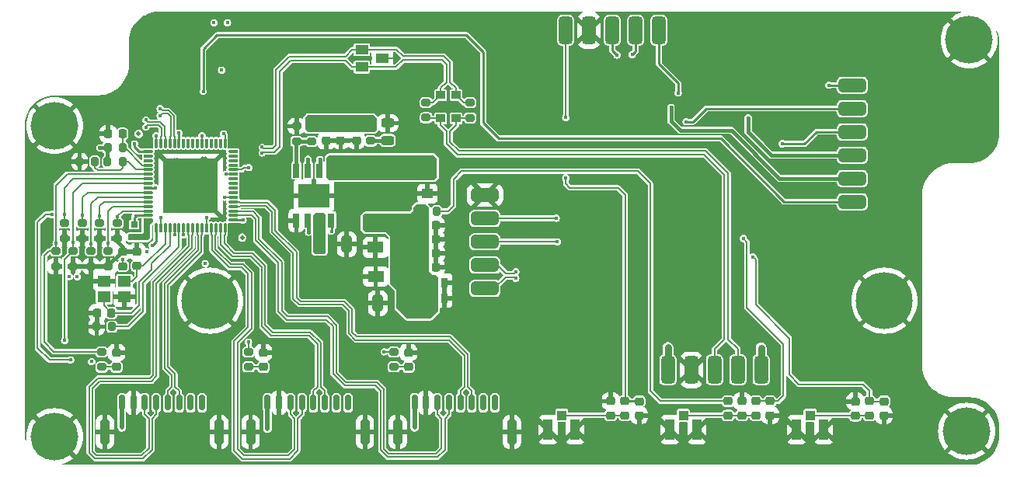
<source format=gtl>
G04 #@! TF.GenerationSoftware,KiCad,Pcbnew,8.0.0-rc1*
G04 #@! TF.CreationDate,2025-03-27T12:12:56+03:00*
G04 #@! TF.ProjectId,GSM_CT_V1.0,47534d5f-4354-45f5-9631-2e302e6b6963,rev?*
G04 #@! TF.SameCoordinates,Original*
G04 #@! TF.FileFunction,Copper,L1,Top*
G04 #@! TF.FilePolarity,Positive*
%FSLAX46Y46*%
G04 Gerber Fmt 4.6, Leading zero omitted, Abs format (unit mm)*
G04 Created by KiCad (PCBNEW 8.0.0-rc1) date 2025-03-27 12:12:56*
%MOMM*%
%LPD*%
G01*
G04 APERTURE LIST*
G04 Aperture macros list*
%AMRoundRect*
0 Rectangle with rounded corners*
0 $1 Rounding radius*
0 $2 $3 $4 $5 $6 $7 $8 $9 X,Y pos of 4 corners*
0 Add a 4 corners polygon primitive as box body*
4,1,4,$2,$3,$4,$5,$6,$7,$8,$9,$2,$3,0*
0 Add four circle primitives for the rounded corners*
1,1,$1+$1,$2,$3*
1,1,$1+$1,$4,$5*
1,1,$1+$1,$6,$7*
1,1,$1+$1,$8,$9*
0 Add four rect primitives between the rounded corners*
20,1,$1+$1,$2,$3,$4,$5,0*
20,1,$1+$1,$4,$5,$6,$7,0*
20,1,$1+$1,$6,$7,$8,$9,0*
20,1,$1+$1,$8,$9,$2,$3,0*%
%AMFreePoly0*
4,1,12,-0.135000,0.500000,0.135000,0.500000,0.135000,-0.365000,0.124724,-0.416662,0.095459,-0.460459,0.051662,-0.489724,0.000000,-0.500000,-0.051662,-0.489724,-0.095459,-0.460459,-0.124724,-0.416662,-0.135000,-0.365000,-0.135000,0.500000,-0.135000,0.500000,$1*%
%AMFreePoly1*
4,1,5,3.000000,-3.000000,-3.000000,-3.000000,-3.000000,3.000000,3.000000,3.000000,3.000000,-3.000000,3.000000,-3.000000,$1*%
G04 Aperture macros list end*
G04 #@! TA.AperFunction,SMDPad,CuDef*
%ADD10RoundRect,0.225000X-0.225000X-0.250000X0.225000X-0.250000X0.225000X0.250000X-0.225000X0.250000X0*%
G04 #@! TD*
G04 #@! TA.AperFunction,SMDPad,CuDef*
%ADD11RoundRect,0.225000X-0.250000X0.225000X-0.250000X-0.225000X0.250000X-0.225000X0.250000X0.225000X0*%
G04 #@! TD*
G04 #@! TA.AperFunction,SMDPad,CuDef*
%ADD12RoundRect,0.150000X-0.150000X-0.700000X0.150000X-0.700000X0.150000X0.700000X-0.150000X0.700000X0*%
G04 #@! TD*
G04 #@! TA.AperFunction,SMDPad,CuDef*
%ADD13RoundRect,0.250000X-0.250000X-1.100000X0.250000X-1.100000X0.250000X1.100000X-0.250000X1.100000X0*%
G04 #@! TD*
G04 #@! TA.AperFunction,SMDPad,CuDef*
%ADD14RoundRect,0.200000X0.275000X-0.200000X0.275000X0.200000X-0.275000X0.200000X-0.275000X-0.200000X0*%
G04 #@! TD*
G04 #@! TA.AperFunction,SMDPad,CuDef*
%ADD15RoundRect,0.225000X0.225000X0.250000X-0.225000X0.250000X-0.225000X-0.250000X0.225000X-0.250000X0*%
G04 #@! TD*
G04 #@! TA.AperFunction,SMDPad,CuDef*
%ADD16RoundRect,0.200000X0.200000X0.275000X-0.200000X0.275000X-0.200000X-0.275000X0.200000X-0.275000X0*%
G04 #@! TD*
G04 #@! TA.AperFunction,SMDPad,CuDef*
%ADD17R,1.400000X1.000000*%
G04 #@! TD*
G04 #@! TA.AperFunction,ComponentPad*
%ADD18C,5.200000*%
G04 #@! TD*
G04 #@! TA.AperFunction,SMDPad,CuDef*
%ADD19R,2.200000X1.600000*%
G04 #@! TD*
G04 #@! TA.AperFunction,SMDPad,CuDef*
%ADD20R,1.220000X1.120000*%
G04 #@! TD*
G04 #@! TA.AperFunction,SMDPad,CuDef*
%ADD21RoundRect,0.200000X-0.200000X-0.275000X0.200000X-0.275000X0.200000X0.275000X-0.200000X0.275000X0*%
G04 #@! TD*
G04 #@! TA.AperFunction,SMDPad,CuDef*
%ADD22R,2.000000X1.100000*%
G04 #@! TD*
G04 #@! TA.AperFunction,SMDPad,CuDef*
%ADD23R,0.800000X1.100000*%
G04 #@! TD*
G04 #@! TA.AperFunction,SMDPad,CuDef*
%ADD24FreePoly0,270.000000*%
G04 #@! TD*
G04 #@! TA.AperFunction,SMDPad,CuDef*
%ADD25FreePoly0,0.000000*%
G04 #@! TD*
G04 #@! TA.AperFunction,SMDPad,CuDef*
%ADD26FreePoly0,90.000000*%
G04 #@! TD*
G04 #@! TA.AperFunction,SMDPad,CuDef*
%ADD27FreePoly0,180.000000*%
G04 #@! TD*
G04 #@! TA.AperFunction,ComponentPad*
%ADD28C,0.800000*%
G04 #@! TD*
G04 #@! TA.AperFunction,ComponentPad*
%ADD29C,2.500000*%
G04 #@! TD*
G04 #@! TA.AperFunction,SMDPad,CuDef*
%ADD30FreePoly1,270.000000*%
G04 #@! TD*
G04 #@! TA.AperFunction,SMDPad,CuDef*
%ADD31RoundRect,0.243750X-0.456250X0.243750X-0.456250X-0.243750X0.456250X-0.243750X0.456250X0.243750X0*%
G04 #@! TD*
G04 #@! TA.AperFunction,SMDPad,CuDef*
%ADD32R,1.400000X1.200000*%
G04 #@! TD*
G04 #@! TA.AperFunction,SMDPad,CuDef*
%ADD33C,0.500000*%
G04 #@! TD*
G04 #@! TA.AperFunction,SMDPad,CuDef*
%ADD34R,1.000000X0.850000*%
G04 #@! TD*
G04 #@! TA.AperFunction,SMDPad,CuDef*
%ADD35RoundRect,0.225000X0.250000X-0.225000X0.250000X0.225000X-0.250000X0.225000X-0.250000X-0.225000X0*%
G04 #@! TD*
G04 #@! TA.AperFunction,ComponentPad*
%ADD36C,0.900000*%
G04 #@! TD*
G04 #@! TA.AperFunction,ComponentPad*
%ADD37C,6.200000*%
G04 #@! TD*
G04 #@! TA.AperFunction,SMDPad,CuDef*
%ADD38RoundRect,0.200000X-0.275000X0.200000X-0.275000X-0.200000X0.275000X-0.200000X0.275000X0.200000X0*%
G04 #@! TD*
G04 #@! TA.AperFunction,SMDPad,CuDef*
%ADD39RoundRect,0.250000X0.325000X0.650000X-0.325000X0.650000X-0.325000X-0.650000X0.325000X-0.650000X0*%
G04 #@! TD*
G04 #@! TA.AperFunction,SMDPad,CuDef*
%ADD40RoundRect,0.218750X-0.256250X0.218750X-0.256250X-0.218750X0.256250X-0.218750X0.256250X0.218750X0*%
G04 #@! TD*
G04 #@! TA.AperFunction,SMDPad,CuDef*
%ADD41RoundRect,0.250000X-0.325000X-0.650000X0.325000X-0.650000X0.325000X0.650000X-0.325000X0.650000X0*%
G04 #@! TD*
G04 #@! TA.AperFunction,SMDPad,CuDef*
%ADD42R,1.800000X1.230000*%
G04 #@! TD*
G04 #@! TA.AperFunction,SMDPad,CuDef*
%ADD43RoundRect,0.375000X1.125000X0.375000X-1.125000X0.375000X-1.125000X-0.375000X1.125000X-0.375000X0*%
G04 #@! TD*
G04 #@! TA.AperFunction,SMDPad,CuDef*
%ADD44RoundRect,0.375000X-0.375000X1.125000X-0.375000X-1.125000X0.375000X-1.125000X0.375000X1.125000X0*%
G04 #@! TD*
G04 #@! TA.AperFunction,SMDPad,CuDef*
%ADD45R,1.000000X1.050000*%
G04 #@! TD*
G04 #@! TA.AperFunction,SMDPad,CuDef*
%ADD46R,1.050000X2.200000*%
G04 #@! TD*
G04 #@! TA.AperFunction,SMDPad,CuDef*
%ADD47R,0.700000X0.650000*%
G04 #@! TD*
G04 #@! TA.AperFunction,SMDPad,CuDef*
%ADD48R,0.700000X1.525000*%
G04 #@! TD*
G04 #@! TA.AperFunction,SMDPad,CuDef*
%ADD49R,3.450000X2.560000*%
G04 #@! TD*
G04 #@! TA.AperFunction,ViaPad*
%ADD50C,0.400000*%
G04 #@! TD*
G04 #@! TA.AperFunction,Conductor*
%ADD51C,0.400000*%
G04 #@! TD*
G04 #@! TA.AperFunction,Conductor*
%ADD52C,0.200000*%
G04 #@! TD*
G04 #@! TA.AperFunction,Conductor*
%ADD53C,0.762000*%
G04 #@! TD*
G04 #@! TA.AperFunction,Conductor*
%ADD54C,0.381000*%
G04 #@! TD*
G04 #@! TA.AperFunction,Conductor*
%ADD55C,0.254000*%
G04 #@! TD*
G04 #@! TA.AperFunction,Conductor*
%ADD56C,0.508000*%
G04 #@! TD*
G04 #@! TA.AperFunction,Conductor*
%ADD57C,0.150000*%
G04 #@! TD*
G04 APERTURE END LIST*
D10*
X103490000Y-98340000D03*
X105040000Y-98340000D03*
D11*
X138380000Y-114437500D03*
X138380000Y-115987500D03*
D12*
X102685000Y-114600000D03*
X103935000Y-114600000D03*
X105185000Y-114600000D03*
X106435000Y-114600000D03*
X107685000Y-114600000D03*
X108935000Y-114600000D03*
X110185000Y-114600000D03*
X111435000Y-114600000D03*
D13*
X100835000Y-117800000D03*
X113285000Y-117800000D03*
D12*
X70785000Y-114600000D03*
X72035000Y-114600000D03*
X73285000Y-114600000D03*
X74535000Y-114600000D03*
X75785000Y-114600000D03*
X77035000Y-114600000D03*
X78285000Y-114600000D03*
X79535000Y-114600000D03*
D13*
X68935000Y-117800000D03*
X81385000Y-117800000D03*
D10*
X103485000Y-96820000D03*
X105035000Y-96820000D03*
D14*
X67440000Y-99735000D03*
X67440000Y-98085000D03*
D15*
X69655000Y-104810000D03*
X68105000Y-104810000D03*
D16*
X69695000Y-106320000D03*
X68045000Y-106320000D03*
D17*
X96945980Y-76130000D03*
X96945980Y-78030000D03*
X99145980Y-77080000D03*
D18*
X163120000Y-75070000D03*
X162840000Y-117710000D03*
D19*
X98557500Y-88687500D03*
X98557500Y-95087500D03*
D20*
X104107500Y-88722500D03*
X104107500Y-91822500D03*
D21*
X66185000Y-88330000D03*
X67835000Y-88330000D03*
D18*
X63460000Y-118310000D03*
D22*
X104000000Y-103230000D03*
D23*
X105900000Y-103230000D03*
D24*
X82870000Y-94710000D03*
X82870000Y-94210000D03*
X82870000Y-93710000D03*
X82870000Y-93210000D03*
X82870000Y-92710000D03*
X82870000Y-92210000D03*
X82870000Y-91710000D03*
X82870000Y-91210000D03*
X82870000Y-90710000D03*
X82870000Y-90210000D03*
X82870000Y-89710000D03*
X82870000Y-89210000D03*
X82870000Y-88710000D03*
X82870000Y-88210000D03*
X82870000Y-87710000D03*
X82870000Y-87210000D03*
D25*
X82020000Y-86360000D03*
X81520000Y-86360000D03*
X81020000Y-86360000D03*
X80520000Y-86360000D03*
X80020000Y-86360000D03*
X79520000Y-86360000D03*
X79020000Y-86360000D03*
X78520000Y-86360000D03*
X78020000Y-86360000D03*
X77520000Y-86360000D03*
X77020000Y-86360000D03*
X76520000Y-86360000D03*
X76020000Y-86360000D03*
X75520000Y-86360000D03*
X75020000Y-86360000D03*
X74520000Y-86360000D03*
D26*
X73670000Y-87210000D03*
X73670000Y-87710000D03*
X73670000Y-88210000D03*
X73670000Y-88710000D03*
X73670000Y-89210000D03*
X73670000Y-89710000D03*
X73670000Y-90210000D03*
X73670000Y-90710000D03*
X73670000Y-91210000D03*
X73670000Y-91710000D03*
X73670000Y-92210000D03*
X73670000Y-92710000D03*
X73670000Y-93210000D03*
X73670000Y-93710000D03*
X73670000Y-94210000D03*
X73670000Y-94710000D03*
D27*
X74520000Y-95560000D03*
X75020000Y-95560000D03*
X75520000Y-95560000D03*
X76020000Y-95560000D03*
X76520000Y-95560000D03*
X77020000Y-95560000D03*
X77520000Y-95560000D03*
X78020000Y-95560000D03*
X78520000Y-95560000D03*
X79020000Y-95560000D03*
X79520000Y-95560000D03*
X80020000Y-95560000D03*
X80520000Y-95560000D03*
X81020000Y-95560000D03*
X81520000Y-95560000D03*
X82020000Y-95560000D03*
D28*
X76070000Y-93110000D03*
X77370000Y-93110000D03*
X79070000Y-93010000D03*
X80370000Y-93010000D03*
X76070000Y-91760000D03*
X80370000Y-91660000D03*
D29*
X78270000Y-90960000D03*
D30*
X78270000Y-90960000D03*
D28*
X76020000Y-90060000D03*
X80370000Y-89910000D03*
X76020000Y-88710000D03*
X77320000Y-88710000D03*
X79070000Y-88560000D03*
X80370000Y-88560000D03*
D12*
X86665000Y-114600000D03*
X87915000Y-114600000D03*
X89165000Y-114600000D03*
X90415000Y-114600000D03*
X91665000Y-114600000D03*
X92915000Y-114600000D03*
X94165000Y-114600000D03*
X95415000Y-114600000D03*
D13*
X84815000Y-117800000D03*
X97265000Y-117800000D03*
D15*
X70850000Y-85310000D03*
X69300000Y-85310000D03*
D11*
X150715000Y-114455000D03*
X150715000Y-116005000D03*
D14*
X68380000Y-96700000D03*
X68380000Y-95050000D03*
D31*
X99727500Y-84135000D03*
X99727500Y-86010000D03*
D32*
X68860000Y-103080000D03*
X71060000Y-103080000D03*
X71060000Y-101380000D03*
X68860000Y-101380000D03*
D33*
X83920000Y-96610000D03*
D34*
X105510000Y-83625000D03*
X107210000Y-83625000D03*
X107210000Y-81075000D03*
X105510000Y-81075000D03*
D14*
X70290000Y-96700000D03*
X70290000Y-95050000D03*
D11*
X96332500Y-84452500D03*
X96332500Y-86002500D03*
D35*
X72440000Y-99695000D03*
X72440000Y-98145000D03*
D36*
X77790000Y-103490000D03*
X78540000Y-101640000D03*
X78540000Y-105340000D03*
X80390000Y-100890000D03*
D37*
X80390000Y-103490000D03*
D36*
X80390000Y-106090000D03*
X82240000Y-101640000D03*
X82240000Y-105340000D03*
X82990000Y-103490000D03*
D11*
X141430000Y-114440000D03*
X141430000Y-115990000D03*
D22*
X104000000Y-101530000D03*
D23*
X105900000Y-101530000D03*
D35*
X152250000Y-115985000D03*
X152250000Y-114435000D03*
D38*
X68600000Y-109067500D03*
X68600000Y-110717500D03*
D39*
X101625000Y-103760000D03*
X98675000Y-103760000D03*
D14*
X97897500Y-86077500D03*
X97897500Y-84427500D03*
D33*
X72620000Y-85310000D03*
D14*
X103940000Y-83545000D03*
X103940000Y-81895000D03*
D18*
X63460000Y-84410000D03*
D14*
X69310000Y-99740000D03*
X69310000Y-98090000D03*
D11*
X94632500Y-84482500D03*
X94632500Y-86032500D03*
D16*
X70880000Y-88350000D03*
X69230000Y-88350000D03*
D11*
X124070000Y-114445000D03*
X124070000Y-115995000D03*
D40*
X70870000Y-98142500D03*
X70870000Y-99717500D03*
D41*
X92350000Y-97330000D03*
X95300000Y-97330000D03*
D35*
X139900000Y-115985000D03*
X139900000Y-114435000D03*
X125610000Y-115990000D03*
X125610000Y-114440000D03*
D14*
X66500000Y-96690000D03*
X66500000Y-95040000D03*
D42*
X101060000Y-97680000D03*
X98440000Y-97680000D03*
D10*
X103485000Y-99880000D03*
X105035000Y-99880000D03*
D14*
X63620000Y-99740000D03*
X63620000Y-98090000D03*
D38*
X100420000Y-109065000D03*
X100420000Y-110715000D03*
D14*
X89812500Y-86122500D03*
X89812500Y-84472500D03*
D21*
X69240000Y-86830000D03*
X70890000Y-86830000D03*
D36*
X151290000Y-103490000D03*
X152040000Y-101640000D03*
X152040000Y-105340000D03*
X153890000Y-100890000D03*
D37*
X153890000Y-103490000D03*
D36*
X153890000Y-106090000D03*
X155740000Y-101640000D03*
X155740000Y-105340000D03*
X156490000Y-103490000D03*
D43*
X110360000Y-102150000D03*
X110360000Y-99610000D03*
X110360000Y-97070000D03*
X110360000Y-94530000D03*
X110360000Y-91990000D03*
D44*
X119150000Y-74040000D03*
X121690000Y-74040000D03*
X124230000Y-74040000D03*
X126770000Y-74040000D03*
X129310000Y-74040000D03*
D43*
X150370000Y-80020000D03*
X150370000Y-82560000D03*
X150370000Y-85100000D03*
X150370000Y-87640000D03*
X150370000Y-90180000D03*
X150370000Y-92720000D03*
D44*
X140460000Y-111040000D03*
X137920000Y-111040000D03*
X135380000Y-111040000D03*
X132840000Y-111040000D03*
X130300000Y-111040000D03*
D11*
X127160000Y-114450000D03*
X127160000Y-116000000D03*
D45*
X131985000Y-116000000D03*
D46*
X133460000Y-117525000D03*
X130510000Y-117525000D03*
D45*
X145795000Y-116000000D03*
D46*
X147270000Y-117525000D03*
X144320000Y-117525000D03*
D14*
X64500000Y-96700000D03*
X64500000Y-95050000D03*
X108750000Y-83555000D03*
X108750000Y-81905000D03*
D45*
X118715000Y-116000000D03*
D46*
X120190000Y-117525000D03*
X117240000Y-117525000D03*
D11*
X153835000Y-114450000D03*
X153835000Y-116000000D03*
D38*
X84610000Y-109065000D03*
X84610000Y-110715000D03*
D47*
X72120000Y-96535000D03*
X72120000Y-95185000D03*
D40*
X136860000Y-114427500D03*
X136860000Y-116002500D03*
D48*
X93617500Y-89307500D03*
X92347500Y-89307500D03*
X91077500Y-89307500D03*
X89807500Y-89307500D03*
X89807500Y-94731500D03*
X91077500Y-94731500D03*
X92347500Y-94731500D03*
X93617500Y-94731500D03*
D49*
X91712500Y-92019500D03*
D42*
X101065000Y-100855000D03*
X98445000Y-100855000D03*
D14*
X65470000Y-99730000D03*
X65470000Y-98080000D03*
D40*
X86207500Y-109135000D03*
X86207500Y-110710000D03*
X70200000Y-109135000D03*
X70200000Y-110710000D03*
D21*
X103435000Y-93745000D03*
X105085000Y-93745000D03*
D10*
X103485000Y-95290000D03*
X105035000Y-95290000D03*
D14*
X91442500Y-86142500D03*
X91442500Y-84492500D03*
D40*
X102020000Y-109135000D03*
X102020000Y-110710000D03*
D11*
X93062500Y-84512500D03*
X93062500Y-86062500D03*
D50*
X64500000Y-95860000D03*
X96210000Y-90880000D03*
X97900000Y-77090000D03*
X72200000Y-103070000D03*
X66510000Y-95860000D03*
X100600000Y-77080000D03*
X100790000Y-94430000D03*
X94770000Y-83590000D03*
X140460000Y-108610000D03*
X93990000Y-83590000D03*
X101550000Y-94430000D03*
X130300000Y-108590000D03*
X103780000Y-104660000D03*
X139040000Y-83570000D03*
X119150000Y-90130000D03*
X119150000Y-83540000D03*
X93630000Y-88130000D03*
X93620000Y-95920000D03*
X91070000Y-88070000D03*
X139560000Y-98730000D03*
X118240000Y-97060000D03*
X138510000Y-96710000D03*
X118120000Y-94500000D03*
X79650000Y-80680000D03*
X113710000Y-101050000D03*
X92360000Y-88090000D03*
X81650000Y-78360000D03*
X86080000Y-87380000D03*
X113720000Y-100340000D03*
X86080000Y-86760000D03*
X70790000Y-117310000D03*
X82300000Y-73190000D03*
X80830000Y-73190000D03*
X92340000Y-95870000D03*
X102690000Y-117300000D03*
X86660000Y-117430000D03*
X124750000Y-76710000D03*
X126400000Y-76670000D03*
X147840000Y-79990000D03*
X132290000Y-83980000D03*
X130630000Y-82410000D03*
X131410000Y-80850000D03*
X142750000Y-86380000D03*
X91140000Y-96010000D03*
X82130000Y-89700000D03*
X79520000Y-85530000D03*
X83990000Y-94710000D03*
X84600000Y-88980000D03*
X77530000Y-96300000D03*
X73520000Y-98160000D03*
X73470000Y-96130000D03*
X74518587Y-85520001D03*
X76520000Y-96320000D03*
X72180000Y-86390000D03*
X72310000Y-94220000D03*
X77020000Y-85210000D03*
X81870000Y-85300000D03*
X75020000Y-94460000D03*
X80040000Y-94410000D03*
X82000000Y-92210000D03*
X65070000Y-100850000D03*
X74430000Y-91210000D03*
X65920000Y-100870000D03*
X68380000Y-86830000D03*
X74070000Y-97460000D03*
X70870000Y-98980000D03*
X79870000Y-99450000D03*
X67495000Y-110125000D03*
X73420000Y-83790000D03*
X73420000Y-84570000D03*
X74972554Y-83330000D03*
X74972554Y-82550000D03*
X70290000Y-94330000D03*
X69310000Y-97190000D03*
X68380000Y-94230000D03*
X67440000Y-97310000D03*
X66500000Y-94130000D03*
X65470000Y-97160000D03*
X64550000Y-107810000D03*
X99370000Y-109060000D03*
X63140000Y-94090000D03*
X65210000Y-109950000D03*
X84590000Y-107990000D03*
X64500000Y-94080000D03*
X63620000Y-97250000D03*
D51*
X70870000Y-98142500D02*
X70870000Y-97610000D01*
X70290000Y-97030000D02*
X70290000Y-96700000D01*
X70870000Y-97610000D02*
X70290000Y-97030000D01*
X69310000Y-99620000D02*
X69310000Y-99740000D01*
X70870000Y-98142500D02*
X70787500Y-98142500D01*
X70787500Y-98142500D02*
X69310000Y-99620000D01*
D52*
X100600000Y-77080000D02*
X99145980Y-77080000D01*
D53*
X130300000Y-111020000D02*
X130300000Y-108590000D01*
X140460000Y-108610000D02*
X140460000Y-111020000D01*
D54*
X150370000Y-87620000D02*
X141540000Y-87620000D01*
X139040000Y-85120000D02*
X139040000Y-83570000D01*
X141540000Y-87620000D02*
X139040000Y-85120000D01*
D52*
X119610000Y-91200000D02*
X119150000Y-90740000D01*
D55*
X125610000Y-114440000D02*
X127150000Y-114440000D01*
D52*
X119150000Y-90740000D02*
X119150000Y-90130000D01*
X125640000Y-91950000D02*
X124890000Y-91200000D01*
D55*
X127150000Y-114440000D02*
X127160000Y-114450000D01*
D52*
X119150000Y-74020000D02*
X119150000Y-83540000D01*
X125640000Y-114720000D02*
X125640000Y-91950000D01*
X124890000Y-91200000D02*
X119610000Y-91200000D01*
D54*
X93617500Y-88142500D02*
X93630000Y-88130000D01*
X93617500Y-89307500D02*
X93617500Y-88142500D01*
D55*
X93620000Y-94734000D02*
X93617500Y-94731500D01*
X93620000Y-95920000D02*
X93620000Y-94734000D01*
D54*
X91070000Y-89300000D02*
X91077500Y-89307500D01*
X91070000Y-88070000D02*
X91070000Y-89300000D01*
D52*
X152265000Y-114450000D02*
X153835000Y-114450000D01*
X152250000Y-114435000D02*
X152265000Y-114450000D01*
X139850000Y-103940000D02*
X143510000Y-107600000D01*
X144580000Y-112600000D02*
X151555000Y-112600000D01*
X143510000Y-111530000D02*
X144580000Y-112600000D01*
X151555000Y-112600000D02*
X152250000Y-113295000D01*
X152250000Y-113295000D02*
X152250000Y-114435000D01*
X139850000Y-99020000D02*
X139850000Y-103940000D01*
X118230000Y-97050000D02*
X110360000Y-97050000D01*
X118240000Y-97060000D02*
X118230000Y-97050000D01*
X143510000Y-107600000D02*
X143510000Y-111530000D01*
X139560000Y-98730000D02*
X139850000Y-99020000D01*
X142880000Y-108230000D02*
X142880000Y-113850000D01*
X139900000Y-114435000D02*
X141425000Y-114435000D01*
X118120000Y-94500000D02*
X118110000Y-94510000D01*
X138910000Y-97110000D02*
X138910000Y-104260000D01*
X138910000Y-104260000D02*
X142880000Y-108230000D01*
X138510000Y-96710000D02*
X138910000Y-97110000D01*
X141425000Y-114435000D02*
X141430000Y-114440000D01*
X118110000Y-94510000D02*
X110360000Y-94510000D01*
X142880000Y-113850000D02*
X142290000Y-114440000D01*
X142290000Y-114440000D02*
X141430000Y-114440000D01*
X124075000Y-115990000D02*
X124070000Y-115995000D01*
X125610000Y-115990000D02*
X124075000Y-115990000D01*
X118715000Y-116000000D02*
X124065000Y-116000000D01*
X124065000Y-116000000D02*
X124070000Y-115995000D01*
X152230000Y-116005000D02*
X150715000Y-116005000D01*
X152250000Y-115985000D02*
X152230000Y-116005000D01*
X145800000Y-116005000D02*
X145795000Y-116000000D01*
X150715000Y-116005000D02*
X145800000Y-116005000D01*
X136860000Y-116002500D02*
X138365000Y-116002500D01*
X136857500Y-116000000D02*
X136860000Y-116002500D01*
X131985000Y-116000000D02*
X136857500Y-116000000D01*
X138380000Y-115987500D02*
X139897500Y-115987500D01*
X138365000Y-116002500D02*
X138380000Y-115987500D01*
X139897500Y-115987500D02*
X139900000Y-115985000D01*
X136450000Y-89782844D02*
X136450000Y-107699999D01*
X104020000Y-83625000D02*
X103940000Y-83545000D01*
X105510000Y-83625000D02*
X105510000Y-84375001D01*
X105510000Y-83625000D02*
X104020000Y-83625000D01*
X107357156Y-87580000D02*
X134247156Y-87580000D01*
X135380000Y-108769999D02*
X135380000Y-111020000D01*
X106160000Y-85025001D02*
X106160000Y-86382844D01*
X105510000Y-84375001D02*
X106160000Y-85025001D01*
X136450000Y-107699999D02*
X135380000Y-108769999D01*
X134247156Y-87580000D02*
X136450000Y-89782844D01*
X106160000Y-86382844D02*
X107357156Y-87580000D01*
X107210000Y-83625000D02*
X107210000Y-84375001D01*
X106560000Y-85025001D02*
X106560000Y-86217156D01*
X136850000Y-107699999D02*
X137920000Y-108769999D01*
X106560000Y-86217156D02*
X107522844Y-87180000D01*
X108680000Y-83625000D02*
X108750000Y-83555000D01*
X107522844Y-87180000D02*
X134412844Y-87180000D01*
X107210000Y-83625000D02*
X108680000Y-83625000D01*
X137920000Y-108769999D02*
X137920000Y-111020000D01*
X107210000Y-84375001D02*
X106560000Y-85025001D01*
X134412844Y-87180000D02*
X136850000Y-89617156D01*
X136850000Y-89617156D02*
X136850000Y-107699999D01*
D55*
X110150000Y-76350000D02*
X108350000Y-74550000D01*
X136080000Y-85810000D02*
X111830000Y-85810000D01*
X108350000Y-74550000D02*
X81160000Y-74550000D01*
X142970000Y-92700000D02*
X136080000Y-85810000D01*
X111830000Y-85810000D02*
X110150000Y-84130000D01*
X79650000Y-76060000D02*
X79650000Y-80680000D01*
X110150000Y-84130000D02*
X110150000Y-76350000D01*
X150370000Y-92700000D02*
X142970000Y-92700000D01*
X81160000Y-74550000D02*
X79650000Y-76060000D01*
D52*
X113710000Y-101050000D02*
X113570000Y-100910000D01*
X113570000Y-100910000D02*
X112610000Y-100910000D01*
X112610000Y-100910000D02*
X111390000Y-102130000D01*
X111390000Y-102130000D02*
X110360000Y-102130000D01*
D54*
X92360000Y-88090000D02*
X92360000Y-89295000D01*
X92360000Y-89295000D02*
X92347500Y-89307500D01*
D52*
X105510000Y-80324999D02*
X106150000Y-79684999D01*
X104690000Y-81895000D02*
X105510000Y-81075000D01*
X87436986Y-87280000D02*
X86180000Y-87280000D01*
X86180000Y-87280000D02*
X86080000Y-87380000D01*
X100630000Y-78030000D02*
X96945980Y-78030000D01*
X89196986Y-77290000D02*
X88000000Y-78486986D01*
X105683014Y-77240000D02*
X101420000Y-77240000D01*
X88000000Y-78486986D02*
X88000000Y-86716986D01*
X88000000Y-86716986D02*
X87436986Y-87280000D01*
X106150000Y-79684999D02*
X106150000Y-77706986D01*
X95895979Y-78030000D02*
X95155979Y-77290000D01*
X106150000Y-77706986D02*
X105683014Y-77240000D01*
X105510000Y-81075000D02*
X105510000Y-80324999D01*
X103940000Y-81895000D02*
X104690000Y-81895000D01*
X101420000Y-77240000D02*
X100630000Y-78030000D01*
X95155979Y-77290000D02*
X89196986Y-77290000D01*
X96945980Y-78030000D02*
X95895979Y-78030000D01*
X111720000Y-99590000D02*
X110360000Y-99590000D01*
X113530000Y-100530000D02*
X112660000Y-100530000D01*
X112660000Y-100530000D02*
X111720000Y-99590000D01*
X113720000Y-100340000D02*
X113530000Y-100530000D01*
X105856986Y-76820000D02*
X101420000Y-76820000D01*
X89023014Y-76870000D02*
X87580000Y-78313014D01*
X101420000Y-76820000D02*
X100730000Y-76130000D01*
X108040000Y-81905000D02*
X107210000Y-81075000D01*
X87263014Y-86860000D02*
X86180000Y-86860000D01*
X87580000Y-86543014D02*
X87263014Y-86860000D01*
X106570000Y-79684999D02*
X106570000Y-77533014D01*
X107210000Y-81075000D02*
X107210000Y-80324999D01*
X106570000Y-77533014D02*
X105856986Y-76820000D01*
X100730000Y-76130000D02*
X96945980Y-76130000D01*
X86180000Y-86860000D02*
X86080000Y-86760000D01*
X108750000Y-81905000D02*
X108040000Y-81905000D01*
X107210000Y-80324999D02*
X106570000Y-79684999D01*
X95895979Y-76130000D02*
X95155979Y-76870000D01*
X87580000Y-78313014D02*
X87580000Y-86543014D01*
X95155979Y-76870000D02*
X89023014Y-76870000D01*
X96945980Y-76130000D02*
X95895979Y-76130000D01*
D56*
X102685000Y-117295000D02*
X102690000Y-117300000D01*
X86660000Y-117430000D02*
X86665000Y-117425000D01*
X102685000Y-114600000D02*
X102685000Y-117295000D01*
X86665000Y-117425000D02*
X86665000Y-114600000D01*
X70785000Y-114600000D02*
X70785000Y-117305000D01*
X70785000Y-117305000D02*
X70790000Y-117310000D01*
D52*
X107820000Y-89370000D02*
X106940000Y-90250000D01*
X127020000Y-89370000D02*
X107820000Y-89370000D01*
X106940000Y-93130000D02*
X106325000Y-93745000D01*
X136860000Y-114427500D02*
X129477500Y-114427500D01*
X129477500Y-114427500D02*
X128390000Y-113340000D01*
X128390000Y-90740000D02*
X127020000Y-89370000D01*
X106325000Y-93745000D02*
X105085000Y-93745000D01*
X128390000Y-113340000D02*
X128390000Y-90740000D01*
X106940000Y-90250000D02*
X106940000Y-93130000D01*
D55*
X124230000Y-74020000D02*
X124230000Y-76190000D01*
X124230000Y-76190000D02*
X124750000Y-76710000D01*
X126770000Y-74020000D02*
X126770000Y-76300000D01*
X126770000Y-76300000D02*
X126400000Y-76670000D01*
X150370000Y-80000000D02*
X147850000Y-80000000D01*
X147850000Y-80000000D02*
X147840000Y-79990000D01*
X134450000Y-82540000D02*
X150370000Y-82540000D01*
X132290000Y-83980000D02*
X133010000Y-83980000D01*
X133010000Y-83980000D02*
X134450000Y-82540000D01*
D54*
X150370000Y-90160000D02*
X142470000Y-90160000D01*
X137230000Y-84920000D02*
X131640000Y-84920000D01*
X142470000Y-90160000D02*
X137230000Y-84920000D01*
X131640000Y-84920000D02*
X130630000Y-83910000D01*
X130630000Y-83910000D02*
X130630000Y-82410000D01*
D55*
X129310000Y-77670000D02*
X131410000Y-79770000D01*
X131410000Y-79770000D02*
X131410000Y-80850000D01*
X129310000Y-74020000D02*
X129310000Y-77670000D01*
X146460000Y-85080000D02*
X150370000Y-85080000D01*
X142750000Y-86380000D02*
X145160000Y-86380000D01*
X145160000Y-86380000D02*
X146460000Y-85080000D01*
D54*
X91140000Y-96010000D02*
X91140000Y-94794000D01*
X91140000Y-94794000D02*
X91077500Y-94731500D01*
X89807500Y-86127500D02*
X89812500Y-86122500D01*
X89807500Y-89307500D02*
X89807500Y-86127500D01*
X89812500Y-86122500D02*
X91422500Y-86122500D01*
X91422500Y-86122500D02*
X91442500Y-86142500D01*
X99727500Y-86010000D02*
X97965000Y-86010000D01*
X97965000Y-86010000D02*
X97897500Y-86077500D01*
D52*
X72680000Y-103970000D02*
X72680000Y-101410000D01*
X69655000Y-104810000D02*
X71840000Y-104810000D01*
X68830000Y-103050000D02*
X68860000Y-103080000D01*
X68860000Y-103080000D02*
X68860000Y-104015000D01*
X74020000Y-99440000D02*
X76020000Y-97440000D01*
X76020000Y-97440000D02*
X76020000Y-95560000D01*
X71840000Y-104810000D02*
X72680000Y-103970000D01*
X74020000Y-100070000D02*
X74020000Y-99440000D01*
X68860000Y-104015000D02*
X69655000Y-104810000D01*
X72680000Y-101410000D02*
X74020000Y-100070000D01*
X72440000Y-100860000D02*
X71920000Y-101380000D01*
X73105000Y-99695000D02*
X72440000Y-99695000D01*
X72440000Y-99695000D02*
X72440000Y-100860000D01*
X75520000Y-95560000D02*
X75520000Y-97280000D01*
X71920000Y-101380000D02*
X71060000Y-101380000D01*
X75520000Y-97280000D02*
X73105000Y-99695000D01*
X82870000Y-89710000D02*
X82140000Y-89710000D01*
X82140000Y-89710000D02*
X82130000Y-89700000D01*
X72990000Y-88710000D02*
X71110000Y-86830000D01*
X70890000Y-86830000D02*
X70890000Y-85350000D01*
X73670000Y-88710000D02*
X72990000Y-88710000D01*
X70890000Y-85350000D02*
X70850000Y-85310000D01*
X71050000Y-86830000D02*
X70890000Y-86830000D01*
X71110000Y-86830000D02*
X70890000Y-86830000D01*
X76520000Y-96320000D02*
X76520000Y-95560000D01*
X77520000Y-96290000D02*
X77520000Y-95560000D01*
X79520000Y-85530000D02*
X79520000Y-86360000D01*
X83880000Y-89210000D02*
X82870000Y-89210000D01*
D55*
X83990000Y-94710000D02*
X82870000Y-94710000D01*
D52*
X84600000Y-88980000D02*
X84110000Y-88980000D01*
X77530000Y-96300000D02*
X77520000Y-96290000D01*
X74520000Y-86360000D02*
X74520000Y-85521414D01*
X74520000Y-85521414D02*
X74518587Y-85520001D01*
X84110000Y-88980000D02*
X83880000Y-89210000D01*
D55*
X73670000Y-87210000D02*
X72650000Y-87210000D01*
X72120000Y-94410000D02*
X72120000Y-95185000D01*
X72310000Y-94220000D02*
X72320000Y-94210000D01*
X72650000Y-87210000D02*
X72180000Y-86740000D01*
X72320000Y-94210000D02*
X73670000Y-94210000D01*
X72180000Y-86740000D02*
X72180000Y-86390000D01*
X72310000Y-94220000D02*
X72120000Y-94410000D01*
X77020000Y-86360000D02*
X77020000Y-85210000D01*
D52*
X80020000Y-94430000D02*
X80040000Y-94410000D01*
X82020000Y-85450000D02*
X82020000Y-86360000D01*
X80020000Y-95560000D02*
X80020000Y-94430000D01*
X75020000Y-94460000D02*
X75020000Y-95560000D01*
X81870000Y-85300000D02*
X82020000Y-85450000D01*
X82870000Y-92210000D02*
X82000000Y-92210000D01*
D54*
X69240000Y-86830000D02*
X68380000Y-86830000D01*
X69230000Y-88350000D02*
X69230000Y-86840000D01*
X69230000Y-86840000D02*
X69240000Y-86830000D01*
D55*
X74070000Y-97460000D02*
X74520000Y-97010000D01*
X73670000Y-91210000D02*
X74430000Y-91210000D01*
X74520000Y-97010000D02*
X74520000Y-95560000D01*
D52*
X70870000Y-99717500D02*
X70870000Y-98980000D01*
D57*
X75520000Y-85609999D02*
X75520000Y-86360000D01*
X74932488Y-84005000D02*
X75445000Y-84517512D01*
X75445000Y-85534999D02*
X75520000Y-85609999D01*
X73420000Y-83790000D02*
X73635000Y-84005000D01*
X73635000Y-84005000D02*
X74932488Y-84005000D01*
X75445000Y-84517512D02*
X75445000Y-85534999D01*
X75095000Y-84662488D02*
X75095000Y-85534999D01*
X74787512Y-84355000D02*
X75095000Y-84662488D01*
X75095000Y-85534999D02*
X75020000Y-85609999D01*
X73635000Y-84355000D02*
X74787512Y-84355000D01*
X73420000Y-84570000D02*
X73635000Y-84355000D01*
X75020000Y-85609999D02*
X75020000Y-86360000D01*
X75767512Y-83115000D02*
X75187554Y-83115000D01*
X76095000Y-85534999D02*
X76095000Y-83442488D01*
X76020000Y-85609999D02*
X76095000Y-85534999D01*
X75187554Y-83115000D02*
X74972554Y-83330000D01*
X76095000Y-83442488D02*
X75767512Y-83115000D01*
X76020000Y-86360000D02*
X76020000Y-85609999D01*
X76445000Y-85534999D02*
X76445000Y-83297512D01*
X76520000Y-86360000D02*
X76520000Y-85609999D01*
X75912488Y-82765000D02*
X75187554Y-82765000D01*
X76520000Y-85609999D02*
X76445000Y-85534999D01*
X75187554Y-82765000D02*
X74972554Y-82550000D01*
X76445000Y-83297512D02*
X75912488Y-82765000D01*
D52*
X100420000Y-110715000D02*
X102015000Y-110715000D01*
X102015000Y-110715000D02*
X102020000Y-110710000D01*
D57*
X75465000Y-110842488D02*
X76235000Y-111612488D01*
X79095000Y-96385001D02*
X79095000Y-97997512D01*
X79095000Y-97997512D02*
X75465000Y-101627512D01*
X75785000Y-113324999D02*
X75785000Y-114600000D01*
X76235000Y-111612488D02*
X76235000Y-112874999D01*
X79020000Y-96310001D02*
X79095000Y-96385001D01*
X75465000Y-101627512D02*
X75465000Y-110842488D01*
X76235000Y-112874999D02*
X75785000Y-113324999D01*
X79020000Y-95560000D02*
X79020000Y-96310001D01*
D52*
X86202500Y-110715000D02*
X86207500Y-110710000D01*
X84610000Y-110715000D02*
X86202500Y-110715000D01*
X70192500Y-110717500D02*
X70200000Y-110710000D01*
X68600000Y-110717500D02*
X70192500Y-110717500D01*
D57*
X79445000Y-98142488D02*
X75815000Y-101772488D01*
X76585000Y-112874999D02*
X77035000Y-113324999D01*
X76585000Y-111467512D02*
X76585000Y-112874999D01*
X79445000Y-96385001D02*
X79445000Y-98142488D01*
X79520000Y-95560000D02*
X79520000Y-96310001D01*
X75815000Y-110697512D02*
X76585000Y-111467512D01*
X79520000Y-96310001D02*
X79445000Y-96385001D01*
X75815000Y-101772488D02*
X75815000Y-110697512D01*
X77035000Y-113324999D02*
X77035000Y-114600000D01*
X78020000Y-95560000D02*
X78020000Y-96310001D01*
X74085000Y-119712488D02*
X74085000Y-116325001D01*
X73867512Y-111925000D02*
X68177512Y-111925000D01*
X74085000Y-116325001D02*
X74535000Y-115875001D01*
X74535000Y-115875001D02*
X74535000Y-114600000D01*
X74205000Y-111587512D02*
X73867512Y-111925000D01*
X78095000Y-97557512D02*
X74205000Y-101447512D01*
X73102488Y-120695000D02*
X74085000Y-119712488D01*
X67205000Y-112897512D02*
X67205000Y-120042488D01*
X67205000Y-120042488D02*
X67857512Y-120695000D01*
X68177512Y-111925000D02*
X67205000Y-112897512D01*
X67857512Y-120695000D02*
X73102488Y-120695000D01*
X74205000Y-101447512D02*
X74205000Y-111587512D01*
X78020000Y-96310001D02*
X78095000Y-96385001D01*
X78095000Y-96385001D02*
X78095000Y-97557512D01*
D52*
X73670000Y-93710000D02*
X70870000Y-93710000D01*
X70290000Y-94330000D02*
X70290000Y-95050000D01*
X70870000Y-93710000D02*
X70290000Y-94290000D01*
X70290000Y-94290000D02*
X70290000Y-94330000D01*
D57*
X78445000Y-96385001D02*
X78445000Y-97702488D01*
X74555000Y-101592488D02*
X74555000Y-111732488D01*
X74555000Y-111732488D02*
X74012488Y-112275000D01*
X78445000Y-97702488D02*
X74555000Y-101592488D01*
X78520000Y-95560000D02*
X78520000Y-96310001D01*
X74012488Y-112275000D02*
X68322488Y-112275000D01*
X72957512Y-120345000D02*
X73735000Y-119567512D01*
X78520000Y-96310001D02*
X78445000Y-96385001D01*
X68322488Y-112275000D02*
X67555000Y-113042488D01*
X67555000Y-119897512D02*
X68002488Y-120345000D01*
X73735000Y-116325001D02*
X73285000Y-115875001D01*
X67555000Y-113042488D02*
X67555000Y-119897512D01*
X73285000Y-115875001D02*
X73285000Y-114600000D01*
X73735000Y-119567512D02*
X73735000Y-116325001D01*
X68002488Y-120345000D02*
X72957512Y-120345000D01*
D52*
X69810000Y-93210000D02*
X73670000Y-93210000D01*
X69310000Y-93710000D02*
X69810000Y-93210000D01*
X69310000Y-98090000D02*
X69310000Y-97190000D01*
X69310000Y-97190000D02*
X69310000Y-93710000D01*
X68380000Y-94230000D02*
X68380000Y-95050000D01*
X68380000Y-93160000D02*
X68380000Y-94230000D01*
X68830000Y-92710000D02*
X68380000Y-93160000D01*
X73670000Y-92710000D02*
X68830000Y-92710000D01*
X67440000Y-97310000D02*
X67440000Y-92910000D01*
X67440000Y-98085000D02*
X67440000Y-97310000D01*
X67440000Y-92910000D02*
X68140000Y-92210000D01*
X68140000Y-92210000D02*
X73670000Y-92210000D01*
X67050000Y-91710000D02*
X66500000Y-92260000D01*
X66500000Y-94130000D02*
X66500000Y-95040000D01*
X73670000Y-91710000D02*
X67050000Y-91710000D01*
X66500000Y-92260000D02*
X66500000Y-94130000D01*
X64550000Y-107810000D02*
X64550000Y-98960000D01*
X65470000Y-98080000D02*
X65470000Y-97160000D01*
X65470000Y-97160000D02*
X65470000Y-91700000D01*
X65470000Y-91700000D02*
X66460000Y-90710000D01*
X66460000Y-90710000D02*
X73670000Y-90710000D01*
X65430000Y-98080000D02*
X65470000Y-98080000D01*
X100420000Y-109065000D02*
X99375000Y-109065000D01*
X64550000Y-98960000D02*
X65430000Y-98080000D01*
X99375000Y-109065000D02*
X99370000Y-109060000D01*
X73670000Y-90210000D02*
X65490000Y-90210000D01*
X61590000Y-94970000D02*
X62470000Y-94090000D01*
X64500000Y-91200000D02*
X64500000Y-94080000D01*
X84610000Y-109065000D02*
X84610000Y-108010000D01*
X64500000Y-94080000D02*
X64500000Y-95050000D01*
X65490000Y-90210000D02*
X64500000Y-91200000D01*
X62910000Y-109950000D02*
X61590000Y-108630000D01*
X61590000Y-108630000D02*
X61590000Y-94970000D01*
X84610000Y-108010000D02*
X84590000Y-107990000D01*
X62470000Y-94090000D02*
X63140000Y-94090000D01*
X65210000Y-109950000D02*
X62910000Y-109950000D01*
X73670000Y-89710000D02*
X64840000Y-89710000D01*
X64840000Y-89710000D02*
X63620000Y-90930000D01*
X63387500Y-109067500D02*
X68600000Y-109067500D01*
X62330000Y-108010000D02*
X63387500Y-109067500D01*
X62330000Y-98590000D02*
X62330000Y-108010000D01*
X62830000Y-98090000D02*
X62330000Y-98590000D01*
X63620000Y-97250000D02*
X63620000Y-98090000D01*
X63620000Y-98090000D02*
X62830000Y-98090000D01*
X63620000Y-90930000D02*
X63620000Y-97250000D01*
X69695000Y-106320000D02*
X71450000Y-106320000D01*
X77020000Y-97670000D02*
X77020000Y-95560000D01*
X73120000Y-104650000D02*
X73120000Y-101570000D01*
X71450000Y-106320000D02*
X73120000Y-104650000D01*
X73120000Y-101570000D02*
X77020000Y-97670000D01*
X72310000Y-89210000D02*
X71450000Y-88350000D01*
X70880000Y-89020000D02*
X70600000Y-89300000D01*
X73670000Y-89210000D02*
X72310000Y-89210000D01*
X71450000Y-88350000D02*
X70880000Y-88350000D01*
X68170000Y-89300000D02*
X67835000Y-88965000D01*
X70600000Y-89300000D02*
X68170000Y-89300000D01*
X67835000Y-88965000D02*
X67835000Y-88330000D01*
X70880000Y-88350000D02*
X70880000Y-89020000D01*
D57*
X81945000Y-96385001D02*
X82020000Y-96310001D01*
X83002488Y-98305000D02*
X81945000Y-97247512D01*
X86385000Y-106107512D02*
X86385000Y-99677512D01*
X82020000Y-96310001D02*
X82020000Y-95560000D01*
X91322488Y-106925000D02*
X87202488Y-106925000D01*
X92915000Y-114600000D02*
X92915000Y-113324999D01*
X87202488Y-106925000D02*
X86385000Y-106107512D01*
X85012488Y-98305000D02*
X83002488Y-98305000D01*
X92465000Y-112874999D02*
X92465000Y-108067512D01*
X92465000Y-108067512D02*
X91322488Y-106925000D01*
X86385000Y-99677512D02*
X85012488Y-98305000D01*
X92915000Y-113324999D02*
X92465000Y-112874999D01*
X81945000Y-97247512D02*
X81945000Y-96385001D01*
X80520000Y-96310001D02*
X80595000Y-96385001D01*
X89965000Y-119832488D02*
X89965000Y-116325001D01*
X84555000Y-106367512D02*
X83025000Y-107897512D01*
X89082488Y-120715000D02*
X89965000Y-119832488D01*
X80520000Y-95560000D02*
X80520000Y-96310001D01*
X89965000Y-116325001D02*
X90415000Y-115875001D01*
X83025000Y-107897512D02*
X83025000Y-119832488D01*
X80595000Y-98002488D02*
X82477512Y-99885000D01*
X83907512Y-120715000D02*
X89082488Y-120715000D01*
X83025000Y-119832488D02*
X83907512Y-120715000D01*
X80595000Y-96385001D02*
X80595000Y-98002488D01*
X83877512Y-99885000D02*
X84555000Y-100562488D01*
X82477512Y-99885000D02*
X83877512Y-99885000D01*
X90415000Y-115875001D02*
X90415000Y-114600000D01*
X84555000Y-100562488D02*
X84555000Y-106367512D01*
X81020000Y-95560000D02*
X81020000Y-96310001D01*
X88937512Y-120365000D02*
X89615000Y-119687512D01*
X83375000Y-108042488D02*
X83375000Y-119687512D01*
X81020000Y-96310001D02*
X80945000Y-96385001D01*
X84905000Y-106512488D02*
X83375000Y-108042488D01*
X82622488Y-99535000D02*
X84022488Y-99535000D01*
X80945000Y-96385001D02*
X80945000Y-97857512D01*
X83375000Y-119687512D02*
X84052488Y-120365000D01*
X84052488Y-120365000D02*
X88937512Y-120365000D01*
X84905000Y-100417512D02*
X84905000Y-106512488D01*
X89165000Y-115875001D02*
X89165000Y-114600000D01*
X89615000Y-119687512D02*
X89615000Y-116325001D01*
X84022488Y-99535000D02*
X84905000Y-100417512D01*
X89615000Y-116325001D02*
X89165000Y-115875001D01*
X80945000Y-97857512D02*
X82622488Y-99535000D01*
X91665000Y-113324999D02*
X92115000Y-112874999D01*
X92115000Y-112874999D02*
X92115000Y-108212488D01*
X82857512Y-98655000D02*
X81595000Y-97392488D01*
X91177512Y-107275000D02*
X87057512Y-107275000D01*
X92115000Y-108212488D02*
X91177512Y-107275000D01*
X91665000Y-114600000D02*
X91665000Y-113324999D01*
X84867512Y-98655000D02*
X82857512Y-98655000D01*
X81595000Y-97392488D02*
X81595000Y-96385001D01*
X87057512Y-107275000D02*
X86035000Y-106252488D01*
X81520000Y-96310001D02*
X81520000Y-95560000D01*
X86035000Y-99822488D02*
X84867512Y-98655000D01*
X81595000Y-96385001D02*
X81520000Y-96310001D01*
X86035000Y-106252488D02*
X86035000Y-99822488D01*
X108135000Y-109492488D02*
X106407512Y-107765000D01*
X90117512Y-103925000D02*
X89465000Y-103272488D01*
X108135000Y-112874999D02*
X108135000Y-109492488D01*
X83695001Y-93135000D02*
X83620001Y-93210000D01*
X107685000Y-114600000D02*
X107685000Y-113324999D01*
X95535000Y-107072488D02*
X95535000Y-104602488D01*
X86497512Y-93135000D02*
X83695001Y-93135000D01*
X96227512Y-107765000D02*
X95535000Y-107072488D01*
X107685000Y-113324999D02*
X108135000Y-112874999D01*
X106407512Y-107765000D02*
X96227512Y-107765000D01*
X89465000Y-98292488D02*
X87165000Y-95992488D01*
X95535000Y-104602488D02*
X94857512Y-103925000D01*
X87165000Y-95992488D02*
X87165000Y-93802488D01*
X89465000Y-103272488D02*
X89465000Y-98292488D01*
X87165000Y-93802488D02*
X86497512Y-93135000D01*
X94857512Y-103925000D02*
X90117512Y-103925000D01*
X83620001Y-93210000D02*
X82870000Y-93210000D01*
X108485000Y-109347512D02*
X106552488Y-107415000D01*
X87515000Y-95847512D02*
X87515000Y-93657512D01*
X95002488Y-103575000D02*
X90262488Y-103575000D01*
X86642488Y-92785000D02*
X83695001Y-92785000D01*
X83695001Y-92785000D02*
X83620001Y-92710000D01*
X96372488Y-107415000D02*
X95885000Y-106927512D01*
X90262488Y-103575000D02*
X89815000Y-103127512D01*
X108485000Y-112874999D02*
X108485000Y-109347512D01*
X108935000Y-113324999D02*
X108485000Y-112874999D01*
X95885000Y-104457512D02*
X95002488Y-103575000D01*
X108935000Y-114600000D02*
X108935000Y-113324999D01*
X89815000Y-98147512D02*
X87515000Y-95847512D01*
X83620001Y-92710000D02*
X82870000Y-92710000D01*
X89815000Y-103127512D02*
X89815000Y-98147512D01*
X95885000Y-106927512D02*
X95885000Y-104457512D01*
X87515000Y-93657512D02*
X86642488Y-92785000D01*
X106552488Y-107415000D02*
X96372488Y-107415000D01*
X93067512Y-105565000D02*
X93805000Y-106302488D01*
X93805000Y-111472488D02*
X95067512Y-112735000D01*
X82870000Y-94210000D02*
X83620001Y-94210000D01*
X83620001Y-94210000D02*
X83695001Y-94135000D01*
X85385000Y-94582488D02*
X85385000Y-96902488D01*
X98417512Y-112735000D02*
X98985000Y-113302488D01*
X87855000Y-104692488D02*
X88727512Y-105565000D01*
X105172488Y-120525000D02*
X105985000Y-119712488D01*
X93805000Y-106302488D02*
X93805000Y-111472488D01*
X88727512Y-105565000D02*
X93067512Y-105565000D01*
X98985000Y-113302488D02*
X98985000Y-119772488D01*
X83695001Y-94135000D02*
X84937512Y-94135000D01*
X105985000Y-119712488D02*
X105985000Y-116325001D01*
X105985000Y-116325001D02*
X106435000Y-115875001D01*
X106435000Y-115875001D02*
X106435000Y-114600000D01*
X84937512Y-94135000D02*
X85385000Y-94582488D01*
X95067512Y-112735000D02*
X98417512Y-112735000D01*
X99737512Y-120525000D02*
X105172488Y-120525000D01*
X85385000Y-96902488D02*
X87855000Y-99372488D01*
X87855000Y-99372488D02*
X87855000Y-104692488D01*
X98985000Y-119772488D02*
X99737512Y-120525000D01*
X83695001Y-93785000D02*
X85082488Y-93785000D01*
X85735000Y-96757512D02*
X88205000Y-99227512D01*
X99882488Y-120175000D02*
X105027512Y-120175000D01*
X105635000Y-119567512D02*
X105635000Y-116325001D01*
X94155000Y-111327512D02*
X95212488Y-112385000D01*
X94155000Y-106157512D02*
X94155000Y-111327512D01*
X105635000Y-116325001D02*
X105185000Y-115875001D01*
X105185000Y-115875001D02*
X105185000Y-114600000D01*
X95212488Y-112385000D02*
X98562488Y-112385000D01*
X105027512Y-120175000D02*
X105635000Y-119567512D01*
X85735000Y-94437512D02*
X85735000Y-96757512D01*
X98562488Y-112385000D02*
X99335000Y-113157512D01*
X82870000Y-93710000D02*
X83620001Y-93710000D01*
X99335000Y-113157512D02*
X99335000Y-119627512D01*
X88205000Y-104547512D02*
X88872488Y-105215000D01*
X88205000Y-99227512D02*
X88205000Y-104547512D01*
X93212488Y-105215000D02*
X94155000Y-106157512D01*
X85082488Y-93785000D02*
X85735000Y-94437512D01*
X99335000Y-119627512D02*
X99882488Y-120175000D01*
X88872488Y-105215000D02*
X93212488Y-105215000D01*
X83620001Y-93710000D02*
X83695001Y-93785000D01*
G04 #@! TA.AperFunction,Conductor*
G36*
X74140651Y-94551243D02*
G01*
X74145469Y-94555469D01*
X74185648Y-94595648D01*
X74200000Y-94630296D01*
X74200000Y-94869704D01*
X74185648Y-94904352D01*
X73870000Y-95219999D01*
X73870000Y-96609704D01*
X73855648Y-96644352D01*
X73624352Y-96875648D01*
X73589704Y-96890000D01*
X71570296Y-96890000D01*
X71535648Y-96875648D01*
X71494352Y-96834352D01*
X71480000Y-96799704D01*
X71480000Y-96310296D01*
X71494352Y-96275648D01*
X71535648Y-96234352D01*
X71570296Y-96220000D01*
X72969999Y-96220000D01*
X72970000Y-96220000D01*
X73160000Y-96030000D01*
X73160000Y-94600296D01*
X73174352Y-94565648D01*
X73180148Y-94559852D01*
X73214796Y-94545500D01*
X74074312Y-94545500D01*
X74074316Y-94545500D01*
X74104426Y-94541536D01*
X74140651Y-94551243D01*
G37*
G04 #@! TD.AperFunction*
G04 #@! TA.AperFunction,Conductor*
G36*
X103894352Y-92984352D02*
G01*
X104195648Y-93285648D01*
X104210000Y-93320296D01*
X104210000Y-100250000D01*
X104660000Y-100700000D01*
X104959704Y-100700000D01*
X104994352Y-100714352D01*
X105215648Y-100935648D01*
X105230000Y-100970296D01*
X105230000Y-104659704D01*
X105215648Y-104694352D01*
X104484352Y-105425648D01*
X104449704Y-105440000D01*
X101830296Y-105440000D01*
X101795648Y-105425648D01*
X100734352Y-104364352D01*
X100720000Y-104329704D01*
X100720000Y-102310000D01*
X100034352Y-101624352D01*
X100020000Y-101589704D01*
X100020000Y-96480000D01*
X99540000Y-96000000D01*
X97310296Y-96000000D01*
X97275648Y-95985648D01*
X97034352Y-95744352D01*
X97020000Y-95709704D01*
X97020000Y-94240296D01*
X97034352Y-94205648D01*
X97235648Y-94004352D01*
X97270296Y-93990000D01*
X102239999Y-93990000D01*
X102240000Y-93990000D01*
X102590000Y-93640000D01*
X102590000Y-93300296D01*
X102604352Y-93265648D01*
X102885648Y-92984352D01*
X102920296Y-92970000D01*
X103859704Y-92970000D01*
X103894352Y-92984352D01*
G37*
G04 #@! TD.AperFunction*
G04 #@! TA.AperFunction,Conductor*
G36*
X98254352Y-83284352D02*
G01*
X98535648Y-83565648D01*
X98550000Y-83600296D01*
X98550000Y-84869704D01*
X98535648Y-84904352D01*
X98344352Y-85095648D01*
X98309704Y-85110000D01*
X91080296Y-85110000D01*
X91045648Y-85095648D01*
X90764352Y-84814352D01*
X90750000Y-84779704D01*
X90750000Y-83570296D01*
X90764352Y-83535648D01*
X91015648Y-83284352D01*
X91050296Y-83270000D01*
X98219704Y-83270000D01*
X98254352Y-83284352D01*
G37*
G04 #@! TD.AperFunction*
G04 #@! TA.AperFunction,Conductor*
G36*
X104784352Y-87624352D02*
G01*
X105115648Y-87955648D01*
X105130000Y-87990296D01*
X105130000Y-90029704D01*
X105115648Y-90064352D01*
X104874352Y-90305648D01*
X104839704Y-90320000D01*
X93380296Y-90320000D01*
X93345648Y-90305648D01*
X93084352Y-90044352D01*
X93070000Y-90009704D01*
X93070000Y-87940296D01*
X93084352Y-87905648D01*
X93365648Y-87624352D01*
X93400296Y-87610000D01*
X104749704Y-87610000D01*
X104784352Y-87624352D01*
G37*
G04 #@! TD.AperFunction*
G04 #@! TA.AperFunction,Conductor*
G36*
X92794352Y-93944352D02*
G01*
X92995648Y-94145648D01*
X93010000Y-94180296D01*
X93010000Y-98219704D01*
X92995648Y-98254352D01*
X92854352Y-98395648D01*
X92819704Y-98410000D01*
X91890296Y-98410000D01*
X91855648Y-98395648D01*
X91684352Y-98224352D01*
X91670000Y-98189704D01*
X91670000Y-94210296D01*
X91684352Y-94175648D01*
X91915648Y-93944352D01*
X91950296Y-93930000D01*
X92759704Y-93930000D01*
X92794352Y-93944352D01*
G37*
G04 #@! TD.AperFunction*
G04 #@! TA.AperFunction,Conductor*
G36*
X72365148Y-101429118D02*
G01*
X72379500Y-101463766D01*
X72379500Y-103825233D01*
X72365148Y-103859881D01*
X72330177Y-103894852D01*
X72303388Y-103921641D01*
X72268740Y-103935992D01*
X72234091Y-103921640D01*
X72219740Y-103886992D01*
X72222830Y-103869868D01*
X72253596Y-103787380D01*
X72253598Y-103787372D01*
X72260000Y-103727834D01*
X72260000Y-103330000D01*
X71310000Y-103330000D01*
X71310000Y-104180000D01*
X71807834Y-104180000D01*
X71867372Y-104173598D01*
X71867380Y-104173596D01*
X71949868Y-104142830D01*
X71987347Y-104144168D01*
X72012902Y-104171616D01*
X72011564Y-104209095D01*
X72001640Y-104223388D01*
X71729881Y-104495148D01*
X71695233Y-104509500D01*
X70344656Y-104509500D01*
X70310008Y-104495148D01*
X70296259Y-104468166D01*
X70289719Y-104426874D01*
X70289717Y-104426870D01*
X70289717Y-104426868D01*
X70228532Y-104306786D01*
X70228527Y-104306779D01*
X70161065Y-104239317D01*
X70146713Y-104204669D01*
X70161065Y-104170021D01*
X70195713Y-104155669D01*
X70212837Y-104158758D01*
X70252626Y-104173598D01*
X70312166Y-104180000D01*
X70810000Y-104180000D01*
X70810000Y-103330000D01*
X69860000Y-103330000D01*
X69860000Y-103727834D01*
X69866401Y-103787372D01*
X69866401Y-103787373D01*
X69916648Y-103922091D01*
X70002811Y-104037188D01*
X70033258Y-104059982D01*
X70052394Y-104092235D01*
X70043119Y-104128573D01*
X70010866Y-104147709D01*
X69996230Y-104147605D01*
X69913488Y-104134500D01*
X69913487Y-104134500D01*
X69424767Y-104134500D01*
X69390119Y-104120148D01*
X69234119Y-103964148D01*
X69219767Y-103929500D01*
X69234119Y-103894852D01*
X69268767Y-103880500D01*
X69579745Y-103880500D01*
X69579748Y-103880500D01*
X69638231Y-103868867D01*
X69704552Y-103824552D01*
X69748867Y-103758231D01*
X69760500Y-103699748D01*
X69760500Y-102472885D01*
X69774852Y-102438237D01*
X69792389Y-102426970D01*
X69793889Y-102426411D01*
X69831368Y-102427760D01*
X69856915Y-102455215D01*
X69860000Y-102472326D01*
X69860000Y-102830000D01*
X72260000Y-102830000D01*
X72260000Y-102432165D01*
X72253598Y-102372627D01*
X72253598Y-102372626D01*
X72203351Y-102237908D01*
X72117188Y-102122811D01*
X72002090Y-102036647D01*
X71992374Y-102033023D01*
X71964927Y-102007466D01*
X71960500Y-101987113D01*
X71960500Y-101717846D01*
X71974852Y-101683198D01*
X71996814Y-101670517D01*
X72035989Y-101660021D01*
X72104511Y-101620460D01*
X72160460Y-101564511D01*
X72295852Y-101429117D01*
X72330500Y-101414766D01*
X72365148Y-101429118D01*
G37*
G04 #@! TD.AperFunction*
G04 #@! TA.AperFunction,Conductor*
G36*
X74170148Y-95279768D02*
G01*
X74184500Y-95314416D01*
X74184500Y-96079751D01*
X74191558Y-96115230D01*
X74192500Y-96124790D01*
X74192500Y-96854048D01*
X74178148Y-96888696D01*
X74012743Y-97054100D01*
X73985762Y-97067848D01*
X73944695Y-97074353D01*
X73944693Y-97074354D01*
X73831664Y-97131945D01*
X73831657Y-97131950D01*
X73741950Y-97221657D01*
X73741945Y-97221664D01*
X73684355Y-97334690D01*
X73684355Y-97334692D01*
X73684354Y-97334694D01*
X73684354Y-97334696D01*
X73664508Y-97460000D01*
X73684354Y-97585304D01*
X73684354Y-97585305D01*
X73684355Y-97585307D01*
X73684355Y-97585309D01*
X73741945Y-97698335D01*
X73741950Y-97698342D01*
X73778566Y-97734958D01*
X73792918Y-97769606D01*
X73778566Y-97804254D01*
X73743918Y-97818606D01*
X73721673Y-97813265D01*
X73645308Y-97774355D01*
X73645305Y-97774354D01*
X73645304Y-97774354D01*
X73520000Y-97754508D01*
X73519999Y-97754508D01*
X73446057Y-97766219D01*
X73409590Y-97757464D01*
X73391879Y-97733234D01*
X73351547Y-97611518D01*
X73351546Y-97611515D01*
X73262571Y-97467266D01*
X73142733Y-97347428D01*
X72998484Y-97258453D01*
X72837603Y-97205143D01*
X72738317Y-97195000D01*
X72690000Y-97195000D01*
X72690000Y-98346000D01*
X72675648Y-98380648D01*
X72641000Y-98395000D01*
X71444796Y-98395000D01*
X71438761Y-98392500D01*
X70669000Y-98392500D01*
X70634352Y-98378148D01*
X70620000Y-98343500D01*
X70620000Y-97941500D01*
X70634352Y-97906852D01*
X70669000Y-97892500D01*
X71865204Y-97892500D01*
X71871239Y-97895000D01*
X72190000Y-97895000D01*
X72190000Y-97195000D01*
X72141683Y-97195000D01*
X72042396Y-97205143D01*
X71881515Y-97258453D01*
X71737268Y-97347427D01*
X71686478Y-97398217D01*
X71651830Y-97412568D01*
X71617182Y-97398216D01*
X71575080Y-97356114D01*
X71432075Y-97267907D01*
X71272580Y-97215056D01*
X71261895Y-97213965D01*
X71228885Y-97196165D01*
X71218130Y-97160238D01*
X71220095Y-97150641D01*
X71258589Y-97027111D01*
X71258590Y-97027105D01*
X71260671Y-97004203D01*
X71278098Y-96970995D01*
X71313903Y-96959837D01*
X71347111Y-96977264D01*
X71347512Y-96977801D01*
X71347514Y-96977800D01*
X71349041Y-96979660D01*
X71349042Y-96979662D01*
X71390338Y-97020958D01*
X71457005Y-97065505D01*
X71457010Y-97065507D01*
X71491645Y-97079854D01*
X71491647Y-97079854D01*
X71491653Y-97079857D01*
X71570296Y-97095500D01*
X71570299Y-97095500D01*
X73589701Y-97095500D01*
X73589704Y-97095500D01*
X73668347Y-97079857D01*
X73702995Y-97065505D01*
X73769662Y-97020958D01*
X74000958Y-96789662D01*
X74045505Y-96722995D01*
X74059857Y-96688347D01*
X74075500Y-96609704D01*
X74075500Y-95325416D01*
X74089852Y-95290768D01*
X74100852Y-95279768D01*
X74135500Y-95265416D01*
X74170148Y-95279768D01*
G37*
G04 #@! TD.AperFunction*
G04 #@! TA.AperFunction,Conductor*
G36*
X71921941Y-94024852D02*
G01*
X71936293Y-94059500D01*
X71930952Y-94081745D01*
X71924354Y-94094693D01*
X71924353Y-94094695D01*
X71917848Y-94135761D01*
X71904101Y-94162741D01*
X71857937Y-94208906D01*
X71857930Y-94208916D01*
X71814819Y-94283587D01*
X71814819Y-94283589D01*
X71792500Y-94366882D01*
X71792500Y-94610928D01*
X71778148Y-94645576D01*
X71752363Y-94657774D01*
X71752613Y-94659031D01*
X71750255Y-94659500D01*
X71750252Y-94659500D01*
X71694026Y-94670684D01*
X71691769Y-94671133D01*
X71625447Y-94715447D01*
X71581913Y-94780602D01*
X71581133Y-94781769D01*
X71569500Y-94840252D01*
X71569500Y-95529748D01*
X71581133Y-95588231D01*
X71598882Y-95614795D01*
X71625447Y-95654552D01*
X71652012Y-95672301D01*
X71691769Y-95698867D01*
X71750252Y-95710500D01*
X71750255Y-95710500D01*
X72489745Y-95710500D01*
X72489748Y-95710500D01*
X72548231Y-95698867D01*
X72614552Y-95654552D01*
X72658867Y-95588231D01*
X72670500Y-95529748D01*
X72670500Y-94840252D01*
X72658867Y-94781769D01*
X72621531Y-94725892D01*
X72614552Y-94715447D01*
X72551315Y-94673194D01*
X72548231Y-94671133D01*
X72548230Y-94671132D01*
X72548229Y-94671132D01*
X72513159Y-94664156D01*
X72481977Y-94643321D01*
X72474661Y-94606538D01*
X72495496Y-94575356D01*
X72500459Y-94572447D01*
X72548342Y-94548050D01*
X72548345Y-94548046D01*
X72549983Y-94546858D01*
X72578784Y-94537500D01*
X72907284Y-94537500D01*
X72941932Y-94551852D01*
X72956284Y-94586500D01*
X72955343Y-94596058D01*
X72954500Y-94600296D01*
X72954500Y-95924584D01*
X72940148Y-95959232D01*
X72899232Y-96000148D01*
X72864584Y-96014500D01*
X72519713Y-96014500D01*
X72510155Y-96013559D01*
X72504410Y-96012416D01*
X72489748Y-96009500D01*
X71750252Y-96009500D01*
X71735589Y-96012416D01*
X71729845Y-96013559D01*
X71720287Y-96014500D01*
X71570296Y-96014500D01*
X71531155Y-96022285D01*
X71491655Y-96030142D01*
X71491645Y-96030145D01*
X71457010Y-96044492D01*
X71457006Y-96044494D01*
X71457005Y-96044495D01*
X71392373Y-96087682D01*
X71390335Y-96089044D01*
X71349044Y-96130335D01*
X71304492Y-96197009D01*
X71298727Y-96210927D01*
X71272207Y-96237444D01*
X71234704Y-96237442D01*
X71209617Y-96213098D01*
X71209552Y-96213138D01*
X71209401Y-96212888D01*
X71208773Y-96212279D01*
X71208017Y-96210598D01*
X71120075Y-96065126D01*
X70999873Y-95944924D01*
X70854398Y-95856981D01*
X70692111Y-95806410D01*
X70692105Y-95806409D01*
X70621570Y-95800000D01*
X70540000Y-95800000D01*
X70540000Y-96901000D01*
X70525648Y-96935648D01*
X70491000Y-96950000D01*
X69659500Y-96950000D01*
X69624852Y-96935648D01*
X69610500Y-96901000D01*
X69610500Y-96499000D01*
X69624852Y-96464352D01*
X69659500Y-96450000D01*
X70040000Y-96450000D01*
X70040000Y-95800000D01*
X69958431Y-95800000D01*
X69887893Y-95806409D01*
X69887888Y-95806410D01*
X69725603Y-95856980D01*
X69684849Y-95881617D01*
X69647773Y-95887259D01*
X69617566Y-95865032D01*
X69610500Y-95839683D01*
X69610500Y-95530188D01*
X69624852Y-95495540D01*
X69659500Y-95481188D01*
X69694148Y-95495540D01*
X69776657Y-95578049D01*
X69776664Y-95578054D01*
X69889691Y-95635644D01*
X69889692Y-95635644D01*
X69889696Y-95635646D01*
X69983481Y-95650500D01*
X70596518Y-95650499D01*
X70690304Y-95635646D01*
X70783363Y-95588230D01*
X70803335Y-95578054D01*
X70803337Y-95578052D01*
X70803342Y-95578050D01*
X70893050Y-95488342D01*
X70893054Y-95488335D01*
X70950644Y-95375309D01*
X70950644Y-95375307D01*
X70950646Y-95375304D01*
X70965500Y-95281519D01*
X70965499Y-94818482D01*
X70950646Y-94724696D01*
X70937218Y-94698342D01*
X70893054Y-94611664D01*
X70893049Y-94611657D01*
X70803342Y-94521950D01*
X70803337Y-94521946D01*
X70707133Y-94472928D01*
X70682777Y-94444411D01*
X70680982Y-94421609D01*
X70695492Y-94330000D01*
X70695491Y-94329997D01*
X70695492Y-94329996D01*
X70695492Y-94329774D01*
X70695549Y-94329635D01*
X70696095Y-94326190D01*
X70696922Y-94326321D01*
X70709844Y-94295126D01*
X70844471Y-94160500D01*
X70980119Y-94024852D01*
X71014767Y-94010500D01*
X71887293Y-94010500D01*
X71921941Y-94024852D01*
G37*
G04 #@! TD.AperFunction*
G04 #@! TA.AperFunction,Conductor*
G36*
X79670000Y-92006447D02*
G01*
X80158059Y-91518387D01*
X80120000Y-91610272D01*
X80120000Y-91709728D01*
X80158060Y-91801614D01*
X80228386Y-91871940D01*
X80320272Y-91910000D01*
X80419728Y-91910000D01*
X80511612Y-91871940D01*
X80048553Y-92335000D01*
X80465418Y-92751865D01*
X80424701Y-92735000D01*
X80315299Y-92735000D01*
X80214225Y-92776866D01*
X80136866Y-92854225D01*
X80095000Y-92955299D01*
X80095000Y-93064701D01*
X80136866Y-93165775D01*
X80214225Y-93243134D01*
X80315299Y-93285000D01*
X80424701Y-93285000D01*
X80525775Y-93243134D01*
X80603134Y-93165775D01*
X80645000Y-93064701D01*
X80645000Y-92955299D01*
X80628134Y-92914581D01*
X80688905Y-92975352D01*
X80703257Y-93010000D01*
X80698553Y-93021356D01*
X80698553Y-93035000D01*
X81755961Y-94092408D01*
X81775000Y-93960000D01*
X81775000Y-92624809D01*
X81789352Y-92590161D01*
X81824000Y-92575809D01*
X81846246Y-92581150D01*
X81874696Y-92595646D01*
X82000000Y-92615492D01*
X82115721Y-92597163D01*
X82152185Y-92605918D01*
X82171781Y-92637894D01*
X82171965Y-92651953D01*
X82169500Y-92670680D01*
X82169500Y-92749312D01*
X82169499Y-92749312D01*
X82175932Y-92798174D01*
X82175933Y-92798175D01*
X82225935Y-92905404D01*
X82225936Y-92905406D01*
X82245882Y-92925352D01*
X82260234Y-92960000D01*
X82245882Y-92994648D01*
X82225936Y-93014593D01*
X82225935Y-93014595D01*
X82175933Y-93121824D01*
X82175932Y-93121825D01*
X82175932Y-93121827D01*
X82170147Y-93165775D01*
X82169500Y-93170687D01*
X82169500Y-93249312D01*
X82169499Y-93249312D01*
X82169500Y-93249316D01*
X82175932Y-93298173D01*
X82175933Y-93298175D01*
X82225935Y-93405404D01*
X82225936Y-93405406D01*
X82245882Y-93425352D01*
X82260234Y-93460000D01*
X82245882Y-93494648D01*
X82225936Y-93514593D01*
X82225935Y-93514595D01*
X82175933Y-93621824D01*
X82175932Y-93621825D01*
X82175932Y-93621827D01*
X82169525Y-93670500D01*
X82169500Y-93670687D01*
X82169500Y-93749312D01*
X82169499Y-93749312D01*
X82173557Y-93780133D01*
X82175932Y-93798173D01*
X82202322Y-93854767D01*
X82225935Y-93905404D01*
X82225936Y-93905406D01*
X82245882Y-93925352D01*
X82260234Y-93960000D01*
X82245882Y-93994648D01*
X82225936Y-94014593D01*
X82225935Y-94014595D01*
X82175933Y-94121824D01*
X82175932Y-94121825D01*
X82173711Y-94138694D01*
X82170567Y-94162585D01*
X82169500Y-94170687D01*
X82169500Y-94249312D01*
X82169499Y-94249312D01*
X82175932Y-94298174D01*
X82175933Y-94298175D01*
X82225935Y-94405404D01*
X82225936Y-94405406D01*
X82245882Y-94425352D01*
X82260234Y-94460000D01*
X82245882Y-94494648D01*
X82225936Y-94514593D01*
X82225935Y-94514595D01*
X82175933Y-94621824D01*
X82175932Y-94621825D01*
X82174817Y-94630296D01*
X82170360Y-94664156D01*
X82169500Y-94670687D01*
X82169500Y-94749312D01*
X82169499Y-94749312D01*
X82175932Y-94798173D01*
X82178241Y-94803124D01*
X82179875Y-94840591D01*
X82154538Y-94868241D01*
X82117071Y-94869875D01*
X82113129Y-94868243D01*
X82108173Y-94865932D01*
X82108174Y-94865932D01*
X82098401Y-94864645D01*
X82059316Y-94859500D01*
X81980684Y-94859500D01*
X81948112Y-94863788D01*
X81931825Y-94865932D01*
X81931824Y-94865933D01*
X81824595Y-94915935D01*
X81824593Y-94915936D01*
X81804648Y-94935882D01*
X81770000Y-94950234D01*
X81735352Y-94935882D01*
X81715406Y-94915936D01*
X81715404Y-94915935D01*
X81664925Y-94892396D01*
X81608174Y-94865932D01*
X81598401Y-94864645D01*
X81559316Y-94859500D01*
X81480684Y-94859500D01*
X81448112Y-94863788D01*
X81431825Y-94865932D01*
X81431824Y-94865933D01*
X81324595Y-94915935D01*
X81324593Y-94915936D01*
X81304648Y-94935882D01*
X81270000Y-94950234D01*
X81235352Y-94935882D01*
X81215406Y-94915936D01*
X81215404Y-94915935D01*
X81164925Y-94892396D01*
X81108174Y-94865932D01*
X81098401Y-94864645D01*
X81059316Y-94859500D01*
X80980684Y-94859500D01*
X80948112Y-94863788D01*
X80931825Y-94865932D01*
X80931824Y-94865933D01*
X80824595Y-94915935D01*
X80824593Y-94915936D01*
X80804648Y-94935882D01*
X80770000Y-94950234D01*
X80735352Y-94935882D01*
X80715406Y-94915936D01*
X80715404Y-94915935D01*
X80664925Y-94892396D01*
X80608174Y-94865932D01*
X80598401Y-94864645D01*
X80559316Y-94859500D01*
X80480684Y-94859500D01*
X80448112Y-94863788D01*
X80431825Y-94865932D01*
X80431823Y-94865933D01*
X80390208Y-94885339D01*
X80352741Y-94886975D01*
X80325091Y-94861638D01*
X80320500Y-94840930D01*
X80320500Y-94716188D01*
X80334852Y-94681540D01*
X80348417Y-94667975D01*
X80368050Y-94648342D01*
X80368054Y-94648335D01*
X80425644Y-94535309D01*
X80425644Y-94535307D01*
X80425646Y-94535304D01*
X80430234Y-94506333D01*
X80449830Y-94474358D01*
X80478631Y-94465000D01*
X81270008Y-94465000D01*
X81341867Y-94459860D01*
X81341868Y-94459860D01*
X81399410Y-94442964D01*
X81399410Y-94442963D01*
X80345000Y-93388553D01*
X79914623Y-93818930D01*
X79879975Y-93833282D01*
X79845327Y-93818930D01*
X79720000Y-93693603D01*
X79594673Y-93818930D01*
X79560025Y-93833282D01*
X79525377Y-93818930D01*
X78974581Y-93268134D01*
X79015299Y-93285000D01*
X79124701Y-93285000D01*
X79225775Y-93243134D01*
X79303134Y-93165775D01*
X79345000Y-93064701D01*
X79345000Y-93010000D01*
X79423553Y-93010000D01*
X79720000Y-93306447D01*
X79991447Y-93035000D01*
X79695000Y-92738553D01*
X79423553Y-93010000D01*
X79345000Y-93010000D01*
X79345000Y-92955299D01*
X79303134Y-92854225D01*
X79225775Y-92776866D01*
X79124701Y-92735000D01*
X79015299Y-92735000D01*
X78974581Y-92751865D01*
X79341447Y-92385000D01*
X78779020Y-91822573D01*
X78907463Y-91736751D01*
X79046751Y-91597463D01*
X79132573Y-91469020D01*
X79670000Y-92006447D01*
G37*
G04 #@! TD.AperFunction*
G04 #@! TA.AperFunction,Conductor*
G36*
X76878930Y-92215377D02*
G01*
X76893282Y-92250025D01*
X76888578Y-92261381D01*
X76888578Y-92275025D01*
X77465418Y-92851865D01*
X77424701Y-92835000D01*
X77315299Y-92835000D01*
X77214225Y-92876866D01*
X77136866Y-92954225D01*
X77095000Y-93055299D01*
X77095000Y-93164701D01*
X77136866Y-93265775D01*
X77214225Y-93343134D01*
X77315299Y-93385000D01*
X77424701Y-93385000D01*
X77465418Y-93368134D01*
X76914623Y-93918930D01*
X76879975Y-93933282D01*
X76845327Y-93918930D01*
X76720000Y-93793603D01*
X76594673Y-93918930D01*
X76560025Y-93933282D01*
X76525377Y-93918930D01*
X75974581Y-93368134D01*
X76015299Y-93385000D01*
X76124701Y-93385000D01*
X76225775Y-93343134D01*
X76303134Y-93265775D01*
X76345000Y-93164701D01*
X76345000Y-93110000D01*
X76423553Y-93110000D01*
X76720000Y-93406447D01*
X77016447Y-93110000D01*
X76720000Y-92813553D01*
X76423553Y-93110000D01*
X76345000Y-93110000D01*
X76345000Y-93055299D01*
X76303134Y-92954225D01*
X76225775Y-92876866D01*
X76124701Y-92835000D01*
X76015299Y-92835000D01*
X75974581Y-92851865D01*
X76391447Y-92435000D01*
X75974581Y-92018134D01*
X76015299Y-92035000D01*
X76124701Y-92035000D01*
X76225775Y-91993134D01*
X76303134Y-91915775D01*
X76345000Y-91814701D01*
X76345000Y-91705299D01*
X76328134Y-91664581D01*
X76878930Y-92215377D01*
G37*
G04 #@! TD.AperFunction*
G04 #@! TA.AperFunction,Conductor*
G36*
X75795000Y-93055299D02*
G01*
X75795000Y-93164701D01*
X75811865Y-93205418D01*
X75751095Y-93144648D01*
X75736743Y-93110000D01*
X75751095Y-93075352D01*
X75811865Y-93014581D01*
X75795000Y-93055299D01*
G37*
G04 #@! TD.AperFunction*
G04 #@! TA.AperFunction,Conductor*
G36*
X77688905Y-93075352D02*
G01*
X77703257Y-93110000D01*
X77688905Y-93144648D01*
X77628134Y-93205418D01*
X77645000Y-93164701D01*
X77645000Y-93055299D01*
X77628134Y-93014581D01*
X77688905Y-93075352D01*
G37*
G04 #@! TD.AperFunction*
G04 #@! TA.AperFunction,Conductor*
G36*
X78795000Y-92955299D02*
G01*
X78795000Y-93064701D01*
X78811865Y-93105418D01*
X78751095Y-93044648D01*
X78736743Y-93010000D01*
X78751095Y-92975352D01*
X78811865Y-92914581D01*
X78795000Y-92955299D01*
G37*
G04 #@! TD.AperFunction*
G04 #@! TA.AperFunction,Conductor*
G36*
X75795000Y-91705299D02*
G01*
X75795000Y-91814701D01*
X75811865Y-91855418D01*
X75751095Y-91794648D01*
X75736743Y-91760000D01*
X75751095Y-91725352D01*
X75811865Y-91664581D01*
X75795000Y-91705299D01*
G37*
G04 #@! TD.AperFunction*
G04 #@! TA.AperFunction,Conductor*
G36*
X80688905Y-91625352D02*
G01*
X80703257Y-91660000D01*
X80688905Y-91694648D01*
X80581940Y-91801612D01*
X80620000Y-91709728D01*
X80620000Y-91610272D01*
X80581940Y-91518387D01*
X80688905Y-91625352D01*
G37*
G04 #@! TD.AperFunction*
G04 #@! TA.AperFunction,Conductor*
G36*
X76104648Y-91441095D02*
G01*
X76165418Y-91501865D01*
X76124701Y-91485000D01*
X76015299Y-91485000D01*
X75974581Y-91501865D01*
X76035352Y-91441095D01*
X76070000Y-91426743D01*
X76104648Y-91441095D01*
G37*
G04 #@! TD.AperFunction*
G04 #@! TA.AperFunction,Conductor*
G36*
X80404648Y-91341095D02*
G01*
X80511612Y-91448059D01*
X80419728Y-91410000D01*
X80320272Y-91410000D01*
X80228387Y-91448059D01*
X80335352Y-91341095D01*
X80370000Y-91326743D01*
X80404648Y-91341095D01*
G37*
G04 #@! TD.AperFunction*
G04 #@! TA.AperFunction,Conductor*
G36*
X81804647Y-86984116D02*
G01*
X81804649Y-86984118D01*
X81824593Y-87004063D01*
X81824595Y-87004064D01*
X81824596Y-87004065D01*
X81931827Y-87054068D01*
X81980684Y-87060500D01*
X81980687Y-87060500D01*
X82059312Y-87060500D01*
X82059316Y-87060500D01*
X82108173Y-87054068D01*
X82113122Y-87051759D01*
X82150587Y-87050122D01*
X82178239Y-87075457D01*
X82179877Y-87112924D01*
X82178242Y-87116873D01*
X82175932Y-87121825D01*
X82175932Y-87121826D01*
X82175932Y-87121827D01*
X82171164Y-87158049D01*
X82169500Y-87170687D01*
X82169500Y-87249312D01*
X82169499Y-87249312D01*
X82175932Y-87298174D01*
X82175933Y-87298175D01*
X82225935Y-87405404D01*
X82225936Y-87405406D01*
X82245882Y-87425352D01*
X82260234Y-87460000D01*
X82245882Y-87494648D01*
X82225936Y-87514593D01*
X82225935Y-87514595D01*
X82175933Y-87621824D01*
X82175932Y-87621825D01*
X82175932Y-87621827D01*
X82169676Y-87669353D01*
X82169500Y-87670687D01*
X82169500Y-87749312D01*
X82169499Y-87749312D01*
X82175932Y-87798173D01*
X82191546Y-87831657D01*
X82225935Y-87905404D01*
X82225936Y-87905406D01*
X82245882Y-87925352D01*
X82260234Y-87960000D01*
X82245882Y-87994648D01*
X82225936Y-88014593D01*
X82225935Y-88014595D01*
X82175933Y-88121824D01*
X82175932Y-88121825D01*
X82175932Y-88121827D01*
X82170202Y-88165356D01*
X82169500Y-88170687D01*
X82169500Y-88249312D01*
X82169499Y-88249312D01*
X82174198Y-88285000D01*
X82175932Y-88298173D01*
X82179222Y-88305228D01*
X82225935Y-88405404D01*
X82225936Y-88405406D01*
X82245882Y-88425352D01*
X82260234Y-88460000D01*
X82245882Y-88494648D01*
X82225936Y-88514593D01*
X82225935Y-88514595D01*
X82175933Y-88621824D01*
X82175932Y-88621825D01*
X82175932Y-88621827D01*
X82171526Y-88655299D01*
X82169500Y-88670687D01*
X82169500Y-88749312D01*
X82169499Y-88749312D01*
X82175932Y-88798173D01*
X82206977Y-88864748D01*
X82225935Y-88905404D01*
X82225936Y-88905406D01*
X82245882Y-88925352D01*
X82260234Y-88960000D01*
X82245882Y-88994648D01*
X82225936Y-89014593D01*
X82225935Y-89014595D01*
X82175933Y-89121824D01*
X82175932Y-89121825D01*
X82174916Y-89129541D01*
X82172288Y-89149511D01*
X82169500Y-89170687D01*
X82169500Y-89246401D01*
X82155148Y-89281049D01*
X82128166Y-89294798D01*
X82063768Y-89304998D01*
X82004696Y-89314354D01*
X82004694Y-89314354D01*
X82004692Y-89314355D01*
X82004690Y-89314355D01*
X81891664Y-89371945D01*
X81891657Y-89371950D01*
X81858648Y-89404960D01*
X81824000Y-89419312D01*
X81789352Y-89404960D01*
X81775000Y-89370312D01*
X81775000Y-87959992D01*
X81769860Y-87888132D01*
X81769860Y-87888131D01*
X81752963Y-87830588D01*
X80198553Y-89384999D01*
X80198553Y-89385000D01*
X80465418Y-89651865D01*
X80424701Y-89635000D01*
X80315299Y-89635000D01*
X80214225Y-89676866D01*
X80136866Y-89754225D01*
X80095000Y-89855299D01*
X80095000Y-89964701D01*
X80111865Y-90005418D01*
X79845000Y-89738553D01*
X79132573Y-90450979D01*
X79046751Y-90322537D01*
X78907463Y-90183249D01*
X78779020Y-90097426D01*
X79516447Y-89360000D01*
X78974581Y-88818134D01*
X79015299Y-88835000D01*
X79124701Y-88835000D01*
X79225775Y-88793134D01*
X79303134Y-88715775D01*
X79345000Y-88614701D01*
X79345000Y-88560000D01*
X79423553Y-88560000D01*
X79720000Y-88856447D01*
X80016447Y-88560000D01*
X79720000Y-88263553D01*
X79423553Y-88560000D01*
X79345000Y-88560000D01*
X79345000Y-88505299D01*
X79303134Y-88404225D01*
X79225775Y-88326866D01*
X79124701Y-88285000D01*
X79015299Y-88285000D01*
X78974581Y-88301865D01*
X79070000Y-88206447D01*
X79525377Y-87751069D01*
X79560025Y-87736717D01*
X79594673Y-87751069D01*
X79719999Y-87876395D01*
X79845326Y-87751069D01*
X79879974Y-87736717D01*
X79914622Y-87751069D01*
X80511612Y-88348059D01*
X80419728Y-88310000D01*
X80320272Y-88310000D01*
X80228386Y-88348060D01*
X80158060Y-88418386D01*
X80120000Y-88510272D01*
X80120000Y-88609728D01*
X80158060Y-88701614D01*
X80228386Y-88771940D01*
X80320272Y-88810000D01*
X80419728Y-88810000D01*
X80511614Y-88771940D01*
X80581940Y-88701614D01*
X80620000Y-88609728D01*
X80620000Y-88510272D01*
X80581940Y-88418386D01*
X80519999Y-88356445D01*
X81402408Y-87474037D01*
X81402408Y-87474036D01*
X81270004Y-87455000D01*
X75269992Y-87455000D01*
X75198136Y-87460139D01*
X75198127Y-87460141D01*
X75140588Y-87477034D01*
X75140587Y-87477035D01*
X76019999Y-88356446D01*
X76475377Y-87901069D01*
X76510025Y-87886717D01*
X76544673Y-87901069D01*
X76669999Y-88026395D01*
X76795326Y-87901069D01*
X76829974Y-87886717D01*
X76864622Y-87901069D01*
X77461612Y-88498059D01*
X77369728Y-88460000D01*
X77270272Y-88460000D01*
X77178386Y-88498060D01*
X77108060Y-88568386D01*
X77070000Y-88660272D01*
X77070000Y-88759728D01*
X77108060Y-88851614D01*
X77178386Y-88921940D01*
X77270272Y-88960000D01*
X77369728Y-88960000D01*
X77461612Y-88921940D01*
X77023553Y-89360000D01*
X77760979Y-90097426D01*
X77632537Y-90183249D01*
X77493249Y-90322537D01*
X77407426Y-90450979D01*
X76695000Y-89738553D01*
X76278134Y-90155418D01*
X76295000Y-90114701D01*
X76295000Y-90005299D01*
X76253134Y-89904225D01*
X76175775Y-89826866D01*
X76074701Y-89785000D01*
X75965299Y-89785000D01*
X75924581Y-89801865D01*
X76341447Y-89385000D01*
X75924581Y-88968134D01*
X75965299Y-88985000D01*
X76074701Y-88985000D01*
X76175775Y-88943134D01*
X76253134Y-88865775D01*
X76295000Y-88764701D01*
X76295000Y-88710000D01*
X76373553Y-88710000D01*
X76670000Y-89006447D01*
X76966447Y-88710000D01*
X76670000Y-88413553D01*
X76373553Y-88710000D01*
X76295000Y-88710000D01*
X76295000Y-88655299D01*
X76253134Y-88554225D01*
X76175775Y-88476866D01*
X76074701Y-88435000D01*
X75965299Y-88435000D01*
X75864225Y-88476866D01*
X75786866Y-88554225D01*
X75745000Y-88655299D01*
X75745000Y-88764701D01*
X75761865Y-88805418D01*
X74784037Y-87827590D01*
X74784036Y-87827590D01*
X74765000Y-87959995D01*
X74765000Y-90860312D01*
X74750648Y-90894960D01*
X74716000Y-90909312D01*
X74681352Y-90894960D01*
X74668342Y-90881950D01*
X74668335Y-90881945D01*
X74555308Y-90824355D01*
X74555305Y-90824354D01*
X74555304Y-90824354D01*
X74430000Y-90804508D01*
X74429998Y-90804508D01*
X74426620Y-90805043D01*
X74390154Y-90796287D01*
X74370560Y-90764309D01*
X74370378Y-90750239D01*
X74370500Y-90749316D01*
X74370500Y-90670684D01*
X74364068Y-90621827D01*
X74314065Y-90514596D01*
X74314064Y-90514595D01*
X74314063Y-90514593D01*
X74294118Y-90494649D01*
X74279765Y-90460001D01*
X74294116Y-90425353D01*
X74314063Y-90405406D01*
X74314065Y-90405404D01*
X74364068Y-90298173D01*
X74370500Y-90249316D01*
X74370500Y-90170684D01*
X74364068Y-90121827D01*
X74314065Y-90014596D01*
X74314064Y-90014595D01*
X74314063Y-90014593D01*
X74294118Y-89994649D01*
X74279765Y-89960001D01*
X74294116Y-89925353D01*
X74314063Y-89905406D01*
X74314065Y-89905404D01*
X74364068Y-89798173D01*
X74370500Y-89749316D01*
X74370500Y-89670684D01*
X74364068Y-89621827D01*
X74314065Y-89514596D01*
X74314064Y-89514595D01*
X74314063Y-89514593D01*
X74294118Y-89494649D01*
X74279765Y-89460001D01*
X74294116Y-89425353D01*
X74314063Y-89405406D01*
X74314065Y-89405404D01*
X74364068Y-89298173D01*
X74370500Y-89249316D01*
X74370500Y-89170684D01*
X74364068Y-89121827D01*
X74314065Y-89014596D01*
X74314064Y-89014595D01*
X74314063Y-89014593D01*
X74294118Y-88994649D01*
X74279765Y-88960001D01*
X74294116Y-88925353D01*
X74314063Y-88905406D01*
X74314065Y-88905404D01*
X74364068Y-88798173D01*
X74370500Y-88749316D01*
X74370500Y-88670684D01*
X74364068Y-88621827D01*
X74314065Y-88514596D01*
X74314064Y-88514595D01*
X74314063Y-88514593D01*
X74294118Y-88494649D01*
X74279765Y-88460001D01*
X74294116Y-88425353D01*
X74314063Y-88405406D01*
X74314065Y-88405404D01*
X74364068Y-88298173D01*
X74370500Y-88249316D01*
X74370500Y-88170684D01*
X74364068Y-88121827D01*
X74314065Y-88014596D01*
X74314064Y-88014595D01*
X74314063Y-88014593D01*
X74294118Y-87994649D01*
X74279765Y-87960001D01*
X74294116Y-87925353D01*
X74314063Y-87905406D01*
X74314065Y-87905404D01*
X74364068Y-87798173D01*
X74370500Y-87749316D01*
X74370500Y-87670684D01*
X74364068Y-87621827D01*
X74314065Y-87514596D01*
X74314064Y-87514595D01*
X74314063Y-87514593D01*
X74294118Y-87494649D01*
X74279765Y-87460001D01*
X74294116Y-87425353D01*
X74314063Y-87405406D01*
X74314065Y-87405404D01*
X74364068Y-87298173D01*
X74370500Y-87249316D01*
X74370500Y-87170684D01*
X74364068Y-87121827D01*
X74361758Y-87116875D01*
X74360123Y-87079410D01*
X74385459Y-87051759D01*
X74422926Y-87050123D01*
X74426862Y-87051752D01*
X74431827Y-87054068D01*
X74480684Y-87060500D01*
X74480687Y-87060500D01*
X74559312Y-87060500D01*
X74559316Y-87060500D01*
X74608173Y-87054068D01*
X74715404Y-87004065D01*
X74735351Y-86984118D01*
X74769999Y-86969765D01*
X74804647Y-86984116D01*
X74804649Y-86984118D01*
X74824593Y-87004063D01*
X74824595Y-87004064D01*
X74824596Y-87004065D01*
X74931827Y-87054068D01*
X74980684Y-87060500D01*
X74980687Y-87060500D01*
X75059312Y-87060500D01*
X75059316Y-87060500D01*
X75108173Y-87054068D01*
X75215404Y-87004065D01*
X75235351Y-86984118D01*
X75269999Y-86969765D01*
X75304647Y-86984116D01*
X75304649Y-86984118D01*
X75324593Y-87004063D01*
X75324595Y-87004064D01*
X75324596Y-87004065D01*
X75431827Y-87054068D01*
X75480684Y-87060500D01*
X75480687Y-87060500D01*
X75559312Y-87060500D01*
X75559316Y-87060500D01*
X75608173Y-87054068D01*
X75715404Y-87004065D01*
X75735351Y-86984118D01*
X75769999Y-86969765D01*
X75804647Y-86984116D01*
X75804649Y-86984118D01*
X75824593Y-87004063D01*
X75824595Y-87004064D01*
X75824596Y-87004065D01*
X75931827Y-87054068D01*
X75980684Y-87060500D01*
X75980687Y-87060500D01*
X76059312Y-87060500D01*
X76059316Y-87060500D01*
X76108173Y-87054068D01*
X76215404Y-87004065D01*
X76235351Y-86984118D01*
X76269999Y-86969765D01*
X76304647Y-86984116D01*
X76304649Y-86984118D01*
X76324593Y-87004063D01*
X76324595Y-87004064D01*
X76324596Y-87004065D01*
X76431827Y-87054068D01*
X76480684Y-87060500D01*
X76480687Y-87060500D01*
X76559312Y-87060500D01*
X76559316Y-87060500D01*
X76608173Y-87054068D01*
X76715404Y-87004065D01*
X76735351Y-86984118D01*
X76769999Y-86969765D01*
X76804647Y-86984116D01*
X76804649Y-86984118D01*
X76824593Y-87004063D01*
X76824595Y-87004064D01*
X76824596Y-87004065D01*
X76931827Y-87054068D01*
X76980684Y-87060500D01*
X76980687Y-87060500D01*
X77059312Y-87060500D01*
X77059316Y-87060500D01*
X77108173Y-87054068D01*
X77215404Y-87004065D01*
X77235351Y-86984118D01*
X77269999Y-86969765D01*
X77304647Y-86984116D01*
X77304649Y-86984118D01*
X77324593Y-87004063D01*
X77324595Y-87004064D01*
X77324596Y-87004065D01*
X77431827Y-87054068D01*
X77480684Y-87060500D01*
X77480687Y-87060500D01*
X77559312Y-87060500D01*
X77559316Y-87060500D01*
X77608173Y-87054068D01*
X77715404Y-87004065D01*
X77735351Y-86984118D01*
X77769999Y-86969765D01*
X77804647Y-86984116D01*
X77804649Y-86984118D01*
X77824593Y-87004063D01*
X77824595Y-87004064D01*
X77824596Y-87004065D01*
X77931827Y-87054068D01*
X77980684Y-87060500D01*
X77980687Y-87060500D01*
X78059312Y-87060500D01*
X78059316Y-87060500D01*
X78108173Y-87054068D01*
X78215404Y-87004065D01*
X78235351Y-86984118D01*
X78269999Y-86969765D01*
X78304647Y-86984116D01*
X78304649Y-86984118D01*
X78324593Y-87004063D01*
X78324595Y-87004064D01*
X78324596Y-87004065D01*
X78431827Y-87054068D01*
X78480684Y-87060500D01*
X78480687Y-87060500D01*
X78559312Y-87060500D01*
X78559316Y-87060500D01*
X78608173Y-87054068D01*
X78715404Y-87004065D01*
X78735351Y-86984118D01*
X78769999Y-86969765D01*
X78804647Y-86984116D01*
X78804649Y-86984118D01*
X78824593Y-87004063D01*
X78824595Y-87004064D01*
X78824596Y-87004065D01*
X78931827Y-87054068D01*
X78980684Y-87060500D01*
X78980687Y-87060500D01*
X79059312Y-87060500D01*
X79059316Y-87060500D01*
X79108173Y-87054068D01*
X79215404Y-87004065D01*
X79235351Y-86984118D01*
X79269999Y-86969765D01*
X79304647Y-86984116D01*
X79304649Y-86984118D01*
X79324593Y-87004063D01*
X79324595Y-87004064D01*
X79324596Y-87004065D01*
X79431827Y-87054068D01*
X79480684Y-87060500D01*
X79480687Y-87060500D01*
X79559312Y-87060500D01*
X79559316Y-87060500D01*
X79608173Y-87054068D01*
X79715404Y-87004065D01*
X79735351Y-86984118D01*
X79769999Y-86969765D01*
X79804647Y-86984116D01*
X79804649Y-86984118D01*
X79824593Y-87004063D01*
X79824595Y-87004064D01*
X79824596Y-87004065D01*
X79931827Y-87054068D01*
X79980684Y-87060500D01*
X79980687Y-87060500D01*
X80059312Y-87060500D01*
X80059316Y-87060500D01*
X80108173Y-87054068D01*
X80215404Y-87004065D01*
X80235351Y-86984118D01*
X80269999Y-86969765D01*
X80304647Y-86984116D01*
X80304649Y-86984118D01*
X80324593Y-87004063D01*
X80324595Y-87004064D01*
X80324596Y-87004065D01*
X80431827Y-87054068D01*
X80480684Y-87060500D01*
X80480687Y-87060500D01*
X80559312Y-87060500D01*
X80559316Y-87060500D01*
X80608173Y-87054068D01*
X80715404Y-87004065D01*
X80735351Y-86984118D01*
X80769999Y-86969765D01*
X80804647Y-86984116D01*
X80804649Y-86984118D01*
X80824593Y-87004063D01*
X80824595Y-87004064D01*
X80824596Y-87004065D01*
X80931827Y-87054068D01*
X80980684Y-87060500D01*
X80980687Y-87060500D01*
X81059312Y-87060500D01*
X81059316Y-87060500D01*
X81108173Y-87054068D01*
X81215404Y-87004065D01*
X81235351Y-86984118D01*
X81269999Y-86969765D01*
X81304647Y-86984116D01*
X81304649Y-86984118D01*
X81324593Y-87004063D01*
X81324595Y-87004064D01*
X81324596Y-87004065D01*
X81431827Y-87054068D01*
X81480684Y-87060500D01*
X81480687Y-87060500D01*
X81559312Y-87060500D01*
X81559316Y-87060500D01*
X81608173Y-87054068D01*
X81715404Y-87004065D01*
X81735351Y-86984118D01*
X81769999Y-86969765D01*
X81804647Y-86984116D01*
G37*
G04 #@! TD.AperFunction*
G04 #@! TA.AperFunction,Conductor*
G36*
X76054648Y-90378905D02*
G01*
X76020000Y-90393257D01*
X75985352Y-90378905D01*
X75924581Y-90318134D01*
X75965299Y-90335000D01*
X76074701Y-90335000D01*
X76115418Y-90318134D01*
X76054648Y-90378905D01*
G37*
G04 #@! TD.AperFunction*
G04 #@! TA.AperFunction,Conductor*
G36*
X80404648Y-90228905D02*
G01*
X80370000Y-90243257D01*
X80335352Y-90228905D01*
X80274581Y-90168134D01*
X80315299Y-90185000D01*
X80424701Y-90185000D01*
X80465418Y-90168134D01*
X80404648Y-90228905D01*
G37*
G04 #@! TD.AperFunction*
G04 #@! TA.AperFunction,Conductor*
G36*
X75745000Y-90005299D02*
G01*
X75745000Y-90114701D01*
X75761865Y-90155418D01*
X75701095Y-90094648D01*
X75686743Y-90060000D01*
X75701095Y-90025352D01*
X75761865Y-89964581D01*
X75745000Y-90005299D01*
G37*
G04 #@! TD.AperFunction*
G04 #@! TA.AperFunction,Conductor*
G36*
X80688905Y-89875352D02*
G01*
X80703257Y-89910000D01*
X80688905Y-89944648D01*
X80628134Y-90005418D01*
X80645000Y-89964701D01*
X80645000Y-89855299D01*
X80628134Y-89814581D01*
X80688905Y-89875352D01*
G37*
G04 #@! TD.AperFunction*
G04 #@! TA.AperFunction,Conductor*
G36*
X77638905Y-88675352D02*
G01*
X77653257Y-88710000D01*
X77638905Y-88744648D01*
X77531940Y-88851612D01*
X77570000Y-88759728D01*
X77570000Y-88660272D01*
X77531940Y-88568387D01*
X77638905Y-88675352D01*
G37*
G04 #@! TD.AperFunction*
G04 #@! TA.AperFunction,Conductor*
G36*
X78795000Y-88505299D02*
G01*
X78795000Y-88614701D01*
X78811865Y-88655418D01*
X78751095Y-88594648D01*
X78736743Y-88560000D01*
X78751095Y-88525352D01*
X78811865Y-88464581D01*
X78795000Y-88505299D01*
G37*
G04 #@! TD.AperFunction*
G04 #@! TA.AperFunction,Conductor*
G36*
X82298698Y-105045145D02*
G01*
X82279496Y-105040000D01*
X82200504Y-105040000D01*
X82124204Y-105060444D01*
X82055795Y-105099940D01*
X81999940Y-105155795D01*
X81960444Y-105224204D01*
X81940000Y-105300504D01*
X81940000Y-105379496D01*
X81945145Y-105398698D01*
X81694820Y-105148373D01*
X81784205Y-105079786D01*
X81979786Y-104884205D01*
X82048373Y-104794820D01*
X82298698Y-105045145D01*
G37*
G04 #@! TD.AperFunction*
G04 #@! TA.AperFunction,Conductor*
G36*
X78800214Y-104884205D02*
G01*
X78995795Y-105079786D01*
X79085179Y-105148372D01*
X78834855Y-105398696D01*
X78840000Y-105379496D01*
X78840000Y-105300504D01*
X78819556Y-105224204D01*
X78780060Y-105155795D01*
X78724205Y-105099940D01*
X78655796Y-105060444D01*
X78579496Y-105040000D01*
X78500504Y-105040000D01*
X78481299Y-105045145D01*
X78731626Y-104794819D01*
X78800214Y-104884205D01*
G37*
G04 #@! TD.AperFunction*
G04 #@! TA.AperFunction,Conductor*
G36*
X79085179Y-101831626D02*
G01*
X78995795Y-101900214D01*
X78800214Y-102095795D01*
X78731626Y-102185179D01*
X78481301Y-101934854D01*
X78500504Y-101940000D01*
X78579496Y-101940000D01*
X78655796Y-101919556D01*
X78724205Y-101880060D01*
X78780060Y-101824205D01*
X78819556Y-101755796D01*
X78840000Y-101679496D01*
X78840000Y-101600504D01*
X78834854Y-101581301D01*
X79085179Y-101831626D01*
G37*
G04 #@! TD.AperFunction*
G04 #@! TA.AperFunction,Conductor*
G36*
X81940000Y-101600504D02*
G01*
X81940000Y-101679496D01*
X81960444Y-101755796D01*
X81999940Y-101824205D01*
X82055795Y-101880060D01*
X82124204Y-101919556D01*
X82200504Y-101940000D01*
X82279496Y-101940000D01*
X82298695Y-101934855D01*
X82048372Y-102185179D01*
X81979786Y-102095795D01*
X81784205Y-101900214D01*
X81694818Y-101831626D01*
X81945145Y-101581299D01*
X81940000Y-101600504D01*
G37*
G04 #@! TD.AperFunction*
G04 #@! TA.AperFunction,Conductor*
G36*
X155798698Y-105045145D02*
G01*
X155779496Y-105040000D01*
X155700504Y-105040000D01*
X155624204Y-105060444D01*
X155555795Y-105099940D01*
X155499940Y-105155795D01*
X155460444Y-105224204D01*
X155440000Y-105300504D01*
X155440000Y-105379496D01*
X155445145Y-105398698D01*
X155194820Y-105148373D01*
X155284205Y-105079786D01*
X155479786Y-104884205D01*
X155548373Y-104794820D01*
X155798698Y-105045145D01*
G37*
G04 #@! TD.AperFunction*
G04 #@! TA.AperFunction,Conductor*
G36*
X152300214Y-104884205D02*
G01*
X152495795Y-105079786D01*
X152585179Y-105148372D01*
X152334855Y-105398696D01*
X152340000Y-105379496D01*
X152340000Y-105300504D01*
X152319556Y-105224204D01*
X152280060Y-105155795D01*
X152224205Y-105099940D01*
X152155796Y-105060444D01*
X152079496Y-105040000D01*
X152000504Y-105040000D01*
X151981299Y-105045145D01*
X152231626Y-104794819D01*
X152300214Y-104884205D01*
G37*
G04 #@! TD.AperFunction*
G04 #@! TA.AperFunction,Conductor*
G36*
X152585179Y-101831626D02*
G01*
X152495795Y-101900214D01*
X152300214Y-102095795D01*
X152231626Y-102185179D01*
X151981301Y-101934854D01*
X152000504Y-101940000D01*
X152079496Y-101940000D01*
X152155796Y-101919556D01*
X152224205Y-101880060D01*
X152280060Y-101824205D01*
X152319556Y-101755796D01*
X152340000Y-101679496D01*
X152340000Y-101600504D01*
X152334854Y-101581301D01*
X152585179Y-101831626D01*
G37*
G04 #@! TD.AperFunction*
G04 #@! TA.AperFunction,Conductor*
G36*
X155440000Y-101600504D02*
G01*
X155440000Y-101679496D01*
X155460444Y-101755796D01*
X155499940Y-101824205D01*
X155555795Y-101880060D01*
X155624204Y-101919556D01*
X155700504Y-101940000D01*
X155779496Y-101940000D01*
X155798695Y-101934855D01*
X155548372Y-102185179D01*
X155479786Y-102095795D01*
X155284205Y-101900214D01*
X155194818Y-101831626D01*
X155445145Y-101581299D01*
X155440000Y-101600504D01*
G37*
G04 #@! TD.AperFunction*
G04 #@! TA.AperFunction,Conductor*
G36*
X97937008Y-76444852D02*
G01*
X97951360Y-76479500D01*
X97951079Y-76484738D01*
X97945980Y-76532165D01*
X97945980Y-77627834D01*
X97951079Y-77675262D01*
X97940513Y-77711246D01*
X97907598Y-77729219D01*
X97902360Y-77729500D01*
X97895480Y-77729500D01*
X97860832Y-77715148D01*
X97846480Y-77680500D01*
X97846480Y-77510255D01*
X97846480Y-77510252D01*
X97834847Y-77451769D01*
X97808281Y-77412012D01*
X97790532Y-77385447D01*
X97750775Y-77358882D01*
X97724211Y-77341133D01*
X97665728Y-77329500D01*
X96226232Y-77329500D01*
X96167749Y-77341133D01*
X96101427Y-77385447D01*
X96070099Y-77432334D01*
X96057113Y-77451769D01*
X96045480Y-77510252D01*
X96045480Y-77510255D01*
X96045480Y-77636234D01*
X96031128Y-77670882D01*
X95996480Y-77685234D01*
X95961832Y-77670882D01*
X95405598Y-77114648D01*
X95391246Y-77080000D01*
X95405598Y-77045352D01*
X95961832Y-76489118D01*
X95996480Y-76474766D01*
X96031128Y-76489118D01*
X96045480Y-76523766D01*
X96045480Y-76649748D01*
X96057113Y-76708231D01*
X96066241Y-76721892D01*
X96101427Y-76774552D01*
X96107357Y-76778514D01*
X96167749Y-76818867D01*
X96226232Y-76830500D01*
X96226235Y-76830500D01*
X97665725Y-76830500D01*
X97665728Y-76830500D01*
X97724211Y-76818867D01*
X97790532Y-76774552D01*
X97834847Y-76708231D01*
X97846480Y-76649748D01*
X97846480Y-76479500D01*
X97860832Y-76444852D01*
X97895480Y-76430500D01*
X97902360Y-76430500D01*
X97937008Y-76444852D01*
G37*
G04 #@! TD.AperFunction*
G04 #@! TA.AperFunction,Conductor*
G36*
X100619881Y-76444852D02*
G01*
X101170381Y-76995352D01*
X101184733Y-77030000D01*
X101170381Y-77064648D01*
X100519881Y-77715148D01*
X100485233Y-77729500D01*
X100389600Y-77729500D01*
X100354952Y-77715148D01*
X100340600Y-77680500D01*
X100340881Y-77675262D01*
X100345980Y-77627834D01*
X100345980Y-76532165D01*
X100340881Y-76484738D01*
X100351447Y-76448754D01*
X100384362Y-76430781D01*
X100389600Y-76430500D01*
X100585233Y-76430500D01*
X100619881Y-76444852D01*
G37*
G04 #@! TD.AperFunction*
G04 #@! TA.AperFunction,Conductor*
G36*
X120995613Y-72024540D02*
G01*
X121009965Y-72059188D01*
X120995613Y-72093836D01*
X120982736Y-72103086D01*
X120840971Y-72173394D01*
X120840970Y-72173395D01*
X120692632Y-72292632D01*
X120573396Y-72440969D01*
X120530670Y-72527117D01*
X121689999Y-73686446D01*
X122849329Y-72527116D01*
X122806607Y-72440974D01*
X122687367Y-72292632D01*
X122539029Y-72173395D01*
X122539028Y-72173394D01*
X122397264Y-72103086D01*
X122372600Y-72074834D01*
X122375137Y-72037417D01*
X122403389Y-72012753D01*
X122419035Y-72010188D01*
X162195773Y-72010188D01*
X162230421Y-72024540D01*
X162244773Y-72059188D01*
X162230421Y-72093836D01*
X162209338Y-72106273D01*
X162094518Y-72139352D01*
X161772851Y-72272590D01*
X161772836Y-72272597D01*
X161468107Y-72441015D01*
X161184132Y-72642506D01*
X161111217Y-72707664D01*
X161111217Y-72707665D01*
X161993481Y-73589928D01*
X161890985Y-73668577D01*
X161718577Y-73840985D01*
X161639929Y-73943481D01*
X160757665Y-73061217D01*
X160757664Y-73061217D01*
X160692506Y-73134132D01*
X160491015Y-73418107D01*
X160322597Y-73722836D01*
X160322590Y-73722851D01*
X160189352Y-74044518D01*
X160092963Y-74379087D01*
X160034638Y-74722363D01*
X160034637Y-74722370D01*
X160015115Y-75070000D01*
X160034637Y-75417629D01*
X160034638Y-75417636D01*
X160092963Y-75760912D01*
X160189352Y-76095481D01*
X160322590Y-76417148D01*
X160322597Y-76417163D01*
X160491015Y-76721892D01*
X160692506Y-77005867D01*
X160757665Y-77078781D01*
X161639928Y-76196517D01*
X161718577Y-76299015D01*
X161890985Y-76471423D01*
X161993480Y-76550070D01*
X161111217Y-77432333D01*
X161111218Y-77432334D01*
X161184123Y-77497486D01*
X161184131Y-77497493D01*
X161468107Y-77698984D01*
X161772836Y-77867402D01*
X161772851Y-77867409D01*
X162094518Y-78000647D01*
X162429087Y-78097036D01*
X162772363Y-78155361D01*
X162772370Y-78155362D01*
X163120000Y-78174884D01*
X163467629Y-78155362D01*
X163467636Y-78155361D01*
X163810912Y-78097036D01*
X164145481Y-78000647D01*
X164467148Y-77867409D01*
X164467163Y-77867402D01*
X164771892Y-77698984D01*
X165055868Y-77497493D01*
X165055876Y-77497486D01*
X165128780Y-77432334D01*
X165128781Y-77432333D01*
X164246518Y-76550071D01*
X164349015Y-76471423D01*
X164521423Y-76299015D01*
X164600071Y-76196518D01*
X165482333Y-77078781D01*
X165482334Y-77078780D01*
X165547486Y-77005876D01*
X165547493Y-77005868D01*
X165748984Y-76721892D01*
X165917402Y-76417163D01*
X165917409Y-76417148D01*
X166050647Y-76095481D01*
X166147036Y-75760912D01*
X166205361Y-75417636D01*
X166205362Y-75417629D01*
X166224884Y-75070000D01*
X166205362Y-74722370D01*
X166205361Y-74722363D01*
X166147036Y-74379087D01*
X166067285Y-74102268D01*
X166071484Y-74065001D01*
X166100805Y-74041618D01*
X166138072Y-74045817D01*
X166160142Y-74071212D01*
X166214226Y-74212744D01*
X166215804Y-74217625D01*
X166300269Y-74534774D01*
X166301327Y-74539792D01*
X166352174Y-74864013D01*
X166352703Y-74869115D01*
X166369435Y-75197969D01*
X166369498Y-75200532D01*
X166369440Y-75239007D01*
X166369500Y-75239536D01*
X166369500Y-85303814D01*
X166369433Y-85306379D01*
X166352189Y-85635397D01*
X166351653Y-85640497D01*
X166300313Y-85964644D01*
X166299246Y-85969661D01*
X166214308Y-86286654D01*
X166212723Y-86291532D01*
X166095115Y-86597913D01*
X166093029Y-86602599D01*
X165944036Y-86895013D01*
X165941472Y-86899454D01*
X165762732Y-87174690D01*
X165759717Y-87178840D01*
X165553182Y-87433888D01*
X165549750Y-87437699D01*
X165317696Y-87669753D01*
X165313885Y-87673185D01*
X165058837Y-87879719D01*
X165054687Y-87882734D01*
X164779451Y-88061473D01*
X164775010Y-88064037D01*
X164482595Y-88213030D01*
X164477909Y-88215116D01*
X164171528Y-88332724D01*
X164166650Y-88334309D01*
X163849657Y-88419247D01*
X163844640Y-88420314D01*
X163520493Y-88471654D01*
X163515392Y-88472190D01*
X163186297Y-88489437D01*
X163183733Y-88489504D01*
X161510305Y-88489504D01*
X161510283Y-88489495D01*
X161490000Y-88489495D01*
X161318773Y-88489495D01*
X161318772Y-88489495D01*
X160977971Y-88523061D01*
X160977950Y-88523064D01*
X160642111Y-88589867D01*
X160642091Y-88589872D01*
X160314392Y-88689278D01*
X160314383Y-88689281D01*
X159998001Y-88820330D01*
X159997997Y-88820332D01*
X159695986Y-88981761D01*
X159695978Y-88981766D01*
X159411242Y-89172021D01*
X159411230Y-89172030D01*
X159146522Y-89389270D01*
X159146507Y-89389284D01*
X158904378Y-89631414D01*
X158904364Y-89631429D01*
X158687124Y-89896137D01*
X158687115Y-89896149D01*
X158496861Y-90180886D01*
X158496856Y-90180894D01*
X158335425Y-90482911D01*
X158204378Y-90799291D01*
X158204375Y-90799300D01*
X158104969Y-91127000D01*
X158104969Y-91127001D01*
X158038159Y-91462880D01*
X158038159Y-91462881D01*
X158004595Y-91803680D01*
X158004595Y-110499363D01*
X158004531Y-110499515D01*
X158004244Y-110691005D01*
X158004244Y-110691006D01*
X158037302Y-111031872D01*
X158037304Y-111031889D01*
X158103613Y-111367874D01*
X158202536Y-111695740D01*
X158282063Y-111888547D01*
X158333123Y-112012339D01*
X158494113Y-112314612D01*
X158494116Y-112314617D01*
X158683943Y-112599631D01*
X158683947Y-112599636D01*
X158683952Y-112599642D01*
X158683956Y-112599648D01*
X158900824Y-112864704D01*
X159060498Y-113024852D01*
X159142632Y-113107230D01*
X159142637Y-113107234D01*
X159407029Y-113324872D01*
X159407037Y-113324877D01*
X159407039Y-113324879D01*
X159691512Y-113515566D01*
X159869052Y-113610801D01*
X159993297Y-113677448D01*
X159993307Y-113677453D01*
X160156530Y-113745344D01*
X160309513Y-113808976D01*
X160637091Y-113908873D01*
X160637093Y-113908873D01*
X160637094Y-113908874D01*
X160972864Y-113976176D01*
X160972873Y-113976177D01*
X160972882Y-113976179D01*
X161313654Y-114010247D01*
X161450139Y-114010446D01*
X161450657Y-114010499D01*
X161484889Y-114010499D01*
X161519240Y-114010549D01*
X161519241Y-114010548D01*
X161524442Y-114010556D01*
X161524955Y-114010499D01*
X163145005Y-114010499D01*
X163145013Y-114010500D01*
X163150714Y-114010500D01*
X163183780Y-114010500D01*
X163186343Y-114010566D01*
X163515374Y-114027807D01*
X163520455Y-114028341D01*
X163844620Y-114079680D01*
X163849633Y-114080746D01*
X164068910Y-114139500D01*
X164166625Y-114165682D01*
X164171502Y-114167265D01*
X164234667Y-114191512D01*
X164477908Y-114284882D01*
X164482593Y-114286969D01*
X164774997Y-114435955D01*
X164779439Y-114438519D01*
X164902428Y-114518388D01*
X165054689Y-114617267D01*
X165058826Y-114620272D01*
X165278458Y-114798126D01*
X165313885Y-114826814D01*
X165317696Y-114830246D01*
X165549753Y-115062303D01*
X165553185Y-115066114D01*
X165572883Y-115090439D01*
X165728415Y-115282506D01*
X165759722Y-115321166D01*
X165762735Y-115325313D01*
X165777250Y-115347664D01*
X165941480Y-115600560D01*
X165944044Y-115605002D01*
X166093030Y-115897406D01*
X166095117Y-115902091D01*
X166212733Y-116208496D01*
X166214317Y-116213374D01*
X166299252Y-116530364D01*
X166300319Y-116535381D01*
X166351657Y-116859534D01*
X166352193Y-116864635D01*
X166369433Y-117193656D01*
X166369500Y-117196220D01*
X166369500Y-118208428D01*
X166369429Y-118211064D01*
X166351703Y-118540050D01*
X166351159Y-118545151D01*
X166299342Y-118869221D01*
X166298269Y-118874236D01*
X166212855Y-119191135D01*
X166211262Y-119196011D01*
X166093196Y-119502228D01*
X166091103Y-119506910D01*
X165941672Y-119799111D01*
X165939101Y-119803549D01*
X165759943Y-120078531D01*
X165756922Y-120082677D01*
X165550003Y-120337422D01*
X165546565Y-120341228D01*
X165314147Y-120572953D01*
X165310330Y-120576379D01*
X165054970Y-120782531D01*
X165050816Y-120785540D01*
X164775300Y-120963872D01*
X164770855Y-120966430D01*
X164478201Y-121114989D01*
X164473512Y-121117068D01*
X164166942Y-121234217D01*
X164162061Y-121235795D01*
X163844912Y-121320258D01*
X163839894Y-121321316D01*
X163515673Y-121372162D01*
X163510571Y-121372691D01*
X163408531Y-121377882D01*
X163181458Y-121389435D01*
X163178915Y-121389498D01*
X163140681Y-121389440D01*
X163140151Y-121389500D01*
X64315889Y-121389500D01*
X64281241Y-121375148D01*
X64266889Y-121340500D01*
X64281241Y-121305852D01*
X64302324Y-121293415D01*
X64485481Y-121240647D01*
X64807148Y-121107409D01*
X64807163Y-121107402D01*
X65111892Y-120938984D01*
X65395868Y-120737493D01*
X65395876Y-120737486D01*
X65468780Y-120672334D01*
X65468781Y-120672333D01*
X64586518Y-119790071D01*
X64689015Y-119711423D01*
X64861423Y-119539015D01*
X64940070Y-119436518D01*
X65822333Y-120318781D01*
X65822334Y-120318780D01*
X65887486Y-120245876D01*
X65887493Y-120245868D01*
X66088984Y-119961892D01*
X66257402Y-119657163D01*
X66257409Y-119657148D01*
X66390647Y-119335481D01*
X66487036Y-119000912D01*
X66545361Y-118657636D01*
X66545362Y-118657629D01*
X66564884Y-118310000D01*
X66545362Y-117962370D01*
X66545361Y-117962363D01*
X66487036Y-117619087D01*
X66390647Y-117284518D01*
X66257409Y-116962851D01*
X66257402Y-116962836D01*
X66088984Y-116658107D01*
X65887493Y-116374131D01*
X65887486Y-116374123D01*
X65822334Y-116301218D01*
X65822333Y-116301217D01*
X64940070Y-117183480D01*
X64861423Y-117080985D01*
X64689015Y-116908577D01*
X64586517Y-116829928D01*
X65468781Y-115947665D01*
X65468781Y-115947664D01*
X65395867Y-115882506D01*
X65111892Y-115681015D01*
X64807163Y-115512597D01*
X64807148Y-115512590D01*
X64485481Y-115379352D01*
X64150912Y-115282963D01*
X63807636Y-115224638D01*
X63807629Y-115224637D01*
X63460000Y-115205115D01*
X63112370Y-115224637D01*
X63112363Y-115224638D01*
X62769087Y-115282963D01*
X62434518Y-115379352D01*
X62112851Y-115512590D01*
X62112836Y-115512597D01*
X61808107Y-115681015D01*
X61524132Y-115882506D01*
X61451217Y-115947664D01*
X61451217Y-115947665D01*
X62333481Y-116829929D01*
X62230985Y-116908577D01*
X62058577Y-117080985D01*
X61979928Y-117183481D01*
X61097665Y-116301217D01*
X61097664Y-116301217D01*
X61032506Y-116374132D01*
X60831015Y-116658107D01*
X60662597Y-116962836D01*
X60662590Y-116962851D01*
X60529352Y-117284518D01*
X60432963Y-117619087D01*
X60374638Y-117962363D01*
X60374637Y-117962370D01*
X60355115Y-118309999D01*
X60373925Y-118644942D01*
X60361538Y-118680340D01*
X60327749Y-118696612D01*
X60292351Y-118684225D01*
X60276594Y-118655281D01*
X60273322Y-118634423D01*
X60257834Y-118535661D01*
X60257308Y-118530586D01*
X60240562Y-118201441D01*
X60240501Y-118198970D01*
X60240552Y-118165881D01*
X60240551Y-118165879D01*
X60240559Y-118160730D01*
X60240500Y-118160194D01*
X60240500Y-108669563D01*
X61289500Y-108669563D01*
X61308962Y-108742196D01*
X61309979Y-108745989D01*
X61322110Y-108767000D01*
X61332523Y-108785036D01*
X61349537Y-108814507D01*
X61349539Y-108814509D01*
X61349540Y-108814511D01*
X62669540Y-110134511D01*
X62725489Y-110190460D01*
X62794011Y-110230021D01*
X62829478Y-110239524D01*
X62870436Y-110250500D01*
X62870438Y-110250500D01*
X64923812Y-110250500D01*
X64958460Y-110264852D01*
X64971657Y-110278049D01*
X64971664Y-110278054D01*
X65084691Y-110335644D01*
X65084692Y-110335644D01*
X65084696Y-110335646D01*
X65210000Y-110355492D01*
X65335304Y-110335646D01*
X65335308Y-110335644D01*
X65335309Y-110335644D01*
X65448335Y-110278054D01*
X65448337Y-110278052D01*
X65448342Y-110278050D01*
X65538050Y-110188342D01*
X65538054Y-110188335D01*
X65570325Y-110125000D01*
X67089508Y-110125000D01*
X67109354Y-110250304D01*
X67109354Y-110250305D01*
X67109355Y-110250307D01*
X67109355Y-110250309D01*
X67166945Y-110363335D01*
X67166950Y-110363342D01*
X67256657Y-110453049D01*
X67256664Y-110453054D01*
X67369691Y-110510644D01*
X67369692Y-110510644D01*
X67369696Y-110510646D01*
X67495000Y-110530492D01*
X67620304Y-110510646D01*
X67620308Y-110510644D01*
X67620309Y-110510644D01*
X67733335Y-110453054D01*
X67733337Y-110453052D01*
X67733342Y-110453050D01*
X67823050Y-110363342D01*
X67823054Y-110363335D01*
X67880644Y-110250309D01*
X67880644Y-110250307D01*
X67880646Y-110250304D01*
X67900492Y-110125000D01*
X67880646Y-109999696D01*
X67880644Y-109999692D01*
X67880644Y-109999690D01*
X67823054Y-109886664D01*
X67823049Y-109886657D01*
X67733342Y-109796950D01*
X67733335Y-109796945D01*
X67620308Y-109739355D01*
X67620305Y-109739354D01*
X67620304Y-109739354D01*
X67495000Y-109719508D01*
X67369696Y-109739354D01*
X67369694Y-109739354D01*
X67369692Y-109739355D01*
X67369690Y-109739355D01*
X67256664Y-109796945D01*
X67256657Y-109796950D01*
X67166950Y-109886657D01*
X67166945Y-109886664D01*
X67109355Y-109999690D01*
X67109355Y-109999692D01*
X67109354Y-109999694D01*
X67109354Y-109999696D01*
X67089508Y-110125000D01*
X65570325Y-110125000D01*
X65595644Y-110075309D01*
X65595644Y-110075307D01*
X65595646Y-110075304D01*
X65615492Y-109950000D01*
X65595646Y-109824696D01*
X65595644Y-109824692D01*
X65595644Y-109824690D01*
X65538054Y-109711664D01*
X65538049Y-109711657D01*
X65448342Y-109621950D01*
X65448335Y-109621945D01*
X65335308Y-109564355D01*
X65335305Y-109564354D01*
X65335304Y-109564354D01*
X65210000Y-109544508D01*
X65084696Y-109564354D01*
X65084694Y-109564354D01*
X65084692Y-109564355D01*
X65084690Y-109564355D01*
X64971664Y-109621945D01*
X64971657Y-109621950D01*
X64958460Y-109635148D01*
X64923812Y-109649500D01*
X63054767Y-109649500D01*
X63020119Y-109635148D01*
X61904852Y-108519881D01*
X61890500Y-108485233D01*
X61890500Y-95114767D01*
X61904852Y-95080119D01*
X62580119Y-94404852D01*
X62614767Y-94390500D01*
X62853812Y-94390500D01*
X62888460Y-94404852D01*
X62901657Y-94418049D01*
X62901664Y-94418054D01*
X63014691Y-94475644D01*
X63014692Y-94475644D01*
X63014696Y-94475646D01*
X63140000Y-94495492D01*
X63262837Y-94476036D01*
X63299301Y-94484791D01*
X63318897Y-94516768D01*
X63319500Y-94524433D01*
X63319500Y-96963812D01*
X63305148Y-96998460D01*
X63291950Y-97011657D01*
X63291945Y-97011664D01*
X63234355Y-97124690D01*
X63234355Y-97124692D01*
X63234354Y-97124694D01*
X63234354Y-97124696D01*
X63214508Y-97250000D01*
X63234354Y-97375304D01*
X63234354Y-97375305D01*
X63234355Y-97375307D01*
X63234355Y-97375309D01*
X63263484Y-97432477D01*
X63266427Y-97469864D01*
X63242070Y-97498381D01*
X63227491Y-97503119D01*
X63219695Y-97504353D01*
X63106664Y-97561945D01*
X63106657Y-97561950D01*
X63016950Y-97651657D01*
X63016946Y-97651662D01*
X62960347Y-97762746D01*
X62931830Y-97787102D01*
X62916688Y-97789500D01*
X62790435Y-97789500D01*
X62714013Y-97809977D01*
X62714010Y-97809978D01*
X62645488Y-97849540D01*
X62645488Y-97849541D01*
X62089541Y-98405488D01*
X62089540Y-98405488D01*
X62049979Y-98474008D01*
X62049979Y-98474010D01*
X62029500Y-98550436D01*
X62029500Y-108049563D01*
X62049979Y-108125989D01*
X62049979Y-108125991D01*
X62077127Y-108173011D01*
X62089540Y-108194511D01*
X63147040Y-109252011D01*
X63202989Y-109307960D01*
X63271511Y-109347521D01*
X63296855Y-109354312D01*
X63347936Y-109368000D01*
X63347938Y-109368000D01*
X63427062Y-109368000D01*
X67896689Y-109368000D01*
X67931337Y-109382352D01*
X67940348Y-109394755D01*
X67996945Y-109505835D01*
X67996950Y-109505842D01*
X68086657Y-109595549D01*
X68086664Y-109595554D01*
X68199691Y-109653144D01*
X68199692Y-109653144D01*
X68199696Y-109653146D01*
X68293481Y-109668000D01*
X68906518Y-109667999D01*
X69000304Y-109653146D01*
X69061539Y-109621945D01*
X69113335Y-109595554D01*
X69113336Y-109595552D01*
X69113342Y-109595550D01*
X69172353Y-109536538D01*
X69206999Y-109522188D01*
X69241647Y-109536539D01*
X69253512Y-109555775D01*
X69287907Y-109659575D01*
X69376114Y-109802580D01*
X69494919Y-109921385D01*
X69637924Y-110009592D01*
X69637926Y-110009593D01*
X69725086Y-110038474D01*
X69753462Y-110062995D01*
X69756187Y-110100399D01*
X69731920Y-110128646D01*
X69694253Y-110147838D01*
X69694248Y-110147842D01*
X69600342Y-110241748D01*
X69600338Y-110241753D01*
X69540050Y-110360076D01*
X69540049Y-110360078D01*
X69540049Y-110360080D01*
X69537580Y-110375667D01*
X69517985Y-110407642D01*
X69489184Y-110417000D01*
X69303311Y-110417000D01*
X69268663Y-110402648D01*
X69259652Y-110390245D01*
X69203054Y-110279164D01*
X69203049Y-110279157D01*
X69113342Y-110189450D01*
X69113335Y-110189445D01*
X69000308Y-110131855D01*
X69000305Y-110131854D01*
X69000304Y-110131854D01*
X68906519Y-110117000D01*
X68906517Y-110117000D01*
X68293482Y-110117000D01*
X68199696Y-110131853D01*
X68086664Y-110189445D01*
X68086657Y-110189450D01*
X67996950Y-110279157D01*
X67996945Y-110279164D01*
X67939355Y-110392190D01*
X67939355Y-110392192D01*
X67939354Y-110392194D01*
X67939354Y-110392196D01*
X67929716Y-110453049D01*
X67924500Y-110485982D01*
X67924500Y-110949017D01*
X67939353Y-111042803D01*
X67996945Y-111155835D01*
X67996950Y-111155842D01*
X68086657Y-111245549D01*
X68086664Y-111245554D01*
X68199691Y-111303144D01*
X68199692Y-111303144D01*
X68199696Y-111303146D01*
X68293481Y-111318000D01*
X68906518Y-111317999D01*
X69000304Y-111303146D01*
X69061387Y-111272022D01*
X69113335Y-111245554D01*
X69113337Y-111245552D01*
X69113342Y-111245550D01*
X69203050Y-111155842D01*
X69204324Y-111153342D01*
X69259653Y-111044754D01*
X69288170Y-111020398D01*
X69303312Y-111018000D01*
X69491559Y-111018000D01*
X69526207Y-111032352D01*
X69538450Y-111056379D01*
X69538855Y-111056248D01*
X69539685Y-111058802D01*
X69539956Y-111059334D01*
X69540048Y-111059920D01*
X69600337Y-111178244D01*
X69600342Y-111178251D01*
X69694248Y-111272157D01*
X69694253Y-111272161D01*
X69755062Y-111303144D01*
X69812580Y-111332451D01*
X69910754Y-111348000D01*
X69910755Y-111348000D01*
X70489245Y-111348000D01*
X70489246Y-111348000D01*
X70587420Y-111332451D01*
X70668402Y-111291188D01*
X70705746Y-111272161D01*
X70705747Y-111272159D01*
X70705751Y-111272158D01*
X70799658Y-111178251D01*
X70812353Y-111153337D01*
X70818688Y-111140902D01*
X70859951Y-111059920D01*
X70875500Y-110961746D01*
X70875500Y-110458254D01*
X70859951Y-110360080D01*
X70840120Y-110321160D01*
X70799661Y-110241753D01*
X70799657Y-110241748D01*
X70705751Y-110147842D01*
X70705746Y-110147838D01*
X70668079Y-110128646D01*
X70643723Y-110100128D01*
X70646666Y-110062741D01*
X70674913Y-110038474D01*
X70762073Y-110009593D01*
X70762075Y-110009592D01*
X70905080Y-109921385D01*
X71023885Y-109802580D01*
X71112092Y-109659575D01*
X71164943Y-109500080D01*
X71175000Y-109401645D01*
X71175000Y-109385000D01*
X69999000Y-109385000D01*
X69964352Y-109370648D01*
X69950000Y-109336000D01*
X69950000Y-108197500D01*
X70450000Y-108197500D01*
X70450000Y-108885000D01*
X71174999Y-108885000D01*
X71174999Y-108868355D01*
X71164943Y-108769919D01*
X71112092Y-108610424D01*
X71023885Y-108467419D01*
X70905080Y-108348614D01*
X70762075Y-108260407D01*
X70602580Y-108207556D01*
X70504145Y-108197500D01*
X70450000Y-108197500D01*
X69950000Y-108197500D01*
X69895855Y-108197500D01*
X69797419Y-108207556D01*
X69637924Y-108260407D01*
X69494919Y-108348614D01*
X69376114Y-108467419D01*
X69287907Y-108610424D01*
X69287096Y-108612873D01*
X69262571Y-108641246D01*
X69225167Y-108643968D01*
X69206988Y-108630673D01*
X69205777Y-108631885D01*
X69113342Y-108539450D01*
X69113335Y-108539445D01*
X69000308Y-108481855D01*
X69000305Y-108481854D01*
X69000304Y-108481854D01*
X68906519Y-108467000D01*
X68906517Y-108467000D01*
X68293482Y-108467000D01*
X68199696Y-108481853D01*
X68086664Y-108539445D01*
X68086657Y-108539450D01*
X67996950Y-108629157D01*
X67996946Y-108629162D01*
X67940347Y-108740246D01*
X67911830Y-108764602D01*
X67896688Y-108767000D01*
X63532267Y-108767000D01*
X63497619Y-108752648D01*
X62644852Y-107899881D01*
X62630500Y-107865233D01*
X62630500Y-100286925D01*
X62644852Y-100252277D01*
X62679500Y-100237925D01*
X62714148Y-100252277D01*
X62721433Y-100261575D01*
X62789924Y-100374873D01*
X62910126Y-100495075D01*
X63055601Y-100583018D01*
X63217888Y-100633589D01*
X63217894Y-100633590D01*
X63288430Y-100639999D01*
X63369999Y-100639999D01*
X63370000Y-100639998D01*
X63370000Y-98840000D01*
X63288431Y-98840000D01*
X63217893Y-98846409D01*
X63217888Y-98846410D01*
X63055601Y-98896981D01*
X62910126Y-98984924D01*
X62789924Y-99105126D01*
X62721433Y-99218424D01*
X62691226Y-99240650D01*
X62654150Y-99235007D01*
X62631924Y-99204800D01*
X62630500Y-99193074D01*
X62630500Y-98734767D01*
X62644852Y-98700119D01*
X62772654Y-98572317D01*
X62901645Y-98443325D01*
X62936292Y-98428974D01*
X62970940Y-98443326D01*
X62979951Y-98455729D01*
X63016945Y-98528335D01*
X63016950Y-98528342D01*
X63106657Y-98618049D01*
X63106664Y-98618054D01*
X63219691Y-98675644D01*
X63219692Y-98675644D01*
X63219696Y-98675646D01*
X63313481Y-98690500D01*
X63926518Y-98690499D01*
X64020304Y-98675646D01*
X64098647Y-98635728D01*
X64133335Y-98618054D01*
X64133337Y-98618052D01*
X64133342Y-98618050D01*
X64223050Y-98528342D01*
X64225598Y-98523342D01*
X64280644Y-98415309D01*
X64280644Y-98415307D01*
X64280646Y-98415304D01*
X64295500Y-98321519D01*
X64295499Y-97858482D01*
X64280646Y-97764696D01*
X64259452Y-97723100D01*
X64230872Y-97667008D01*
X64227929Y-97629621D01*
X64239883Y-97610114D01*
X64250000Y-97599997D01*
X64250000Y-95800000D01*
X64168431Y-95800000D01*
X64097893Y-95806409D01*
X64097888Y-95806410D01*
X63984078Y-95841875D01*
X63946728Y-95838481D01*
X63922719Y-95809672D01*
X63920500Y-95795094D01*
X63920500Y-95624302D01*
X63934852Y-95589654D01*
X63969500Y-95575302D01*
X63991746Y-95580643D01*
X64048504Y-95609562D01*
X64099696Y-95635646D01*
X64193481Y-95650500D01*
X64806518Y-95650499D01*
X64900304Y-95635646D01*
X64993363Y-95588230D01*
X65013335Y-95578054D01*
X65013337Y-95578052D01*
X65013342Y-95578050D01*
X65085852Y-95505540D01*
X65120500Y-95491188D01*
X65155148Y-95505540D01*
X65169500Y-95540188D01*
X65169500Y-95833638D01*
X65155148Y-95868286D01*
X65120500Y-95882638D01*
X65095151Y-95875571D01*
X65064401Y-95856982D01*
X65064398Y-95856981D01*
X64902111Y-95806410D01*
X64902105Y-95806409D01*
X64831570Y-95800000D01*
X64750000Y-95800000D01*
X64750000Y-96450000D01*
X65120500Y-96450000D01*
X65155148Y-96464352D01*
X65169500Y-96499000D01*
X65169500Y-96873812D01*
X65155148Y-96908460D01*
X65141950Y-96921657D01*
X65141948Y-96921660D01*
X65141140Y-96923247D01*
X65140231Y-96924022D01*
X65139680Y-96924782D01*
X65139497Y-96924649D01*
X65112622Y-96947602D01*
X65097481Y-96950000D01*
X64750000Y-96950000D01*
X64750000Y-97599999D01*
X64808215Y-97599999D01*
X64842863Y-97614351D01*
X64857215Y-97648999D01*
X64851874Y-97671244D01*
X64809355Y-97754690D01*
X64809355Y-97754692D01*
X64809354Y-97754694D01*
X64809354Y-97754696D01*
X64800078Y-97813265D01*
X64794500Y-97848481D01*
X64794500Y-98270232D01*
X64780148Y-98304880D01*
X64365489Y-98719540D01*
X64309541Y-98775488D01*
X64309540Y-98775488D01*
X64269979Y-98844008D01*
X64262710Y-98871137D01*
X64239879Y-98900889D01*
X64202696Y-98905783D01*
X64190029Y-98900386D01*
X64184395Y-98896980D01*
X64022111Y-98846410D01*
X64022105Y-98846409D01*
X63951570Y-98840000D01*
X63870000Y-98840000D01*
X63870000Y-99490000D01*
X64200500Y-99490000D01*
X64235148Y-99504352D01*
X64249500Y-99539000D01*
X64249500Y-99941000D01*
X64235148Y-99975648D01*
X64200500Y-99990000D01*
X63870000Y-99990000D01*
X63870000Y-100639999D01*
X63951569Y-100639999D01*
X64022106Y-100633590D01*
X64022111Y-100633589D01*
X64185922Y-100582543D01*
X64223271Y-100585937D01*
X64247281Y-100614746D01*
X64249500Y-100629324D01*
X64249500Y-107523812D01*
X64235148Y-107558460D01*
X64221950Y-107571657D01*
X64221945Y-107571664D01*
X64164355Y-107684690D01*
X64164355Y-107684692D01*
X64164354Y-107684694D01*
X64164354Y-107684696D01*
X64144508Y-107810000D01*
X64164354Y-107935304D01*
X64164354Y-107935305D01*
X64164355Y-107935307D01*
X64164355Y-107935309D01*
X64221945Y-108048335D01*
X64221950Y-108048342D01*
X64311657Y-108138049D01*
X64311664Y-108138054D01*
X64424691Y-108195644D01*
X64424692Y-108195644D01*
X64424696Y-108195646D01*
X64550000Y-108215492D01*
X64675304Y-108195646D01*
X64675308Y-108195644D01*
X64675309Y-108195644D01*
X64788335Y-108138054D01*
X64788337Y-108138052D01*
X64788342Y-108138050D01*
X64878050Y-108048342D01*
X64879504Y-108045489D01*
X64935644Y-107935309D01*
X64935644Y-107935307D01*
X64935646Y-107935304D01*
X64955492Y-107810000D01*
X64935646Y-107684696D01*
X64935644Y-107684692D01*
X64935644Y-107684690D01*
X64878054Y-107571664D01*
X64878049Y-107571657D01*
X64864852Y-107558460D01*
X64850500Y-107523812D01*
X64850500Y-106570000D01*
X67145001Y-106570000D01*
X67145001Y-106651568D01*
X67151409Y-106722106D01*
X67151410Y-106722111D01*
X67201981Y-106884398D01*
X67289924Y-107029873D01*
X67410126Y-107150075D01*
X67555601Y-107238018D01*
X67717888Y-107288589D01*
X67717893Y-107288590D01*
X67788419Y-107294999D01*
X67795000Y-107294998D01*
X67795000Y-106570000D01*
X68295000Y-106570000D01*
X68295000Y-107294999D01*
X68301569Y-107294999D01*
X68372106Y-107288590D01*
X68372111Y-107288589D01*
X68534398Y-107238018D01*
X68679873Y-107150075D01*
X68800075Y-107029873D01*
X68888018Y-106884398D01*
X68938589Y-106722111D01*
X68938590Y-106722105D01*
X68945000Y-106651570D01*
X68945000Y-106570000D01*
X68295000Y-106570000D01*
X67795000Y-106570000D01*
X67145001Y-106570000D01*
X64850500Y-106570000D01*
X64850500Y-106070000D01*
X67145000Y-106070000D01*
X67795000Y-106070000D01*
X67795000Y-105351000D01*
X67809352Y-105316352D01*
X67844000Y-105302000D01*
X67855000Y-105302000D01*
X67855000Y-105060000D01*
X67155001Y-105060000D01*
X67155001Y-105108316D01*
X67165143Y-105207603D01*
X67218453Y-105368484D01*
X67307428Y-105512733D01*
X67312725Y-105518030D01*
X67327077Y-105552678D01*
X67312725Y-105587326D01*
X67289924Y-105610126D01*
X67201981Y-105755601D01*
X67151410Y-105917888D01*
X67151409Y-105917894D01*
X67145000Y-105988429D01*
X67145000Y-106070000D01*
X64850500Y-106070000D01*
X64850500Y-101267611D01*
X64864852Y-101232963D01*
X64899500Y-101218611D01*
X64921745Y-101223951D01*
X64944696Y-101235646D01*
X65070000Y-101255492D01*
X65195304Y-101235646D01*
X65195308Y-101235644D01*
X65195309Y-101235644D01*
X65308335Y-101178054D01*
X65308337Y-101178052D01*
X65308342Y-101178050D01*
X65398050Y-101088342D01*
X65446246Y-100993752D01*
X65474762Y-100969397D01*
X65512149Y-100972339D01*
X65533563Y-100993753D01*
X65591946Y-101108337D01*
X65591950Y-101108342D01*
X65681657Y-101198049D01*
X65681664Y-101198054D01*
X65794691Y-101255644D01*
X65794692Y-101255644D01*
X65794696Y-101255646D01*
X65920000Y-101275492D01*
X66045304Y-101255646D01*
X66045308Y-101255644D01*
X66045309Y-101255644D01*
X66158335Y-101198054D01*
X66158337Y-101198052D01*
X66158342Y-101198050D01*
X66248050Y-101108342D01*
X66258241Y-101088342D01*
X66305644Y-100995309D01*
X66305644Y-100995307D01*
X66305646Y-100995304D01*
X66325492Y-100870000D01*
X66305646Y-100744696D01*
X66305644Y-100744692D01*
X66305644Y-100744690D01*
X66248054Y-100631664D01*
X66248049Y-100631657D01*
X66175020Y-100558628D01*
X66160668Y-100523980D01*
X66175020Y-100489332D01*
X66179447Y-100485410D01*
X66179872Y-100485076D01*
X66300075Y-100364873D01*
X66388017Y-100219400D01*
X66407438Y-100157074D01*
X66431448Y-100128264D01*
X66468797Y-100124869D01*
X66497607Y-100148879D01*
X66501001Y-100157073D01*
X66521981Y-100224398D01*
X66609924Y-100369873D01*
X66730126Y-100490075D01*
X66875601Y-100578018D01*
X67037888Y-100628589D01*
X67037894Y-100628590D01*
X67108430Y-100634999D01*
X67189999Y-100634999D01*
X67190000Y-100634998D01*
X67190000Y-99985000D01*
X66447296Y-99985000D01*
X66435225Y-99980000D01*
X65720000Y-99980000D01*
X65720000Y-100492386D01*
X65705648Y-100527034D01*
X65693248Y-100536044D01*
X65681661Y-100541948D01*
X65681654Y-100541953D01*
X65591950Y-100631657D01*
X65591946Y-100631662D01*
X65543754Y-100726246D01*
X65515237Y-100750602D01*
X65477849Y-100747659D01*
X65456436Y-100726245D01*
X65398054Y-100611664D01*
X65398049Y-100611657D01*
X65308345Y-100521953D01*
X65308342Y-100521950D01*
X65308340Y-100521949D01*
X65308339Y-100521948D01*
X65246754Y-100490569D01*
X65222398Y-100462051D01*
X65220000Y-100446910D01*
X65220000Y-99980000D01*
X64899500Y-99980000D01*
X64864852Y-99965648D01*
X64850500Y-99931000D01*
X64850500Y-99529000D01*
X64864852Y-99494352D01*
X64899500Y-99480000D01*
X65220000Y-99480000D01*
X65220000Y-98830000D01*
X65720000Y-98830000D01*
X65720000Y-99480000D01*
X66462704Y-99480000D01*
X66474775Y-99485000D01*
X67190000Y-99485000D01*
X67190000Y-98835000D01*
X67690000Y-98835000D01*
X67690000Y-99485000D01*
X68432704Y-99485000D01*
X68444775Y-99490000D01*
X69060000Y-99490000D01*
X69060000Y-98840000D01*
X68978431Y-98840000D01*
X68907893Y-98846409D01*
X68907888Y-98846410D01*
X68745601Y-98896981D01*
X68600126Y-98984924D01*
X68479924Y-99105126D01*
X68418444Y-99206826D01*
X68388237Y-99229052D01*
X68351161Y-99223409D01*
X68334578Y-99206826D01*
X68270075Y-99100126D01*
X68149873Y-98979924D01*
X68004398Y-98891981D01*
X67842111Y-98841410D01*
X67842105Y-98841409D01*
X67771570Y-98835000D01*
X67690000Y-98835000D01*
X67190000Y-98835000D01*
X67108431Y-98835000D01*
X67037893Y-98841409D01*
X67037888Y-98841410D01*
X66875601Y-98891981D01*
X66730126Y-98979924D01*
X66609924Y-99100126D01*
X66521981Y-99245601D01*
X66502560Y-99307926D01*
X66478550Y-99336735D01*
X66441201Y-99340129D01*
X66412392Y-99316119D01*
X66408998Y-99307926D01*
X66388018Y-99240601D01*
X66300075Y-99095126D01*
X66179873Y-98974924D01*
X66034398Y-98886981D01*
X65872111Y-98836410D01*
X65872105Y-98836409D01*
X65801570Y-98830000D01*
X65720000Y-98830000D01*
X65220000Y-98830000D01*
X65217690Y-98827690D01*
X65188617Y-98815648D01*
X65174265Y-98781000D01*
X65188616Y-98746353D01*
X65240120Y-98694849D01*
X65274767Y-98680499D01*
X65776517Y-98680499D01*
X65776518Y-98680499D01*
X65870304Y-98665646D01*
X65931387Y-98634522D01*
X65983335Y-98608054D01*
X65983337Y-98608052D01*
X65983342Y-98608050D01*
X66073050Y-98518342D01*
X66074099Y-98516284D01*
X66130644Y-98405309D01*
X66130644Y-98405307D01*
X66130646Y-98405304D01*
X66145500Y-98311519D01*
X66145499Y-97848482D01*
X66140314Y-97815745D01*
X66130646Y-97754696D01*
X66081112Y-97657479D01*
X66078169Y-97620092D01*
X66102526Y-97591575D01*
X66129206Y-97586435D01*
X66168431Y-97589999D01*
X66249999Y-97589999D01*
X66250000Y-97589998D01*
X66250000Y-96940000D01*
X65836343Y-96940000D01*
X65801695Y-96925648D01*
X65799672Y-96923280D01*
X65784852Y-96908460D01*
X65770500Y-96873812D01*
X65770500Y-96489000D01*
X65784852Y-96454352D01*
X65819500Y-96440000D01*
X66250000Y-96440000D01*
X66250000Y-95790000D01*
X66168431Y-95790000D01*
X66097893Y-95796409D01*
X66097888Y-95796410D01*
X65935601Y-95846981D01*
X65935598Y-95846982D01*
X65844849Y-95901842D01*
X65807773Y-95907485D01*
X65777567Y-95885258D01*
X65770500Y-95859909D01*
X65770500Y-95434270D01*
X65784852Y-95399622D01*
X65819500Y-95385270D01*
X65854148Y-95399622D01*
X65863159Y-95412025D01*
X65896945Y-95478335D01*
X65896950Y-95478342D01*
X65986657Y-95568049D01*
X65986664Y-95568054D01*
X66099691Y-95625644D01*
X66099692Y-95625644D01*
X66099696Y-95625646D01*
X66193481Y-95640500D01*
X66806518Y-95640499D01*
X66900304Y-95625646D01*
X66989520Y-95580188D01*
X67013335Y-95568054D01*
X67013337Y-95568052D01*
X67013342Y-95568050D01*
X67055852Y-95525540D01*
X67090500Y-95511188D01*
X67125148Y-95525540D01*
X67139500Y-95560188D01*
X67139500Y-95805502D01*
X67125148Y-95840150D01*
X67090500Y-95854502D01*
X67067188Y-95848005D01*
X67067102Y-95848198D01*
X67065836Y-95847628D01*
X67065157Y-95847439D01*
X67064402Y-95846983D01*
X67064398Y-95846981D01*
X66902111Y-95796410D01*
X66902105Y-95796409D01*
X66831570Y-95790000D01*
X66750000Y-95790000D01*
X66750000Y-96440000D01*
X67090500Y-96440000D01*
X67125148Y-96454352D01*
X67139500Y-96489000D01*
X67139500Y-96891000D01*
X67125148Y-96925648D01*
X67090500Y-96940000D01*
X66750000Y-96940000D01*
X66750000Y-97589999D01*
X66785858Y-97589999D01*
X66820506Y-97604351D01*
X66834858Y-97638999D01*
X66829517Y-97661245D01*
X66779355Y-97759692D01*
X66779354Y-97759694D01*
X66779354Y-97759696D01*
X66770870Y-97813265D01*
X66764500Y-97853482D01*
X66764500Y-98316517D01*
X66779353Y-98410303D01*
X66836945Y-98523335D01*
X66836950Y-98523342D01*
X66926657Y-98613049D01*
X66926664Y-98613054D01*
X67039691Y-98670644D01*
X67039692Y-98670644D01*
X67039696Y-98670646D01*
X67133481Y-98685500D01*
X67746518Y-98685499D01*
X67840304Y-98670646D01*
X67908834Y-98635728D01*
X67953335Y-98613054D01*
X67953337Y-98613052D01*
X67953342Y-98613050D01*
X68043050Y-98523342D01*
X68045598Y-98518342D01*
X68100644Y-98410309D01*
X68100644Y-98410307D01*
X68100646Y-98410304D01*
X68115500Y-98316519D01*
X68115499Y-97853482D01*
X68100646Y-97759696D01*
X68092341Y-97743396D01*
X68055578Y-97671244D01*
X68052635Y-97633857D01*
X68076992Y-97605340D01*
X68099237Y-97599999D01*
X68130000Y-97599999D01*
X68130000Y-96950000D01*
X67789500Y-96950000D01*
X67754852Y-96935648D01*
X67740500Y-96901000D01*
X67740500Y-96499000D01*
X67754852Y-96464352D01*
X67789500Y-96450000D01*
X68130000Y-96450000D01*
X68130000Y-95800000D01*
X68048431Y-95800000D01*
X67977893Y-95806409D01*
X67977888Y-95806410D01*
X67815601Y-95856981D01*
X67815597Y-95856983D01*
X67814843Y-95857439D01*
X67814452Y-95857498D01*
X67812898Y-95858198D01*
X67812702Y-95857764D01*
X67777766Y-95863076D01*
X67747563Y-95840845D01*
X67740500Y-95815502D01*
X67740500Y-95570188D01*
X67754852Y-95535540D01*
X67789500Y-95521188D01*
X67824148Y-95535540D01*
X67866657Y-95578049D01*
X67866664Y-95578054D01*
X67979691Y-95635644D01*
X67979692Y-95635644D01*
X67979696Y-95635646D01*
X68073481Y-95650500D01*
X68686518Y-95650499D01*
X68780304Y-95635646D01*
X68873363Y-95588230D01*
X68893335Y-95578054D01*
X68893337Y-95578052D01*
X68893342Y-95578050D01*
X68925852Y-95545540D01*
X68960500Y-95531188D01*
X68995148Y-95545540D01*
X69009500Y-95580188D01*
X69009500Y-95810675D01*
X68995148Y-95845323D01*
X68960500Y-95859675D01*
X68945922Y-95857456D01*
X68782111Y-95806410D01*
X68782105Y-95806409D01*
X68711570Y-95800000D01*
X68630000Y-95800000D01*
X68630000Y-96450000D01*
X68960500Y-96450000D01*
X68995148Y-96464352D01*
X69009500Y-96499000D01*
X69009500Y-96901000D01*
X68995148Y-96935648D01*
X68960500Y-96950000D01*
X68630000Y-96950000D01*
X68630000Y-97599999D01*
X68653310Y-97599999D01*
X68687958Y-97614351D01*
X68702310Y-97648999D01*
X68696969Y-97671244D01*
X68649355Y-97764690D01*
X68649355Y-97764692D01*
X68649354Y-97764694D01*
X68649354Y-97764696D01*
X68636084Y-97848481D01*
X68634500Y-97858482D01*
X68634500Y-98321517D01*
X68649353Y-98415303D01*
X68706945Y-98528335D01*
X68706950Y-98528342D01*
X68796657Y-98618049D01*
X68796664Y-98618054D01*
X68909691Y-98675644D01*
X68909692Y-98675644D01*
X68909696Y-98675646D01*
X69003481Y-98690500D01*
X69616518Y-98690499D01*
X69710304Y-98675646D01*
X69823342Y-98618050D01*
X69856040Y-98585351D01*
X69890687Y-98571000D01*
X69925336Y-98585351D01*
X69937201Y-98604587D01*
X69957907Y-98667075D01*
X70046114Y-98810080D01*
X70164919Y-98928885D01*
X70307924Y-99017092D01*
X70307926Y-99017093D01*
X70395086Y-99045974D01*
X70423462Y-99070495D01*
X70426187Y-99107899D01*
X70401920Y-99136146D01*
X70364253Y-99155338D01*
X70364247Y-99155343D01*
X70287679Y-99231911D01*
X70253031Y-99246263D01*
X70218383Y-99231911D01*
X70211098Y-99222612D01*
X70140076Y-99105127D01*
X70019873Y-98984924D01*
X69874398Y-98896981D01*
X69712111Y-98846410D01*
X69712105Y-98846409D01*
X69641570Y-98840000D01*
X69560000Y-98840000D01*
X69560000Y-99941000D01*
X69545648Y-99975648D01*
X69511000Y-99990000D01*
X68317296Y-99990000D01*
X68305225Y-99985000D01*
X67690000Y-99985000D01*
X67690000Y-100634432D01*
X67675648Y-100669080D01*
X67673745Y-100670884D01*
X67665823Y-100677999D01*
X67660000Y-100732165D01*
X67660000Y-101130000D01*
X70060000Y-101130000D01*
X70060000Y-100732165D01*
X70053598Y-100672627D01*
X70053596Y-100672619D01*
X70007209Y-100548249D01*
X70008547Y-100510770D01*
X70018471Y-100496477D01*
X70140075Y-100374873D01*
X70228053Y-100229341D01*
X70258260Y-100207115D01*
X70295336Y-100212758D01*
X70304634Y-100220043D01*
X70364248Y-100279657D01*
X70364253Y-100279661D01*
X70443660Y-100320120D01*
X70482580Y-100339951D01*
X70580754Y-100355500D01*
X70580755Y-100355500D01*
X71159245Y-100355500D01*
X71159246Y-100355500D01*
X71257420Y-100339951D01*
X71338402Y-100298688D01*
X71375746Y-100279661D01*
X71375747Y-100279659D01*
X71375751Y-100279658D01*
X71469658Y-100185751D01*
X71475212Y-100174852D01*
X71496727Y-100132626D01*
X71529951Y-100067420D01*
X71545500Y-99969246D01*
X71545500Y-99465754D01*
X71529951Y-99367580D01*
X71499556Y-99307926D01*
X71469661Y-99249253D01*
X71469657Y-99249248D01*
X71375751Y-99155342D01*
X71375746Y-99155338D01*
X71338079Y-99136146D01*
X71313723Y-99107628D01*
X71316666Y-99070241D01*
X71344913Y-99045974D01*
X71432073Y-99017093D01*
X71432075Y-99017092D01*
X71575078Y-98928886D01*
X71614681Y-98889283D01*
X71649329Y-98874931D01*
X71683978Y-98889282D01*
X71683978Y-98889283D01*
X71737266Y-98942571D01*
X71881515Y-99031546D01*
X71915160Y-99042695D01*
X71943535Y-99067217D01*
X71946260Y-99104621D01*
X71934395Y-99123856D01*
X71841473Y-99216778D01*
X71841467Y-99216786D01*
X71780282Y-99336870D01*
X71780281Y-99336872D01*
X71780281Y-99336874D01*
X71764500Y-99436512D01*
X71764500Y-99953488D01*
X71780281Y-100053126D01*
X71780281Y-100053127D01*
X71780282Y-100053129D01*
X71841467Y-100173213D01*
X71841472Y-100173220D01*
X71936779Y-100268527D01*
X71936786Y-100268532D01*
X72008390Y-100305015D01*
X72056874Y-100329719D01*
X72056872Y-100329719D01*
X72076274Y-100332791D01*
X72098164Y-100336258D01*
X72130141Y-100355853D01*
X72139500Y-100384655D01*
X72139500Y-100715233D01*
X72125148Y-100749881D01*
X72044148Y-100830881D01*
X72009500Y-100845233D01*
X71974852Y-100830881D01*
X71960500Y-100796233D01*
X71960500Y-100760255D01*
X71960500Y-100760252D01*
X71948867Y-100701769D01*
X71921192Y-100660351D01*
X71904552Y-100635447D01*
X71858984Y-100605000D01*
X71838231Y-100591133D01*
X71779748Y-100579500D01*
X70340252Y-100579500D01*
X70287465Y-100590000D01*
X70281769Y-100591133D01*
X70215447Y-100635447D01*
X70175656Y-100695000D01*
X70171133Y-100701769D01*
X70159500Y-100760252D01*
X70159500Y-100760255D01*
X70159500Y-101987113D01*
X70145148Y-102021761D01*
X70127638Y-102033018D01*
X70126138Y-102033578D01*
X70088658Y-102032251D01*
X70063095Y-102004811D01*
X70060000Y-101987673D01*
X70060000Y-101630000D01*
X67660000Y-101630000D01*
X67660000Y-102027834D01*
X67666401Y-102087372D01*
X67666401Y-102087373D01*
X67716648Y-102222091D01*
X67802811Y-102337188D01*
X67917909Y-102423352D01*
X67927623Y-102426975D01*
X67955072Y-102452530D01*
X67959500Y-102472885D01*
X67959500Y-103699748D01*
X67971133Y-103758231D01*
X67971499Y-103758779D01*
X67971628Y-103759426D01*
X67972979Y-103762688D01*
X67972330Y-103762956D01*
X67978814Y-103795561D01*
X67957978Y-103826743D01*
X67930756Y-103835000D01*
X67831683Y-103835000D01*
X67732396Y-103845143D01*
X67571515Y-103898453D01*
X67427266Y-103987428D01*
X67307428Y-104107266D01*
X67218453Y-104251515D01*
X67165143Y-104412396D01*
X67155000Y-104511682D01*
X67155000Y-104560000D01*
X68306000Y-104560000D01*
X68340648Y-104574352D01*
X68355000Y-104609000D01*
X68355000Y-105779000D01*
X68340648Y-105813648D01*
X68306000Y-105828000D01*
X68295000Y-105828000D01*
X68295000Y-106070000D01*
X68944999Y-106070000D01*
X68944999Y-105988431D01*
X68938590Y-105917893D01*
X68938589Y-105917888D01*
X68888019Y-105755604D01*
X68888018Y-105755601D01*
X68821857Y-105646159D01*
X68816214Y-105609083D01*
X68829142Y-105586160D01*
X68902572Y-105512731D01*
X68991546Y-105368484D01*
X68991547Y-105368482D01*
X69002695Y-105334840D01*
X69027216Y-105306464D01*
X69064620Y-105303739D01*
X69083856Y-105315604D01*
X69176779Y-105408527D01*
X69176786Y-105408532D01*
X69296870Y-105469717D01*
X69296874Y-105469719D01*
X69396512Y-105485500D01*
X69396514Y-105485500D01*
X69913486Y-105485500D01*
X69913488Y-105485500D01*
X70013126Y-105469719D01*
X70075699Y-105437836D01*
X70133213Y-105408532D01*
X70133215Y-105408530D01*
X70133220Y-105408528D01*
X70228528Y-105313220D01*
X70228532Y-105313213D01*
X70289717Y-105193131D01*
X70289717Y-105193129D01*
X70289719Y-105193126D01*
X70296259Y-105151833D01*
X70315855Y-105119858D01*
X70344656Y-105110500D01*
X71879564Y-105110500D01*
X71906230Y-105103354D01*
X71955989Y-105090021D01*
X72024511Y-105050460D01*
X72080460Y-104994511D01*
X72735852Y-104339119D01*
X72770500Y-104324767D01*
X72805148Y-104339119D01*
X72819500Y-104373767D01*
X72819500Y-104505233D01*
X72805148Y-104539881D01*
X71339881Y-106005148D01*
X71305233Y-106019500D01*
X70338303Y-106019500D01*
X70303655Y-106005148D01*
X70289906Y-105978165D01*
X70280646Y-105919695D01*
X70223054Y-105806664D01*
X70223048Y-105806656D01*
X70133342Y-105716950D01*
X70133335Y-105716945D01*
X70020308Y-105659355D01*
X70020305Y-105659354D01*
X70020304Y-105659354D01*
X69926519Y-105644500D01*
X69926517Y-105644500D01*
X69463482Y-105644500D01*
X69369696Y-105659353D01*
X69256664Y-105716945D01*
X69256657Y-105716950D01*
X69166952Y-105806656D01*
X69166945Y-105806664D01*
X69109355Y-105919690D01*
X69109355Y-105919692D01*
X69109354Y-105919694D01*
X69109354Y-105919696D01*
X69095820Y-106005148D01*
X69094500Y-106013482D01*
X69094500Y-106626517D01*
X69109353Y-106720303D01*
X69166945Y-106833335D01*
X69166950Y-106833342D01*
X69256657Y-106923049D01*
X69256664Y-106923054D01*
X69369691Y-106980644D01*
X69369692Y-106980644D01*
X69369696Y-106980646D01*
X69463481Y-106995500D01*
X69926518Y-106995499D01*
X70020304Y-106980646D01*
X70081387Y-106949522D01*
X70133335Y-106923054D01*
X70133337Y-106923052D01*
X70133342Y-106923050D01*
X70223050Y-106833342D01*
X70223054Y-106833335D01*
X70280644Y-106720309D01*
X70280644Y-106720307D01*
X70280646Y-106720304D01*
X70289906Y-106661833D01*
X70309502Y-106629858D01*
X70338303Y-106620500D01*
X71489564Y-106620500D01*
X71516230Y-106613354D01*
X71565989Y-106600021D01*
X71634511Y-106560460D01*
X71690460Y-106504511D01*
X73360460Y-104834511D01*
X73400022Y-104765988D01*
X73420499Y-104689565D01*
X73420500Y-104689565D01*
X73420500Y-101714767D01*
X73434852Y-101680119D01*
X77260457Y-97854514D01*
X77260460Y-97854511D01*
X77263941Y-97848481D01*
X77300021Y-97785989D01*
X77314157Y-97733234D01*
X77320500Y-97709563D01*
X77320500Y-96722706D01*
X77334852Y-96688058D01*
X77369500Y-96673706D01*
X77391746Y-96679047D01*
X77404696Y-96685646D01*
X77530000Y-96705492D01*
X77655304Y-96685646D01*
X77655308Y-96685644D01*
X77655309Y-96685644D01*
X77748255Y-96638286D01*
X77785642Y-96635343D01*
X77814159Y-96659700D01*
X77819500Y-96681945D01*
X77819500Y-97423100D01*
X77805148Y-97457748D01*
X74048942Y-101213955D01*
X73971444Y-101291451D01*
X73971444Y-101291452D01*
X73929500Y-101392710D01*
X73929500Y-111453100D01*
X73915148Y-111487748D01*
X73767749Y-111635148D01*
X73733101Y-111649500D01*
X68232312Y-111649500D01*
X68122712Y-111649500D01*
X68122710Y-111649500D01*
X68122708Y-111649501D01*
X68021453Y-111691442D01*
X68021451Y-111691443D01*
X67048942Y-112663955D01*
X66971444Y-112741451D01*
X66971444Y-112741452D01*
X66929500Y-112842710D01*
X66929500Y-120097289D01*
X66967465Y-120188942D01*
X66971443Y-120198547D01*
X66971445Y-120198549D01*
X67701449Y-120928554D01*
X67701451Y-120928555D01*
X67701453Y-120928557D01*
X67731109Y-120940840D01*
X67731110Y-120940841D01*
X67731111Y-120940841D01*
X67802712Y-120970500D01*
X67802714Y-120970500D01*
X73157286Y-120970500D01*
X73157288Y-120970500D01*
X73258546Y-120928557D01*
X73336045Y-120851058D01*
X73336044Y-120851058D01*
X74318558Y-119868546D01*
X74360500Y-119767288D01*
X74360500Y-119657688D01*
X74360500Y-118050000D01*
X80385001Y-118050000D01*
X80385001Y-118949980D01*
X80395493Y-119052693D01*
X80450642Y-119219122D01*
X80542682Y-119368343D01*
X80666656Y-119492317D01*
X80815877Y-119584357D01*
X80982306Y-119639506D01*
X81085018Y-119649999D01*
X81134999Y-119649999D01*
X81135000Y-119649998D01*
X81135000Y-118050000D01*
X81635000Y-118050000D01*
X81635000Y-119649999D01*
X81684980Y-119649999D01*
X81787693Y-119639506D01*
X81954122Y-119584357D01*
X82103343Y-119492317D01*
X82227317Y-119368343D01*
X82319357Y-119219122D01*
X82374506Y-119052693D01*
X82385000Y-118949981D01*
X82385000Y-118050000D01*
X81635000Y-118050000D01*
X81135000Y-118050000D01*
X80385001Y-118050000D01*
X74360500Y-118050000D01*
X74360500Y-117550000D01*
X80385000Y-117550000D01*
X81135000Y-117550000D01*
X81135000Y-115950000D01*
X81635000Y-115950000D01*
X81635000Y-117550000D01*
X82384999Y-117550000D01*
X82384999Y-116650019D01*
X82374506Y-116547306D01*
X82319357Y-116380877D01*
X82227317Y-116231656D01*
X82103343Y-116107682D01*
X81954122Y-116015642D01*
X81787693Y-115960493D01*
X81684981Y-115950000D01*
X81635000Y-115950000D01*
X81135000Y-115950000D01*
X81085019Y-115950000D01*
X80982306Y-115960493D01*
X80815877Y-116015642D01*
X80666656Y-116107682D01*
X80542682Y-116231656D01*
X80450642Y-116380877D01*
X80395493Y-116547306D01*
X80385000Y-116650018D01*
X80385000Y-117550000D01*
X74360500Y-117550000D01*
X74360500Y-116459412D01*
X74374852Y-116424764D01*
X74567961Y-116231656D01*
X74768557Y-116031060D01*
X74795738Y-115965438D01*
X74810500Y-115929801D01*
X74810500Y-115659374D01*
X74824852Y-115624726D01*
X74837974Y-115615355D01*
X74891483Y-115589198D01*
X74974198Y-115506483D01*
X75025573Y-115401393D01*
X75035500Y-115333260D01*
X75035500Y-113866740D01*
X75035460Y-113866467D01*
X75032606Y-113846884D01*
X75025573Y-113798607D01*
X74974198Y-113693517D01*
X74891483Y-113610802D01*
X74810500Y-113571212D01*
X74786396Y-113559428D01*
X74786394Y-113559427D01*
X74718262Y-113549500D01*
X74718260Y-113549500D01*
X74351740Y-113549500D01*
X74351738Y-113549500D01*
X74283605Y-113559427D01*
X74283603Y-113559428D01*
X74178519Y-113610801D01*
X74178515Y-113610803D01*
X74095803Y-113693515D01*
X74095801Y-113693519D01*
X74044428Y-113798603D01*
X74044427Y-113798605D01*
X74034500Y-113866738D01*
X74034500Y-115333261D01*
X74044427Y-115401394D01*
X74044428Y-115401396D01*
X74060297Y-115433856D01*
X74095802Y-115506483D01*
X74178517Y-115589198D01*
X74232021Y-115615354D01*
X74256845Y-115643463D01*
X74259500Y-115659374D01*
X74259500Y-115740589D01*
X74245148Y-115775237D01*
X73944648Y-116075737D01*
X73910000Y-116090089D01*
X73875352Y-116075737D01*
X73574852Y-115775237D01*
X73560500Y-115740589D01*
X73560500Y-115659374D01*
X73574852Y-115624726D01*
X73587974Y-115615355D01*
X73641483Y-115589198D01*
X73724198Y-115506483D01*
X73775573Y-115401393D01*
X73785500Y-115333260D01*
X73785500Y-113866740D01*
X73785460Y-113866467D01*
X73782606Y-113846884D01*
X73775573Y-113798607D01*
X73724198Y-113693517D01*
X73641483Y-113610802D01*
X73560500Y-113571212D01*
X73536396Y-113559428D01*
X73536394Y-113559427D01*
X73468262Y-113549500D01*
X73468260Y-113549500D01*
X73101740Y-113549500D01*
X73101738Y-113549500D01*
X73033605Y-113559427D01*
X73033603Y-113559428D01*
X72928519Y-113610801D01*
X72928518Y-113610801D01*
X72870360Y-113668959D01*
X72835712Y-113683310D01*
X72801063Y-113668958D01*
X72788657Y-113647980D01*
X72786279Y-113639795D01*
X72702686Y-113498448D01*
X72702682Y-113498443D01*
X72586556Y-113382317D01*
X72586551Y-113382313D01*
X72445201Y-113298719D01*
X72287500Y-113252901D01*
X72287489Y-113252899D01*
X72285000Y-113252703D01*
X72285000Y-115947296D01*
X72287488Y-115947100D01*
X72287491Y-115947100D01*
X72445201Y-115901280D01*
X72586551Y-115817686D01*
X72586556Y-115817682D01*
X72702682Y-115701556D01*
X72702686Y-115701551D01*
X72786279Y-115560203D01*
X72788657Y-115552020D01*
X72812104Y-115522751D01*
X72849381Y-115518634D01*
X72870360Y-115531041D01*
X72928517Y-115589198D01*
X72982021Y-115615354D01*
X73006845Y-115643463D01*
X73009500Y-115659374D01*
X73009500Y-115929802D01*
X73017867Y-115950000D01*
X73024262Y-115965438D01*
X73051443Y-116031059D01*
X73051444Y-116031060D01*
X73051444Y-116031061D01*
X73445148Y-116424764D01*
X73459500Y-116459412D01*
X73459500Y-119433100D01*
X73445148Y-119467748D01*
X72857749Y-120055148D01*
X72823101Y-120069500D01*
X68136900Y-120069500D01*
X68102252Y-120055148D01*
X67844852Y-119797748D01*
X67830500Y-119763100D01*
X67830500Y-118050000D01*
X67935001Y-118050000D01*
X67935001Y-118949980D01*
X67945493Y-119052693D01*
X68000642Y-119219122D01*
X68092682Y-119368343D01*
X68216656Y-119492317D01*
X68365877Y-119584357D01*
X68532306Y-119639506D01*
X68635018Y-119649999D01*
X68684999Y-119649999D01*
X68685000Y-119649998D01*
X68685000Y-118050000D01*
X69185000Y-118050000D01*
X69185000Y-119649999D01*
X69234980Y-119649999D01*
X69337693Y-119639506D01*
X69504122Y-119584357D01*
X69653343Y-119492317D01*
X69777317Y-119368343D01*
X69869357Y-119219122D01*
X69924506Y-119052693D01*
X69935000Y-118949981D01*
X69935000Y-118050000D01*
X69185000Y-118050000D01*
X68685000Y-118050000D01*
X67935001Y-118050000D01*
X67830500Y-118050000D01*
X67830500Y-117550000D01*
X67935000Y-117550000D01*
X68685000Y-117550000D01*
X68685000Y-115950000D01*
X69185000Y-115950000D01*
X69185000Y-117550000D01*
X69934999Y-117550000D01*
X69934999Y-116650019D01*
X69924506Y-116547306D01*
X69869357Y-116380877D01*
X69777317Y-116231656D01*
X69653343Y-116107682D01*
X69504122Y-116015642D01*
X69337693Y-115960493D01*
X69234981Y-115950000D01*
X69185000Y-115950000D01*
X68685000Y-115950000D01*
X68635019Y-115950000D01*
X68532306Y-115960493D01*
X68365877Y-116015642D01*
X68216656Y-116107682D01*
X68092682Y-116231656D01*
X68000642Y-116380877D01*
X67945493Y-116547306D01*
X67935000Y-116650018D01*
X67935000Y-117550000D01*
X67830500Y-117550000D01*
X67830500Y-115333261D01*
X70284500Y-115333261D01*
X70294427Y-115401394D01*
X70294428Y-115401396D01*
X70325521Y-115464997D01*
X70330500Y-115486518D01*
X70330500Y-117242150D01*
X70330499Y-117242168D01*
X70330499Y-117364837D01*
X70337134Y-117389599D01*
X70341090Y-117404363D01*
X70343770Y-117414362D01*
X70343770Y-117414363D01*
X70361472Y-117480430D01*
X70361473Y-117480433D01*
X70421309Y-117584070D01*
X70508720Y-117671481D01*
X70508726Y-117671486D01*
X70510930Y-117673690D01*
X70548862Y-117695590D01*
X70614567Y-117733526D01*
X70614569Y-117733526D01*
X70614570Y-117733527D01*
X70653101Y-117743851D01*
X70730162Y-117764501D01*
X70730164Y-117764501D01*
X70849838Y-117764501D01*
X70907633Y-117749014D01*
X70965430Y-117733527D01*
X71069070Y-117673690D01*
X71153690Y-117589070D01*
X71213527Y-117485430D01*
X71244501Y-117369836D01*
X71244501Y-117250164D01*
X71244501Y-117250162D01*
X71241170Y-117237732D01*
X71239500Y-117225049D01*
X71239500Y-115664543D01*
X71253852Y-115629895D01*
X71288500Y-115615543D01*
X71323148Y-115629895D01*
X71330676Y-115639600D01*
X71367313Y-115701551D01*
X71367317Y-115701556D01*
X71483443Y-115817682D01*
X71483448Y-115817686D01*
X71624798Y-115901280D01*
X71782510Y-115947100D01*
X71784999Y-115947296D01*
X71785000Y-115947295D01*
X71785000Y-113252703D01*
X71782510Y-113252899D01*
X71782499Y-113252901D01*
X71624798Y-113298719D01*
X71483448Y-113382313D01*
X71483443Y-113382317D01*
X71367317Y-113498443D01*
X71367313Y-113498448D01*
X71283718Y-113639799D01*
X71281340Y-113647984D01*
X71257890Y-113677251D01*
X71220613Y-113681363D01*
X71199639Y-113668958D01*
X71141484Y-113610803D01*
X71141483Y-113610802D01*
X71060500Y-113571212D01*
X71036396Y-113559428D01*
X71036394Y-113559427D01*
X70968262Y-113549500D01*
X70968260Y-113549500D01*
X70601740Y-113549500D01*
X70601738Y-113549500D01*
X70533605Y-113559427D01*
X70533603Y-113559428D01*
X70428519Y-113610801D01*
X70428515Y-113610803D01*
X70345803Y-113693515D01*
X70345801Y-113693519D01*
X70294428Y-113798603D01*
X70294427Y-113798605D01*
X70284500Y-113866738D01*
X70284500Y-115333261D01*
X67830500Y-115333261D01*
X67830500Y-113176899D01*
X67844852Y-113142251D01*
X68422251Y-112564852D01*
X68456899Y-112550500D01*
X74067286Y-112550500D01*
X74067288Y-112550500D01*
X74168546Y-112508557D01*
X74246045Y-112431058D01*
X74788557Y-111888546D01*
X74830500Y-111787288D01*
X74830500Y-111677688D01*
X74830500Y-101726899D01*
X74844852Y-101692251D01*
X76759050Y-99778054D01*
X78678558Y-97858546D01*
X78720500Y-97757288D01*
X78720500Y-97647688D01*
X78720500Y-96519411D01*
X78734852Y-96484764D01*
X78735352Y-96484264D01*
X78770000Y-96469912D01*
X78804648Y-96484264D01*
X78805148Y-96484764D01*
X78819500Y-96519412D01*
X78819500Y-97863100D01*
X78805148Y-97897748D01*
X75308942Y-101393955D01*
X75231444Y-101471451D01*
X75231444Y-101471452D01*
X75189500Y-101572710D01*
X75189500Y-110897289D01*
X75229982Y-110995018D01*
X75229982Y-110995020D01*
X75231440Y-110998540D01*
X75231441Y-110998542D01*
X75231443Y-110998546D01*
X75231445Y-110998548D01*
X75945148Y-111712251D01*
X75959500Y-111746899D01*
X75959500Y-112740587D01*
X75945148Y-112775235D01*
X75628942Y-113091442D01*
X75551444Y-113168938D01*
X75551444Y-113168939D01*
X75509500Y-113270197D01*
X75509500Y-113540624D01*
X75495148Y-113575272D01*
X75482021Y-113584645D01*
X75428519Y-113610800D01*
X75428515Y-113610803D01*
X75345803Y-113693515D01*
X75345801Y-113693519D01*
X75294428Y-113798603D01*
X75294427Y-113798605D01*
X75284500Y-113866738D01*
X75284500Y-115333261D01*
X75294427Y-115401394D01*
X75294428Y-115401396D01*
X75310297Y-115433856D01*
X75345802Y-115506483D01*
X75428517Y-115589198D01*
X75533607Y-115640573D01*
X75581884Y-115647606D01*
X75601738Y-115650500D01*
X75601740Y-115650500D01*
X75968262Y-115650500D01*
X75985590Y-115647974D01*
X76036393Y-115640573D01*
X76141483Y-115589198D01*
X76224198Y-115506483D01*
X76275573Y-115401393D01*
X76285500Y-115333260D01*
X76285500Y-113866740D01*
X76285460Y-113866467D01*
X76282606Y-113846884D01*
X76275573Y-113798607D01*
X76224198Y-113693517D01*
X76141483Y-113610802D01*
X76141482Y-113610801D01*
X76141480Y-113610800D01*
X76087979Y-113584645D01*
X76063155Y-113556534D01*
X76060500Y-113540624D01*
X76060500Y-113459410D01*
X76074852Y-113424762D01*
X76375352Y-113124262D01*
X76410000Y-113109910D01*
X76444648Y-113124262D01*
X76745148Y-113424762D01*
X76759500Y-113459410D01*
X76759500Y-113540624D01*
X76745148Y-113575272D01*
X76732021Y-113584645D01*
X76678519Y-113610800D01*
X76678515Y-113610803D01*
X76595803Y-113693515D01*
X76595801Y-113693519D01*
X76544428Y-113798603D01*
X76544427Y-113798605D01*
X76534500Y-113866738D01*
X76534500Y-115333261D01*
X76544427Y-115401394D01*
X76544428Y-115401396D01*
X76560297Y-115433856D01*
X76595802Y-115506483D01*
X76678517Y-115589198D01*
X76783607Y-115640573D01*
X76831884Y-115647606D01*
X76851738Y-115650500D01*
X76851740Y-115650500D01*
X77218262Y-115650500D01*
X77235590Y-115647974D01*
X77286393Y-115640573D01*
X77391483Y-115589198D01*
X77474198Y-115506483D01*
X77525573Y-115401393D01*
X77535500Y-115333261D01*
X77784500Y-115333261D01*
X77794427Y-115401394D01*
X77794428Y-115401396D01*
X77810297Y-115433856D01*
X77845802Y-115506483D01*
X77928517Y-115589198D01*
X78033607Y-115640573D01*
X78081884Y-115647606D01*
X78101738Y-115650500D01*
X78101740Y-115650500D01*
X78468262Y-115650500D01*
X78485590Y-115647974D01*
X78536393Y-115640573D01*
X78641483Y-115589198D01*
X78724198Y-115506483D01*
X78775573Y-115401393D01*
X78785500Y-115333261D01*
X79034500Y-115333261D01*
X79044427Y-115401394D01*
X79044428Y-115401396D01*
X79060297Y-115433856D01*
X79095802Y-115506483D01*
X79178517Y-115589198D01*
X79283607Y-115640573D01*
X79331884Y-115647606D01*
X79351738Y-115650500D01*
X79351740Y-115650500D01*
X79718262Y-115650500D01*
X79735590Y-115647974D01*
X79786393Y-115640573D01*
X79891483Y-115589198D01*
X79974198Y-115506483D01*
X80025573Y-115401393D01*
X80035500Y-115333260D01*
X80035500Y-113866740D01*
X80035460Y-113866467D01*
X80032606Y-113846884D01*
X80025573Y-113798607D01*
X79974198Y-113693517D01*
X79891483Y-113610802D01*
X79810500Y-113571212D01*
X79786396Y-113559428D01*
X79786394Y-113559427D01*
X79718262Y-113549500D01*
X79718260Y-113549500D01*
X79351740Y-113549500D01*
X79351738Y-113549500D01*
X79283605Y-113559427D01*
X79283603Y-113559428D01*
X79178519Y-113610801D01*
X79178515Y-113610803D01*
X79095803Y-113693515D01*
X79095801Y-113693519D01*
X79044428Y-113798603D01*
X79044427Y-113798605D01*
X79034500Y-113866738D01*
X79034500Y-115333261D01*
X78785500Y-115333261D01*
X78785500Y-115333260D01*
X78785500Y-113866740D01*
X78785460Y-113866467D01*
X78782606Y-113846884D01*
X78775573Y-113798607D01*
X78724198Y-113693517D01*
X78641483Y-113610802D01*
X78560500Y-113571212D01*
X78536396Y-113559428D01*
X78536394Y-113559427D01*
X78468262Y-113549500D01*
X78468260Y-113549500D01*
X78101740Y-113549500D01*
X78101738Y-113549500D01*
X78033605Y-113559427D01*
X78033603Y-113559428D01*
X77928519Y-113610801D01*
X77928515Y-113610803D01*
X77845803Y-113693515D01*
X77845801Y-113693519D01*
X77794428Y-113798603D01*
X77794427Y-113798605D01*
X77784500Y-113866738D01*
X77784500Y-115333261D01*
X77535500Y-115333261D01*
X77535500Y-115333260D01*
X77535500Y-113866740D01*
X77535460Y-113866467D01*
X77532606Y-113846884D01*
X77525573Y-113798607D01*
X77474198Y-113693517D01*
X77391483Y-113610802D01*
X77391482Y-113610801D01*
X77391480Y-113610800D01*
X77337979Y-113584645D01*
X77313155Y-113556534D01*
X77310500Y-113540624D01*
X77310500Y-113270201D01*
X77310499Y-113270197D01*
X77303253Y-113252703D01*
X77268557Y-113168941D01*
X77268557Y-113168940D01*
X76874852Y-112775235D01*
X76860500Y-112740587D01*
X76860500Y-111412714D01*
X76860499Y-111412710D01*
X76827253Y-111332449D01*
X76822304Y-111320500D01*
X76818557Y-111311453D01*
X76104852Y-110597748D01*
X76090500Y-110563100D01*
X76090500Y-103490000D01*
X76785060Y-103490000D01*
X76804807Y-103866810D01*
X76863837Y-104239510D01*
X76961498Y-104603988D01*
X76961498Y-104603990D01*
X77096718Y-104956252D01*
X77096721Y-104956257D01*
X77268029Y-105292468D01*
X77473537Y-105608923D01*
X77473548Y-105608938D01*
X77672195Y-105854248D01*
X77672196Y-105854249D01*
X78245145Y-105281299D01*
X78240000Y-105300504D01*
X78240000Y-105379496D01*
X78260444Y-105455796D01*
X78299940Y-105524205D01*
X78355795Y-105580060D01*
X78424204Y-105619556D01*
X78500504Y-105640000D01*
X78579496Y-105640000D01*
X78598695Y-105634855D01*
X78025749Y-106207802D01*
X78025750Y-106207803D01*
X78271062Y-106406453D01*
X78271064Y-106406455D01*
X78587531Y-106611970D01*
X78923742Y-106783278D01*
X78923747Y-106783281D01*
X79276010Y-106918501D01*
X79640489Y-107016162D01*
X80013189Y-107075192D01*
X80390000Y-107094939D01*
X80766810Y-107075192D01*
X81139510Y-107016162D01*
X81503988Y-106918501D01*
X81503990Y-106918501D01*
X81856252Y-106783281D01*
X81856257Y-106783278D01*
X82192468Y-106611970D01*
X82508935Y-106406455D01*
X82508937Y-106406453D01*
X82754248Y-106207803D01*
X82754249Y-106207802D01*
X82181301Y-105634854D01*
X82200504Y-105640000D01*
X82279496Y-105640000D01*
X82355796Y-105619556D01*
X82424205Y-105580060D01*
X82480060Y-105524205D01*
X82519556Y-105455796D01*
X82540000Y-105379496D01*
X82540000Y-105300504D01*
X82534854Y-105281301D01*
X83107802Y-105854249D01*
X83107803Y-105854248D01*
X83306453Y-105608937D01*
X83306455Y-105608935D01*
X83511970Y-105292468D01*
X83683278Y-104956257D01*
X83683281Y-104956252D01*
X83818501Y-104603990D01*
X83818501Y-104603988D01*
X83916162Y-104239510D01*
X83975192Y-103866810D01*
X83994939Y-103490000D01*
X83975192Y-103113189D01*
X83916162Y-102740489D01*
X83818501Y-102376011D01*
X83818501Y-102376009D01*
X83683281Y-102023747D01*
X83683278Y-102023742D01*
X83511970Y-101687531D01*
X83306455Y-101371064D01*
X83306453Y-101371062D01*
X83107803Y-101125750D01*
X83107802Y-101125749D01*
X82534855Y-101698695D01*
X82540000Y-101679496D01*
X82540000Y-101600504D01*
X82519556Y-101524204D01*
X82480060Y-101455795D01*
X82424205Y-101399940D01*
X82355796Y-101360444D01*
X82279496Y-101340000D01*
X82200504Y-101340000D01*
X82181299Y-101345145D01*
X82754249Y-100772196D01*
X82754248Y-100772195D01*
X82508938Y-100573548D01*
X82508923Y-100573537D01*
X82192468Y-100368029D01*
X81856257Y-100196721D01*
X81856252Y-100196718D01*
X81503989Y-100061498D01*
X81139510Y-99963837D01*
X80766810Y-99904807D01*
X80389999Y-99885060D01*
X80072165Y-99901716D01*
X80036813Y-99889197D01*
X80020668Y-99855347D01*
X80033187Y-99819995D01*
X80047351Y-99809126D01*
X80108342Y-99778050D01*
X80198050Y-99688342D01*
X80230953Y-99623767D01*
X80255644Y-99575309D01*
X80255644Y-99575307D01*
X80255646Y-99575304D01*
X80275492Y-99450000D01*
X80255646Y-99324696D01*
X80255644Y-99324692D01*
X80255644Y-99324690D01*
X80198054Y-99211664D01*
X80198049Y-99211657D01*
X80108342Y-99121950D01*
X80108335Y-99121945D01*
X79995308Y-99064355D01*
X79995305Y-99064354D01*
X79995304Y-99064354D01*
X79870000Y-99044508D01*
X79744696Y-99064354D01*
X79744694Y-99064354D01*
X79744692Y-99064355D01*
X79744690Y-99064355D01*
X79631664Y-99121945D01*
X79631657Y-99121950D01*
X79541950Y-99211657D01*
X79541945Y-99211664D01*
X79484355Y-99324690D01*
X79484355Y-99324692D01*
X79484354Y-99324694D01*
X79484354Y-99324696D01*
X79464508Y-99450000D01*
X79484354Y-99575304D01*
X79484354Y-99575305D01*
X79484355Y-99575307D01*
X79484355Y-99575309D01*
X79541945Y-99688335D01*
X79541950Y-99688342D01*
X79631657Y-99778049D01*
X79631664Y-99778054D01*
X79744691Y-99835644D01*
X79744692Y-99835644D01*
X79744696Y-99835646D01*
X79791713Y-99843092D01*
X79823689Y-99862688D01*
X79832444Y-99899154D01*
X79812848Y-99931131D01*
X79791712Y-99939886D01*
X79640489Y-99963837D01*
X79276011Y-100061498D01*
X79276009Y-100061498D01*
X78923747Y-100196718D01*
X78923742Y-100196721D01*
X78587531Y-100368029D01*
X78271076Y-100573537D01*
X78271061Y-100573548D01*
X78025750Y-100772196D01*
X78025749Y-100772196D01*
X78598698Y-101345145D01*
X78579496Y-101340000D01*
X78500504Y-101340000D01*
X78424204Y-101360444D01*
X78355795Y-101399940D01*
X78299940Y-101455795D01*
X78260444Y-101524204D01*
X78240000Y-101600504D01*
X78240000Y-101679496D01*
X78245145Y-101698698D01*
X77672196Y-101125749D01*
X77672196Y-101125750D01*
X77473548Y-101371061D01*
X77473537Y-101371076D01*
X77268029Y-101687531D01*
X77096721Y-102023742D01*
X77096718Y-102023747D01*
X76961498Y-102376009D01*
X76961498Y-102376011D01*
X76863837Y-102740489D01*
X76804807Y-103113189D01*
X76785060Y-103490000D01*
X76090500Y-103490000D01*
X76090500Y-101906899D01*
X76104852Y-101872251D01*
X79678555Y-98298549D01*
X79678555Y-98298548D01*
X79678557Y-98298547D01*
X79698583Y-98250200D01*
X79720500Y-98197288D01*
X79720500Y-96519411D01*
X79734852Y-96484764D01*
X79753556Y-96466060D01*
X79753557Y-96466059D01*
X79762154Y-96445304D01*
X79795500Y-96364801D01*
X79795500Y-96306331D01*
X79809852Y-96271683D01*
X79844500Y-96257331D01*
X79854049Y-96258271D01*
X79865252Y-96260500D01*
X79865255Y-96260500D01*
X80174745Y-96260500D01*
X80174748Y-96260500D01*
X80185940Y-96258273D01*
X80222720Y-96265587D01*
X80243558Y-96296768D01*
X80244500Y-96306331D01*
X80244500Y-96364802D01*
X80277846Y-96445304D01*
X80286443Y-96466060D01*
X80286444Y-96466061D01*
X80305147Y-96484763D01*
X80319500Y-96519411D01*
X80319500Y-98057289D01*
X80334173Y-98092712D01*
X80352282Y-98136429D01*
X80361443Y-98158546D01*
X80361444Y-98158547D01*
X80361444Y-98158548D01*
X82243955Y-100041058D01*
X82321451Y-100118555D01*
X82321452Y-100118555D01*
X82321454Y-100118557D01*
X82422712Y-100160500D01*
X83743101Y-100160500D01*
X83777749Y-100174852D01*
X84265148Y-100662251D01*
X84279500Y-100696899D01*
X84279500Y-106233100D01*
X84265148Y-106267748D01*
X82868942Y-107663955D01*
X82791444Y-107741451D01*
X82791444Y-107741452D01*
X82749500Y-107842710D01*
X82749500Y-119887289D01*
X82791088Y-119987688D01*
X82791097Y-119987710D01*
X82791442Y-119988544D01*
X82791443Y-119988546D01*
X83751450Y-120948555D01*
X83751451Y-120948555D01*
X83751453Y-120948557D01*
X83780299Y-120960505D01*
X83852712Y-120990500D01*
X83852714Y-120990500D01*
X89137286Y-120990500D01*
X89137288Y-120990500D01*
X89238546Y-120948557D01*
X89316045Y-120871058D01*
X89316044Y-120871058D01*
X90198557Y-119988547D01*
X90226507Y-119921069D01*
X90240500Y-119887288D01*
X90240500Y-118050000D01*
X96265001Y-118050000D01*
X96265001Y-118949980D01*
X96275493Y-119052693D01*
X96330642Y-119219122D01*
X96422682Y-119368343D01*
X96546656Y-119492317D01*
X96695877Y-119584357D01*
X96862306Y-119639506D01*
X96965018Y-119649999D01*
X97014999Y-119649999D01*
X97015000Y-119649998D01*
X97015000Y-118050000D01*
X97515000Y-118050000D01*
X97515000Y-119649999D01*
X97564980Y-119649999D01*
X97667693Y-119639506D01*
X97834122Y-119584357D01*
X97983343Y-119492317D01*
X98107317Y-119368343D01*
X98199357Y-119219122D01*
X98254506Y-119052693D01*
X98265000Y-118949981D01*
X98265000Y-118050000D01*
X97515000Y-118050000D01*
X97015000Y-118050000D01*
X96265001Y-118050000D01*
X90240500Y-118050000D01*
X90240500Y-117550000D01*
X96265000Y-117550000D01*
X97015000Y-117550000D01*
X97015000Y-115950000D01*
X97515000Y-115950000D01*
X97515000Y-117550000D01*
X98264999Y-117550000D01*
X98264999Y-116650019D01*
X98254506Y-116547306D01*
X98199357Y-116380877D01*
X98107317Y-116231656D01*
X97983343Y-116107682D01*
X97834122Y-116015642D01*
X97667693Y-115960493D01*
X97564981Y-115950000D01*
X97515000Y-115950000D01*
X97015000Y-115950000D01*
X96965019Y-115950000D01*
X96862306Y-115960493D01*
X96695877Y-116015642D01*
X96546656Y-116107682D01*
X96422682Y-116231656D01*
X96330642Y-116380877D01*
X96275493Y-116547306D01*
X96265000Y-116650018D01*
X96265000Y-117550000D01*
X90240500Y-117550000D01*
X90240500Y-116459412D01*
X90254852Y-116424764D01*
X90447961Y-116231656D01*
X90648557Y-116031060D01*
X90675738Y-115965438D01*
X90690500Y-115929801D01*
X90690500Y-115659374D01*
X90704852Y-115624726D01*
X90717974Y-115615355D01*
X90771483Y-115589198D01*
X90854198Y-115506483D01*
X90905573Y-115401393D01*
X90915500Y-115333260D01*
X90915500Y-113866740D01*
X90915460Y-113866467D01*
X90912606Y-113846884D01*
X90905573Y-113798607D01*
X90854198Y-113693517D01*
X90771483Y-113610802D01*
X90690500Y-113571212D01*
X90666396Y-113559428D01*
X90666394Y-113559427D01*
X90598262Y-113549500D01*
X90598260Y-113549500D01*
X90231740Y-113549500D01*
X90231738Y-113549500D01*
X90163605Y-113559427D01*
X90163603Y-113559428D01*
X90058519Y-113610801D01*
X90058515Y-113610803D01*
X89975803Y-113693515D01*
X89975801Y-113693519D01*
X89924428Y-113798603D01*
X89924427Y-113798605D01*
X89914500Y-113866738D01*
X89914500Y-115333261D01*
X89924427Y-115401394D01*
X89924428Y-115401396D01*
X89940297Y-115433856D01*
X89975802Y-115506483D01*
X90058517Y-115589198D01*
X90112021Y-115615354D01*
X90136845Y-115643463D01*
X90139500Y-115659374D01*
X90139500Y-115740589D01*
X90125148Y-115775237D01*
X89824648Y-116075737D01*
X89790000Y-116090089D01*
X89755352Y-116075737D01*
X89454852Y-115775237D01*
X89440500Y-115740589D01*
X89440500Y-115659374D01*
X89454852Y-115624726D01*
X89467974Y-115615355D01*
X89521483Y-115589198D01*
X89604198Y-115506483D01*
X89655573Y-115401393D01*
X89665500Y-115333260D01*
X89665500Y-113866740D01*
X89665460Y-113866467D01*
X89662606Y-113846884D01*
X89655573Y-113798607D01*
X89604198Y-113693517D01*
X89521483Y-113610802D01*
X89440500Y-113571212D01*
X89416396Y-113559428D01*
X89416394Y-113559427D01*
X89348262Y-113549500D01*
X89348260Y-113549500D01*
X88981740Y-113549500D01*
X88981738Y-113549500D01*
X88913605Y-113559427D01*
X88913603Y-113559428D01*
X88808519Y-113610801D01*
X88808518Y-113610801D01*
X88750360Y-113668959D01*
X88715712Y-113683310D01*
X88681063Y-113668958D01*
X88668657Y-113647980D01*
X88666279Y-113639795D01*
X88582686Y-113498448D01*
X88582682Y-113498443D01*
X88466556Y-113382317D01*
X88466551Y-113382313D01*
X88325201Y-113298719D01*
X88167500Y-113252901D01*
X88167489Y-113252899D01*
X88165000Y-113252703D01*
X88165000Y-115947296D01*
X88167488Y-115947100D01*
X88167491Y-115947100D01*
X88325201Y-115901280D01*
X88466551Y-115817686D01*
X88466556Y-115817682D01*
X88582682Y-115701556D01*
X88582686Y-115701551D01*
X88666279Y-115560203D01*
X88668657Y-115552020D01*
X88692104Y-115522751D01*
X88729381Y-115518634D01*
X88750360Y-115531041D01*
X88808517Y-115589198D01*
X88862021Y-115615354D01*
X88886845Y-115643463D01*
X88889500Y-115659374D01*
X88889500Y-115929802D01*
X88897867Y-115950000D01*
X88904262Y-115965438D01*
X88931443Y-116031059D01*
X88931444Y-116031060D01*
X88931444Y-116031061D01*
X89325148Y-116424764D01*
X89339500Y-116459412D01*
X89339500Y-119553100D01*
X89325148Y-119587748D01*
X88837749Y-120075148D01*
X88803101Y-120089500D01*
X84186900Y-120089500D01*
X84152252Y-120075148D01*
X83664852Y-119587748D01*
X83650500Y-119553100D01*
X83650500Y-118050000D01*
X83815001Y-118050000D01*
X83815001Y-118949980D01*
X83825493Y-119052693D01*
X83880642Y-119219122D01*
X83972682Y-119368343D01*
X84096656Y-119492317D01*
X84245877Y-119584357D01*
X84412306Y-119639506D01*
X84515018Y-119649999D01*
X84564999Y-119649999D01*
X84565000Y-119649998D01*
X84565000Y-118050000D01*
X85065000Y-118050000D01*
X85065000Y-119649999D01*
X85114980Y-119649999D01*
X85217693Y-119639506D01*
X85384122Y-119584357D01*
X85533343Y-119492317D01*
X85657317Y-119368343D01*
X85749357Y-119219122D01*
X85804506Y-119052693D01*
X85815000Y-118949981D01*
X85815000Y-118050000D01*
X85065000Y-118050000D01*
X84565000Y-118050000D01*
X83815001Y-118050000D01*
X83650500Y-118050000D01*
X83650500Y-117550000D01*
X83815000Y-117550000D01*
X84565000Y-117550000D01*
X84565000Y-115950000D01*
X85065000Y-115950000D01*
X85065000Y-117550000D01*
X85814999Y-117550000D01*
X85814999Y-116650019D01*
X85804506Y-116547306D01*
X85749357Y-116380877D01*
X85657317Y-116231656D01*
X85533343Y-116107682D01*
X85384122Y-116015642D01*
X85217693Y-115960493D01*
X85114981Y-115950000D01*
X85065000Y-115950000D01*
X84565000Y-115950000D01*
X84515019Y-115950000D01*
X84412306Y-115960493D01*
X84245877Y-116015642D01*
X84096656Y-116107682D01*
X83972682Y-116231656D01*
X83880642Y-116380877D01*
X83825493Y-116547306D01*
X83815000Y-116650018D01*
X83815000Y-117550000D01*
X83650500Y-117550000D01*
X83650500Y-115333261D01*
X86164500Y-115333261D01*
X86174427Y-115401394D01*
X86174428Y-115401396D01*
X86205521Y-115464997D01*
X86210500Y-115486518D01*
X86210500Y-117345049D01*
X86208830Y-117357732D01*
X86205499Y-117370162D01*
X86205499Y-117489837D01*
X86236472Y-117605428D01*
X86236473Y-117605432D01*
X86275883Y-117673690D01*
X86296310Y-117709070D01*
X86380930Y-117793690D01*
X86418862Y-117815590D01*
X86484567Y-117853526D01*
X86484569Y-117853526D01*
X86484570Y-117853527D01*
X86523101Y-117863851D01*
X86600162Y-117884501D01*
X86600164Y-117884501D01*
X86719838Y-117884501D01*
X86777633Y-117869014D01*
X86835430Y-117853527D01*
X86939070Y-117793690D01*
X86939073Y-117793687D01*
X86944068Y-117788691D01*
X86944070Y-117788691D01*
X87028691Y-117704070D01*
X87088527Y-117600431D01*
X87102484Y-117548342D01*
X87119302Y-117485578D01*
X87119501Y-117484837D01*
X87119501Y-117362168D01*
X87119500Y-117362150D01*
X87119500Y-115664543D01*
X87133852Y-115629895D01*
X87168500Y-115615543D01*
X87203148Y-115629895D01*
X87210676Y-115639600D01*
X87247313Y-115701551D01*
X87247317Y-115701556D01*
X87363443Y-115817682D01*
X87363448Y-115817686D01*
X87504798Y-115901280D01*
X87662510Y-115947100D01*
X87664999Y-115947296D01*
X87665000Y-115947295D01*
X87665000Y-113252703D01*
X87662510Y-113252899D01*
X87662499Y-113252901D01*
X87504798Y-113298719D01*
X87363448Y-113382313D01*
X87363443Y-113382317D01*
X87247317Y-113498443D01*
X87247313Y-113498448D01*
X87163718Y-113639799D01*
X87161340Y-113647984D01*
X87137890Y-113677251D01*
X87100613Y-113681363D01*
X87079639Y-113668958D01*
X87021484Y-113610803D01*
X87021483Y-113610802D01*
X86940500Y-113571212D01*
X86916396Y-113559428D01*
X86916394Y-113559427D01*
X86848262Y-113549500D01*
X86848260Y-113549500D01*
X86481740Y-113549500D01*
X86481738Y-113549500D01*
X86413605Y-113559427D01*
X86413603Y-113559428D01*
X86308519Y-113610801D01*
X86308515Y-113610803D01*
X86225803Y-113693515D01*
X86225801Y-113693519D01*
X86174428Y-113798603D01*
X86174427Y-113798605D01*
X86164500Y-113866738D01*
X86164500Y-115333261D01*
X83650500Y-115333261D01*
X83650500Y-110946517D01*
X83934500Y-110946517D01*
X83949353Y-111040303D01*
X84006945Y-111153335D01*
X84006950Y-111153342D01*
X84096657Y-111243049D01*
X84096664Y-111243054D01*
X84209691Y-111300644D01*
X84209692Y-111300644D01*
X84209696Y-111300646D01*
X84303481Y-111315500D01*
X84916518Y-111315499D01*
X85010304Y-111300646D01*
X85118428Y-111245554D01*
X85123335Y-111243054D01*
X85123337Y-111243052D01*
X85123342Y-111243050D01*
X85213050Y-111153342D01*
X85213054Y-111153335D01*
X85269653Y-111042254D01*
X85298170Y-111017898D01*
X85313312Y-111015500D01*
X85498663Y-111015500D01*
X85533311Y-111029852D01*
X85547060Y-111056834D01*
X85547548Y-111059920D01*
X85607837Y-111178244D01*
X85607842Y-111178251D01*
X85701748Y-111272157D01*
X85701753Y-111272161D01*
X85762562Y-111303144D01*
X85820080Y-111332451D01*
X85918254Y-111348000D01*
X85918255Y-111348000D01*
X86496745Y-111348000D01*
X86496746Y-111348000D01*
X86594920Y-111332451D01*
X86675902Y-111291188D01*
X86713246Y-111272161D01*
X86713247Y-111272159D01*
X86713251Y-111272158D01*
X86807158Y-111178251D01*
X86819853Y-111153337D01*
X86826188Y-111140902D01*
X86867451Y-111059920D01*
X86883000Y-110961746D01*
X86883000Y-110458254D01*
X86867451Y-110360080D01*
X86847620Y-110321160D01*
X86807161Y-110241753D01*
X86807157Y-110241748D01*
X86713251Y-110147842D01*
X86713246Y-110147838D01*
X86675579Y-110128646D01*
X86651223Y-110100128D01*
X86654166Y-110062741D01*
X86682413Y-110038474D01*
X86769573Y-110009593D01*
X86769575Y-110009592D01*
X86912580Y-109921385D01*
X87031385Y-109802580D01*
X87119592Y-109659575D01*
X87172443Y-109500080D01*
X87182500Y-109401645D01*
X87182500Y-109385000D01*
X86006500Y-109385000D01*
X85971852Y-109370648D01*
X85957500Y-109336000D01*
X85957500Y-108197500D01*
X86457500Y-108197500D01*
X86457500Y-108885000D01*
X87182499Y-108885000D01*
X87182499Y-108868355D01*
X87172443Y-108769919D01*
X87119592Y-108610424D01*
X87031385Y-108467419D01*
X86912580Y-108348614D01*
X86769575Y-108260407D01*
X86610080Y-108207556D01*
X86511645Y-108197500D01*
X86457500Y-108197500D01*
X85957500Y-108197500D01*
X85903355Y-108197500D01*
X85804919Y-108207556D01*
X85645424Y-108260407D01*
X85502419Y-108348614D01*
X85383614Y-108467419D01*
X85295407Y-108610424D01*
X85294202Y-108613010D01*
X85292961Y-108612431D01*
X85271305Y-108637458D01*
X85233899Y-108640158D01*
X85214695Y-108628303D01*
X85123342Y-108536950D01*
X85123335Y-108536945D01*
X85010308Y-108479355D01*
X85010305Y-108479354D01*
X85010304Y-108479354D01*
X84978844Y-108474371D01*
X84951834Y-108470093D01*
X84919858Y-108450497D01*
X84910500Y-108421696D01*
X84910500Y-108254655D01*
X84917707Y-108232495D01*
X84916300Y-108231779D01*
X84975644Y-108115309D01*
X84975644Y-108115307D01*
X84975646Y-108115304D01*
X84995492Y-107990000D01*
X84975646Y-107864696D01*
X84975644Y-107864692D01*
X84975644Y-107864690D01*
X84918054Y-107751664D01*
X84918049Y-107751657D01*
X84828342Y-107661950D01*
X84828335Y-107661945D01*
X84715308Y-107604355D01*
X84715305Y-107604354D01*
X84715304Y-107604354D01*
X84590000Y-107584508D01*
X84464696Y-107604354D01*
X84464694Y-107604354D01*
X84464692Y-107604355D01*
X84464690Y-107604355D01*
X84351664Y-107661945D01*
X84351657Y-107661950D01*
X84261950Y-107751657D01*
X84261945Y-107751664D01*
X84204355Y-107864690D01*
X84204355Y-107864692D01*
X84204354Y-107864694D01*
X84204354Y-107864696D01*
X84184508Y-107990000D01*
X84204354Y-108115304D01*
X84204354Y-108115305D01*
X84204355Y-108115307D01*
X84204355Y-108115309D01*
X84261945Y-108228335D01*
X84261950Y-108228342D01*
X84295148Y-108261540D01*
X84309500Y-108296188D01*
X84309500Y-108421697D01*
X84295148Y-108456345D01*
X84268165Y-108470094D01*
X84209695Y-108479353D01*
X84096664Y-108536945D01*
X84096657Y-108536950D01*
X84006950Y-108626657D01*
X84006945Y-108626664D01*
X83949355Y-108739690D01*
X83949355Y-108739692D01*
X83949354Y-108739694D01*
X83949354Y-108739696D01*
X83944567Y-108769919D01*
X83934500Y-108833482D01*
X83934500Y-109296517D01*
X83949353Y-109390303D01*
X84006945Y-109503335D01*
X84006950Y-109503342D01*
X84096657Y-109593049D01*
X84096664Y-109593054D01*
X84209691Y-109650644D01*
X84209692Y-109650644D01*
X84209696Y-109650646D01*
X84303481Y-109665500D01*
X84916518Y-109665499D01*
X85010304Y-109650646D01*
X85118434Y-109595551D01*
X85123335Y-109593054D01*
X85123336Y-109593052D01*
X85123342Y-109593050D01*
X85179853Y-109536538D01*
X85214499Y-109522188D01*
X85249147Y-109536539D01*
X85261012Y-109555775D01*
X85295407Y-109659575D01*
X85383614Y-109802580D01*
X85502419Y-109921385D01*
X85645424Y-110009592D01*
X85645426Y-110009593D01*
X85732586Y-110038474D01*
X85760962Y-110062995D01*
X85763687Y-110100399D01*
X85739420Y-110128646D01*
X85701753Y-110147838D01*
X85701748Y-110147842D01*
X85607842Y-110241748D01*
X85607837Y-110241755D01*
X85547548Y-110360079D01*
X85545476Y-110373166D01*
X85525880Y-110405142D01*
X85497079Y-110414500D01*
X85313311Y-110414500D01*
X85278663Y-110400148D01*
X85269652Y-110387745D01*
X85213054Y-110276664D01*
X85213049Y-110276657D01*
X85123342Y-110186950D01*
X85123335Y-110186945D01*
X85010308Y-110129355D01*
X85010305Y-110129354D01*
X85010304Y-110129354D01*
X84916519Y-110114500D01*
X84916517Y-110114500D01*
X84303482Y-110114500D01*
X84209696Y-110129353D01*
X84096664Y-110186945D01*
X84096657Y-110186950D01*
X84006950Y-110276657D01*
X84006945Y-110276664D01*
X83949355Y-110389690D01*
X83949355Y-110389692D01*
X83949354Y-110389694D01*
X83949354Y-110389696D01*
X83939320Y-110453049D01*
X83934500Y-110483482D01*
X83934500Y-110946517D01*
X83650500Y-110946517D01*
X83650500Y-108176899D01*
X83664852Y-108142251D01*
X85138556Y-106668548D01*
X85138556Y-106668547D01*
X85138558Y-106668546D01*
X85180500Y-106567288D01*
X85180500Y-106457688D01*
X85180500Y-100362712D01*
X85149134Y-100286988D01*
X85138557Y-100261453D01*
X85138556Y-100261452D01*
X85138556Y-100261451D01*
X85138555Y-100261450D01*
X84178549Y-99301445D01*
X84178546Y-99301443D01*
X84149713Y-99289500D01*
X84077289Y-99259500D01*
X84077288Y-99259500D01*
X82756900Y-99259500D01*
X82722252Y-99245148D01*
X81234852Y-97757748D01*
X81220500Y-97723100D01*
X81220500Y-96519412D01*
X81234852Y-96484764D01*
X81235352Y-96484264D01*
X81270000Y-96469912D01*
X81304648Y-96484264D01*
X81305148Y-96484764D01*
X81319500Y-96519412D01*
X81319500Y-97447289D01*
X81332869Y-97479563D01*
X81361443Y-97548546D01*
X81361444Y-97548547D01*
X81361445Y-97548549D01*
X82701451Y-98888556D01*
X82701453Y-98888557D01*
X82701454Y-98888558D01*
X82802712Y-98930500D01*
X84733101Y-98930500D01*
X84767749Y-98944852D01*
X85745148Y-99922251D01*
X85759500Y-99956899D01*
X85759500Y-106307289D01*
X85785293Y-106369556D01*
X85794204Y-106391069D01*
X85801443Y-106408546D01*
X85801444Y-106408547D01*
X85801445Y-106408549D01*
X86901449Y-107508554D01*
X86901452Y-107508556D01*
X86901453Y-107508557D01*
X86931109Y-107520840D01*
X86931110Y-107520841D01*
X86931111Y-107520841D01*
X87002712Y-107550500D01*
X91043101Y-107550500D01*
X91077749Y-107564852D01*
X91825148Y-108312251D01*
X91839500Y-108346899D01*
X91839500Y-112740587D01*
X91825148Y-112775235D01*
X91508942Y-113091442D01*
X91431444Y-113168938D01*
X91431444Y-113168939D01*
X91389500Y-113270197D01*
X91389500Y-113540624D01*
X91375148Y-113575272D01*
X91362021Y-113584645D01*
X91308519Y-113610800D01*
X91308515Y-113610803D01*
X91225803Y-113693515D01*
X91225801Y-113693519D01*
X91174428Y-113798603D01*
X91174427Y-113798605D01*
X91164500Y-113866738D01*
X91164500Y-115333261D01*
X91174427Y-115401394D01*
X91174428Y-115401396D01*
X91190297Y-115433856D01*
X91225802Y-115506483D01*
X91308517Y-115589198D01*
X91413607Y-115640573D01*
X91461884Y-115647606D01*
X91481738Y-115650500D01*
X91481740Y-115650500D01*
X91848262Y-115650500D01*
X91865590Y-115647974D01*
X91916393Y-115640573D01*
X92021483Y-115589198D01*
X92104198Y-115506483D01*
X92155573Y-115401393D01*
X92165500Y-115333260D01*
X92165500Y-113866740D01*
X92165460Y-113866467D01*
X92162606Y-113846884D01*
X92155573Y-113798607D01*
X92104198Y-113693517D01*
X92021483Y-113610802D01*
X92021482Y-113610801D01*
X92021480Y-113610800D01*
X91967979Y-113584645D01*
X91943155Y-113556534D01*
X91940500Y-113540624D01*
X91940500Y-113459410D01*
X91954852Y-113424762D01*
X92255352Y-113124262D01*
X92290000Y-113109910D01*
X92324648Y-113124262D01*
X92625148Y-113424762D01*
X92639500Y-113459410D01*
X92639500Y-113540624D01*
X92625148Y-113575272D01*
X92612021Y-113584645D01*
X92558519Y-113610800D01*
X92558515Y-113610803D01*
X92475803Y-113693515D01*
X92475801Y-113693519D01*
X92424428Y-113798603D01*
X92424427Y-113798605D01*
X92414500Y-113866738D01*
X92414500Y-115333261D01*
X92424427Y-115401394D01*
X92424428Y-115401396D01*
X92440297Y-115433856D01*
X92475802Y-115506483D01*
X92558517Y-115589198D01*
X92663607Y-115640573D01*
X92711884Y-115647606D01*
X92731738Y-115650500D01*
X92731740Y-115650500D01*
X93098262Y-115650500D01*
X93115590Y-115647974D01*
X93166393Y-115640573D01*
X93271483Y-115589198D01*
X93354198Y-115506483D01*
X93405573Y-115401393D01*
X93415500Y-115333261D01*
X93664500Y-115333261D01*
X93674427Y-115401394D01*
X93674428Y-115401396D01*
X93690297Y-115433856D01*
X93725802Y-115506483D01*
X93808517Y-115589198D01*
X93913607Y-115640573D01*
X93961884Y-115647606D01*
X93981738Y-115650500D01*
X93981740Y-115650500D01*
X94348262Y-115650500D01*
X94365590Y-115647974D01*
X94416393Y-115640573D01*
X94521483Y-115589198D01*
X94604198Y-115506483D01*
X94655573Y-115401393D01*
X94665500Y-115333261D01*
X94914500Y-115333261D01*
X94924427Y-115401394D01*
X94924428Y-115401396D01*
X94940297Y-115433856D01*
X94975802Y-115506483D01*
X95058517Y-115589198D01*
X95163607Y-115640573D01*
X95211884Y-115647606D01*
X95231738Y-115650500D01*
X95231740Y-115650500D01*
X95598262Y-115650500D01*
X95615590Y-115647974D01*
X95666393Y-115640573D01*
X95771483Y-115589198D01*
X95854198Y-115506483D01*
X95905573Y-115401393D01*
X95915500Y-115333260D01*
X95915500Y-113866740D01*
X95915460Y-113866467D01*
X95912606Y-113846884D01*
X95905573Y-113798607D01*
X95854198Y-113693517D01*
X95771483Y-113610802D01*
X95690500Y-113571212D01*
X95666396Y-113559428D01*
X95666394Y-113559427D01*
X95598262Y-113549500D01*
X95598260Y-113549500D01*
X95231740Y-113549500D01*
X95231738Y-113549500D01*
X95163605Y-113559427D01*
X95163603Y-113559428D01*
X95058519Y-113610801D01*
X95058515Y-113610803D01*
X94975803Y-113693515D01*
X94975801Y-113693519D01*
X94924428Y-113798603D01*
X94924427Y-113798605D01*
X94914500Y-113866738D01*
X94914500Y-115333261D01*
X94665500Y-115333261D01*
X94665500Y-115333260D01*
X94665500Y-113866740D01*
X94665460Y-113866467D01*
X94662606Y-113846884D01*
X94655573Y-113798607D01*
X94604198Y-113693517D01*
X94521483Y-113610802D01*
X94440500Y-113571212D01*
X94416396Y-113559428D01*
X94416394Y-113559427D01*
X94348262Y-113549500D01*
X94348260Y-113549500D01*
X93981740Y-113549500D01*
X93981738Y-113549500D01*
X93913605Y-113559427D01*
X93913603Y-113559428D01*
X93808519Y-113610801D01*
X93808515Y-113610803D01*
X93725803Y-113693515D01*
X93725801Y-113693519D01*
X93674428Y-113798603D01*
X93674427Y-113798605D01*
X93664500Y-113866738D01*
X93664500Y-115333261D01*
X93415500Y-115333261D01*
X93415500Y-115333260D01*
X93415500Y-113866740D01*
X93415460Y-113866467D01*
X93412606Y-113846884D01*
X93405573Y-113798607D01*
X93354198Y-113693517D01*
X93271483Y-113610802D01*
X93271482Y-113610801D01*
X93271480Y-113610800D01*
X93217979Y-113584645D01*
X93193155Y-113556534D01*
X93190500Y-113540624D01*
X93190500Y-113270201D01*
X93190499Y-113270197D01*
X93183253Y-113252703D01*
X93148557Y-113168941D01*
X93148557Y-113168940D01*
X92754852Y-112775235D01*
X92740500Y-112740587D01*
X92740500Y-108012714D01*
X92740499Y-108012710D01*
X92738755Y-108008500D01*
X92698557Y-107911454D01*
X92698555Y-107911452D01*
X92698555Y-107911451D01*
X92621058Y-107833955D01*
X91478548Y-106691444D01*
X91377289Y-106649500D01*
X91377288Y-106649500D01*
X87336900Y-106649500D01*
X87302252Y-106635148D01*
X86674852Y-106007748D01*
X86660500Y-105973100D01*
X86660500Y-99622714D01*
X86660499Y-99622710D01*
X86643505Y-99581683D01*
X86618557Y-99521454D01*
X86618557Y-99521453D01*
X85907184Y-98810080D01*
X85168549Y-98071445D01*
X85168547Y-98071444D01*
X85168546Y-98071443D01*
X85096700Y-98041683D01*
X85067289Y-98029500D01*
X85067288Y-98029500D01*
X83136899Y-98029500D01*
X83102251Y-98015148D01*
X82234852Y-97147749D01*
X82220500Y-97113101D01*
X82220500Y-96610002D01*
X83464867Y-96610002D01*
X83483301Y-96738223D01*
X83537118Y-96856063D01*
X83618513Y-96950000D01*
X83621951Y-96953967D01*
X83730931Y-97024004D01*
X83799401Y-97044108D01*
X83855223Y-97060499D01*
X83855228Y-97060500D01*
X83984772Y-97060500D01*
X83984776Y-97060499D01*
X84009920Y-97053116D01*
X84109069Y-97024004D01*
X84218049Y-96953967D01*
X84302882Y-96856063D01*
X84356697Y-96738226D01*
X84356697Y-96738224D01*
X84356698Y-96738223D01*
X84375133Y-96610002D01*
X84375133Y-96609997D01*
X84356698Y-96481776D01*
X84342186Y-96450000D01*
X84302882Y-96363937D01*
X84218049Y-96266033D01*
X84109069Y-96195996D01*
X84109066Y-96195995D01*
X83984776Y-96159500D01*
X83984772Y-96159500D01*
X83855228Y-96159500D01*
X83855223Y-96159500D01*
X83730933Y-96195995D01*
X83730931Y-96195995D01*
X83730931Y-96195996D01*
X83697424Y-96217529D01*
X83621950Y-96266033D01*
X83571416Y-96324354D01*
X83539770Y-96360877D01*
X83537119Y-96363936D01*
X83537118Y-96363936D01*
X83483301Y-96481776D01*
X83464867Y-96609997D01*
X83464867Y-96610002D01*
X82220500Y-96610002D01*
X82220500Y-96519412D01*
X82234852Y-96484764D01*
X82253556Y-96466060D01*
X82253557Y-96466059D01*
X82262154Y-96445304D01*
X82295500Y-96364801D01*
X82295500Y-96225480D01*
X82303758Y-96198257D01*
X82305269Y-96195996D01*
X82343867Y-96138231D01*
X82355500Y-96079748D01*
X82355500Y-95155684D01*
X82349068Y-95106827D01*
X82346758Y-95101875D01*
X82345123Y-95064410D01*
X82370459Y-95036759D01*
X82407926Y-95035123D01*
X82411862Y-95036752D01*
X82416827Y-95039068D01*
X82465684Y-95045500D01*
X82465687Y-95045500D01*
X83389747Y-95045500D01*
X83389748Y-95045500D01*
X83425232Y-95038441D01*
X83434790Y-95037500D01*
X83738813Y-95037500D01*
X83761058Y-95042841D01*
X83864691Y-95095644D01*
X83864692Y-95095644D01*
X83864696Y-95095646D01*
X83990000Y-95115492D01*
X84115304Y-95095646D01*
X84115308Y-95095644D01*
X84115309Y-95095644D01*
X84228335Y-95038054D01*
X84228337Y-95038052D01*
X84228342Y-95038050D01*
X84318050Y-94948342D01*
X84327174Y-94930436D01*
X84375644Y-94835309D01*
X84375644Y-94835307D01*
X84375646Y-94835304D01*
X84395492Y-94710000D01*
X84375646Y-94584696D01*
X84375644Y-94584692D01*
X84375644Y-94584690D01*
X84323191Y-94481745D01*
X84320248Y-94444358D01*
X84344605Y-94415841D01*
X84366850Y-94410500D01*
X84803101Y-94410500D01*
X84837749Y-94424852D01*
X85095148Y-94682251D01*
X85109500Y-94716899D01*
X85109500Y-96957289D01*
X85146140Y-97045744D01*
X85151443Y-97058547D01*
X87565148Y-99472251D01*
X87579500Y-99506899D01*
X87579500Y-104747289D01*
X87616265Y-104836046D01*
X87621443Y-104848547D01*
X88571450Y-105798555D01*
X88571451Y-105798555D01*
X88571453Y-105798557D01*
X88591011Y-105806658D01*
X88672712Y-105840500D01*
X92933101Y-105840500D01*
X92967749Y-105854852D01*
X93515148Y-106402251D01*
X93529500Y-106436899D01*
X93529500Y-111527289D01*
X93569381Y-111623568D01*
X93569381Y-111623570D01*
X93571440Y-111628542D01*
X93571442Y-111628545D01*
X94911451Y-112968556D01*
X94911453Y-112968557D01*
X94911454Y-112968558D01*
X95012712Y-113010500D01*
X98283101Y-113010500D01*
X98317749Y-113024852D01*
X98695148Y-113402251D01*
X98709500Y-113436899D01*
X98709500Y-119827288D01*
X98726590Y-119868547D01*
X98748346Y-119921068D01*
X98751444Y-119928548D01*
X98751445Y-119928549D01*
X99581451Y-120758556D01*
X99581453Y-120758557D01*
X99581454Y-120758558D01*
X99682712Y-120800500D01*
X99682714Y-120800500D01*
X105227286Y-120800500D01*
X105227288Y-120800500D01*
X105328546Y-120758557D01*
X105406045Y-120681058D01*
X105406044Y-120681058D01*
X106218557Y-119868547D01*
X106235647Y-119827288D01*
X106260500Y-119767288D01*
X106260500Y-118050000D01*
X112285001Y-118050000D01*
X112285001Y-118949980D01*
X112295493Y-119052693D01*
X112350642Y-119219122D01*
X112442682Y-119368343D01*
X112566656Y-119492317D01*
X112715877Y-119584357D01*
X112882306Y-119639506D01*
X112985018Y-119649999D01*
X113034999Y-119649999D01*
X113035000Y-119649998D01*
X113035000Y-118050000D01*
X113535000Y-118050000D01*
X113535000Y-119649999D01*
X113584980Y-119649999D01*
X113687693Y-119639506D01*
X113854122Y-119584357D01*
X114003343Y-119492317D01*
X114127317Y-119368343D01*
X114219357Y-119219122D01*
X114274506Y-119052693D01*
X114285000Y-118949981D01*
X114285000Y-118852388D01*
X116266163Y-118852388D01*
X116271645Y-118867086D01*
X116271647Y-118867090D01*
X116357811Y-118982188D01*
X116472908Y-119068351D01*
X116607626Y-119118598D01*
X116667166Y-119125000D01*
X117812834Y-119125000D01*
X117872372Y-119118598D01*
X117872373Y-119118598D01*
X118007091Y-119068351D01*
X118122188Y-118982188D01*
X118208352Y-118867090D01*
X118213834Y-118852388D01*
X119216163Y-118852388D01*
X119221645Y-118867086D01*
X119221647Y-118867090D01*
X119307811Y-118982188D01*
X119422908Y-119068351D01*
X119557626Y-119118598D01*
X119617166Y-119125000D01*
X120762834Y-119125000D01*
X120822372Y-119118598D01*
X120822373Y-119118598D01*
X120957091Y-119068351D01*
X121072188Y-118982188D01*
X121158352Y-118867090D01*
X121163834Y-118852388D01*
X129536163Y-118852388D01*
X129541645Y-118867086D01*
X129541647Y-118867090D01*
X129627811Y-118982188D01*
X129742908Y-119068351D01*
X129877626Y-119118598D01*
X129937166Y-119125000D01*
X131082834Y-119125000D01*
X131142372Y-119118598D01*
X131142373Y-119118598D01*
X131277091Y-119068351D01*
X131392188Y-118982188D01*
X131478352Y-118867090D01*
X131483834Y-118852388D01*
X132486163Y-118852388D01*
X132491645Y-118867086D01*
X132491647Y-118867090D01*
X132577811Y-118982188D01*
X132692908Y-119068351D01*
X132827626Y-119118598D01*
X132887166Y-119125000D01*
X134032834Y-119125000D01*
X134092372Y-119118598D01*
X134092373Y-119118598D01*
X134227091Y-119068351D01*
X134342188Y-118982188D01*
X134428352Y-118867090D01*
X134433834Y-118852388D01*
X143346163Y-118852388D01*
X143351645Y-118867086D01*
X143351647Y-118867090D01*
X143437811Y-118982188D01*
X143552908Y-119068351D01*
X143687626Y-119118598D01*
X143747166Y-119125000D01*
X144892834Y-119125000D01*
X144952372Y-119118598D01*
X144952373Y-119118598D01*
X145087091Y-119068351D01*
X145202188Y-118982188D01*
X145288352Y-118867090D01*
X145293834Y-118852388D01*
X146296163Y-118852388D01*
X146301645Y-118867086D01*
X146301647Y-118867090D01*
X146387811Y-118982188D01*
X146502908Y-119068351D01*
X146637626Y-119118598D01*
X146697166Y-119125000D01*
X147842834Y-119125000D01*
X147902372Y-119118598D01*
X147902373Y-119118598D01*
X148037091Y-119068351D01*
X148152188Y-118982188D01*
X148238352Y-118867090D01*
X148243834Y-118852387D01*
X147270000Y-117878553D01*
X146296163Y-118852387D01*
X146296163Y-118852388D01*
X145293834Y-118852388D01*
X145293834Y-118852387D01*
X144320000Y-117878553D01*
X143346163Y-118852387D01*
X143346163Y-118852388D01*
X134433834Y-118852388D01*
X134433834Y-118852387D01*
X133460000Y-117878553D01*
X132486163Y-118852387D01*
X132486163Y-118852388D01*
X131483834Y-118852388D01*
X131483834Y-118852387D01*
X130510000Y-117878553D01*
X129536163Y-118852387D01*
X129536163Y-118852388D01*
X121163834Y-118852388D01*
X121163834Y-118852387D01*
X120190000Y-117878553D01*
X119216163Y-118852387D01*
X119216163Y-118852388D01*
X118213834Y-118852388D01*
X118213834Y-118852387D01*
X117240000Y-117878553D01*
X116266163Y-118852387D01*
X116266163Y-118852388D01*
X114285000Y-118852388D01*
X114285000Y-118050000D01*
X113535000Y-118050000D01*
X113035000Y-118050000D01*
X112285001Y-118050000D01*
X106260500Y-118050000D01*
X106260500Y-117550000D01*
X112285000Y-117550000D01*
X113035000Y-117550000D01*
X113035000Y-115950000D01*
X113535000Y-115950000D01*
X113535000Y-117550000D01*
X114284999Y-117550000D01*
X114284999Y-116853553D01*
X116215000Y-116853553D01*
X116215000Y-118196446D01*
X116886447Y-117525000D01*
X116215000Y-116853553D01*
X114284999Y-116853553D01*
X114284999Y-116650019D01*
X114274506Y-116547306D01*
X114219357Y-116380877D01*
X114127317Y-116231656D01*
X114003343Y-116107682D01*
X113854122Y-116015642D01*
X113687693Y-115960493D01*
X113584981Y-115950000D01*
X113535000Y-115950000D01*
X113035000Y-115950000D01*
X112985019Y-115950000D01*
X112882306Y-115960493D01*
X112715877Y-116015642D01*
X112566656Y-116107682D01*
X112442682Y-116231656D01*
X112350642Y-116380877D01*
X112295493Y-116547306D01*
X112285000Y-116650018D01*
X112285000Y-117550000D01*
X106260500Y-117550000D01*
X106260500Y-116459412D01*
X106274852Y-116424764D01*
X106467961Y-116231656D01*
X106668557Y-116031060D01*
X106695738Y-115965438D01*
X106710500Y-115929801D01*
X106710500Y-115659374D01*
X106724852Y-115624726D01*
X106737974Y-115615355D01*
X106791483Y-115589198D01*
X106874198Y-115506483D01*
X106925573Y-115401393D01*
X106935500Y-115333260D01*
X106935500Y-113866740D01*
X106935460Y-113866467D01*
X106932606Y-113846884D01*
X106925573Y-113798607D01*
X106874198Y-113693517D01*
X106791483Y-113610802D01*
X106710500Y-113571212D01*
X106686396Y-113559428D01*
X106686394Y-113559427D01*
X106618262Y-113549500D01*
X106618260Y-113549500D01*
X106251740Y-113549500D01*
X106251738Y-113549500D01*
X106183605Y-113559427D01*
X106183603Y-113559428D01*
X106078519Y-113610801D01*
X106078515Y-113610803D01*
X105995803Y-113693515D01*
X105995801Y-113693519D01*
X105944428Y-113798603D01*
X105944427Y-113798605D01*
X105934500Y-113866738D01*
X105934500Y-115333261D01*
X105944427Y-115401394D01*
X105944428Y-115401396D01*
X105960297Y-115433856D01*
X105995802Y-115506483D01*
X106078517Y-115589198D01*
X106132021Y-115615354D01*
X106156845Y-115643463D01*
X106159500Y-115659374D01*
X106159500Y-115740589D01*
X106145148Y-115775237D01*
X105844648Y-116075737D01*
X105810000Y-116090089D01*
X105775352Y-116075737D01*
X105474852Y-115775237D01*
X105460500Y-115740589D01*
X105460500Y-115659374D01*
X105474852Y-115624726D01*
X105487974Y-115615355D01*
X105541483Y-115589198D01*
X105624198Y-115506483D01*
X105675573Y-115401393D01*
X105685500Y-115333260D01*
X105685500Y-113866740D01*
X105685460Y-113866467D01*
X105682606Y-113846884D01*
X105675573Y-113798607D01*
X105624198Y-113693517D01*
X105541483Y-113610802D01*
X105460500Y-113571212D01*
X105436396Y-113559428D01*
X105436394Y-113559427D01*
X105368262Y-113549500D01*
X105368260Y-113549500D01*
X105001740Y-113549500D01*
X105001738Y-113549500D01*
X104933605Y-113559427D01*
X104933603Y-113559428D01*
X104828519Y-113610801D01*
X104828518Y-113610801D01*
X104770360Y-113668959D01*
X104735712Y-113683310D01*
X104701063Y-113668958D01*
X104688657Y-113647980D01*
X104686279Y-113639795D01*
X104602686Y-113498448D01*
X104602682Y-113498443D01*
X104486556Y-113382317D01*
X104486551Y-113382313D01*
X104345201Y-113298719D01*
X104187500Y-113252901D01*
X104187489Y-113252899D01*
X104185000Y-113252703D01*
X104185000Y-115947296D01*
X104187488Y-115947100D01*
X104187491Y-115947100D01*
X104345201Y-115901280D01*
X104486551Y-115817686D01*
X104486556Y-115817682D01*
X104602682Y-115701556D01*
X104602686Y-115701551D01*
X104686279Y-115560203D01*
X104688657Y-115552020D01*
X104712104Y-115522751D01*
X104749381Y-115518634D01*
X104770360Y-115531041D01*
X104828517Y-115589198D01*
X104882021Y-115615354D01*
X104906845Y-115643463D01*
X104909500Y-115659374D01*
X104909500Y-115929802D01*
X104917867Y-115950000D01*
X104924262Y-115965438D01*
X104951443Y-116031059D01*
X104951444Y-116031060D01*
X104951444Y-116031061D01*
X105345148Y-116424764D01*
X105359500Y-116459412D01*
X105359500Y-119433100D01*
X105345148Y-119467748D01*
X104927749Y-119885148D01*
X104893101Y-119899500D01*
X100016899Y-119899500D01*
X99982251Y-119885148D01*
X99624852Y-119527749D01*
X99610500Y-119493101D01*
X99610500Y-118050000D01*
X99835001Y-118050000D01*
X99835001Y-118949980D01*
X99845493Y-119052693D01*
X99900642Y-119219122D01*
X99992682Y-119368343D01*
X100116656Y-119492317D01*
X100265877Y-119584357D01*
X100432306Y-119639506D01*
X100535018Y-119649999D01*
X100584999Y-119649999D01*
X100585000Y-119649998D01*
X100585000Y-118050000D01*
X101085000Y-118050000D01*
X101085000Y-119649999D01*
X101134980Y-119649999D01*
X101237693Y-119639506D01*
X101404122Y-119584357D01*
X101553343Y-119492317D01*
X101677317Y-119368343D01*
X101769357Y-119219122D01*
X101824506Y-119052693D01*
X101835000Y-118949981D01*
X101835000Y-118050000D01*
X101085000Y-118050000D01*
X100585000Y-118050000D01*
X99835001Y-118050000D01*
X99610500Y-118050000D01*
X99610500Y-117550000D01*
X99835000Y-117550000D01*
X100585000Y-117550000D01*
X100585000Y-115950000D01*
X101085000Y-115950000D01*
X101085000Y-117550000D01*
X101834999Y-117550000D01*
X101834999Y-116650019D01*
X101824506Y-116547306D01*
X101769357Y-116380877D01*
X101677317Y-116231656D01*
X101553343Y-116107682D01*
X101404122Y-116015642D01*
X101237693Y-115960493D01*
X101134981Y-115950000D01*
X101085000Y-115950000D01*
X100585000Y-115950000D01*
X100535019Y-115950000D01*
X100432306Y-115960493D01*
X100265877Y-116015642D01*
X100116656Y-116107682D01*
X99992682Y-116231656D01*
X99900642Y-116380877D01*
X99845493Y-116547306D01*
X99835000Y-116650018D01*
X99835000Y-117550000D01*
X99610500Y-117550000D01*
X99610500Y-115333261D01*
X102184500Y-115333261D01*
X102194427Y-115401394D01*
X102194428Y-115401396D01*
X102225521Y-115464997D01*
X102230500Y-115486518D01*
X102230500Y-117232150D01*
X102230499Y-117232168D01*
X102230499Y-117354837D01*
X102243770Y-117404362D01*
X102243770Y-117404363D01*
X102261472Y-117470430D01*
X102261473Y-117470433D01*
X102321309Y-117574070D01*
X102408720Y-117661481D01*
X102408726Y-117661486D01*
X102410930Y-117663690D01*
X102448862Y-117685590D01*
X102514567Y-117723526D01*
X102514569Y-117723526D01*
X102514570Y-117723527D01*
X102551886Y-117733526D01*
X102630162Y-117754501D01*
X102630164Y-117754501D01*
X102749838Y-117754501D01*
X102828110Y-117733527D01*
X102865430Y-117723527D01*
X102969070Y-117663690D01*
X103053690Y-117579070D01*
X103107752Y-117485432D01*
X103113526Y-117475432D01*
X103113526Y-117475431D01*
X103113527Y-117475430D01*
X103141821Y-117369837D01*
X103144501Y-117359837D01*
X103144501Y-117240162D01*
X103141170Y-117227732D01*
X103139500Y-117215049D01*
X103139500Y-115664543D01*
X103153852Y-115629895D01*
X103188500Y-115615543D01*
X103223148Y-115629895D01*
X103230676Y-115639600D01*
X103267313Y-115701551D01*
X103267317Y-115701556D01*
X103383443Y-115817682D01*
X103383448Y-115817686D01*
X103524798Y-115901280D01*
X103682510Y-115947100D01*
X103684999Y-115947296D01*
X103685000Y-115947295D01*
X103685000Y-113252703D01*
X103682510Y-113252899D01*
X103682499Y-113252901D01*
X103524798Y-113298719D01*
X103383448Y-113382313D01*
X103383443Y-113382317D01*
X103267317Y-113498443D01*
X103267313Y-113498448D01*
X103183718Y-113639799D01*
X103181340Y-113647984D01*
X103157890Y-113677251D01*
X103120613Y-113681363D01*
X103099639Y-113668958D01*
X103041484Y-113610803D01*
X103041483Y-113610802D01*
X102960500Y-113571212D01*
X102936396Y-113559428D01*
X102936394Y-113559427D01*
X102868262Y-113549500D01*
X102868260Y-113549500D01*
X102501740Y-113549500D01*
X102501738Y-113549500D01*
X102433605Y-113559427D01*
X102433603Y-113559428D01*
X102328519Y-113610801D01*
X102328515Y-113610803D01*
X102245803Y-113693515D01*
X102245801Y-113693519D01*
X102194428Y-113798603D01*
X102194427Y-113798605D01*
X102184500Y-113866738D01*
X102184500Y-115333261D01*
X99610500Y-115333261D01*
X99610500Y-113102714D01*
X99610499Y-113102710D01*
X99568557Y-113001454D01*
X99568555Y-113001452D01*
X99568555Y-113001451D01*
X99491058Y-112923955D01*
X98718548Y-112151444D01*
X98617289Y-112109500D01*
X98617288Y-112109500D01*
X95346899Y-112109500D01*
X95312251Y-112095148D01*
X94444852Y-111227749D01*
X94430500Y-111193101D01*
X94430500Y-109060000D01*
X98964508Y-109060000D01*
X98984354Y-109185304D01*
X98984354Y-109185305D01*
X98984355Y-109185307D01*
X98984355Y-109185309D01*
X99041945Y-109298335D01*
X99041950Y-109298342D01*
X99131657Y-109388049D01*
X99131664Y-109388054D01*
X99244691Y-109445644D01*
X99244692Y-109445644D01*
X99244696Y-109445646D01*
X99370000Y-109465492D01*
X99495304Y-109445646D01*
X99495308Y-109445644D01*
X99495309Y-109445644D01*
X99608335Y-109388054D01*
X99608337Y-109388052D01*
X99608342Y-109388050D01*
X99616540Y-109379852D01*
X99651188Y-109365500D01*
X99716689Y-109365500D01*
X99751337Y-109379852D01*
X99760348Y-109392255D01*
X99816945Y-109503335D01*
X99816950Y-109503342D01*
X99906657Y-109593049D01*
X99906664Y-109593054D01*
X100019691Y-109650644D01*
X100019692Y-109650644D01*
X100019696Y-109650646D01*
X100113481Y-109665500D01*
X100726518Y-109665499D01*
X100820304Y-109650646D01*
X100928434Y-109595551D01*
X100933335Y-109593054D01*
X100933336Y-109593052D01*
X100933342Y-109593050D01*
X100991730Y-109534661D01*
X101026376Y-109520311D01*
X101061024Y-109534662D01*
X101072889Y-109553898D01*
X101107907Y-109659575D01*
X101196114Y-109802580D01*
X101314919Y-109921385D01*
X101457924Y-110009592D01*
X101457926Y-110009593D01*
X101545086Y-110038474D01*
X101573462Y-110062995D01*
X101576187Y-110100399D01*
X101551920Y-110128646D01*
X101514253Y-110147838D01*
X101514248Y-110147842D01*
X101420342Y-110241748D01*
X101420337Y-110241755D01*
X101360048Y-110360079D01*
X101357976Y-110373166D01*
X101338380Y-110405142D01*
X101309579Y-110414500D01*
X101123311Y-110414500D01*
X101088663Y-110400148D01*
X101079652Y-110387745D01*
X101023054Y-110276664D01*
X101023049Y-110276657D01*
X100933342Y-110186950D01*
X100933335Y-110186945D01*
X100820308Y-110129355D01*
X100820305Y-110129354D01*
X100820304Y-110129354D01*
X100726519Y-110114500D01*
X100726517Y-110114500D01*
X100113482Y-110114500D01*
X100019696Y-110129353D01*
X99906664Y-110186945D01*
X99906657Y-110186950D01*
X99816950Y-110276657D01*
X99816945Y-110276664D01*
X99759355Y-110389690D01*
X99759355Y-110389692D01*
X99759354Y-110389694D01*
X99759354Y-110389696D01*
X99749320Y-110453049D01*
X99744500Y-110483482D01*
X99744500Y-110946517D01*
X99759353Y-111040303D01*
X99816945Y-111153335D01*
X99816950Y-111153342D01*
X99906657Y-111243049D01*
X99906664Y-111243054D01*
X100019691Y-111300644D01*
X100019692Y-111300644D01*
X100019696Y-111300646D01*
X100113481Y-111315500D01*
X100726518Y-111315499D01*
X100820304Y-111300646D01*
X100928428Y-111245554D01*
X100933335Y-111243054D01*
X100933337Y-111243052D01*
X100933342Y-111243050D01*
X101023050Y-111153342D01*
X101023054Y-111153335D01*
X101079653Y-111042254D01*
X101108170Y-111017898D01*
X101123312Y-111015500D01*
X101311163Y-111015500D01*
X101345811Y-111029852D01*
X101359560Y-111056834D01*
X101360048Y-111059920D01*
X101420337Y-111178244D01*
X101420342Y-111178251D01*
X101514248Y-111272157D01*
X101514253Y-111272161D01*
X101575062Y-111303144D01*
X101632580Y-111332451D01*
X101730754Y-111348000D01*
X101730755Y-111348000D01*
X102309245Y-111348000D01*
X102309246Y-111348000D01*
X102407420Y-111332451D01*
X102488402Y-111291188D01*
X102525746Y-111272161D01*
X102525747Y-111272159D01*
X102525751Y-111272158D01*
X102619658Y-111178251D01*
X102632353Y-111153337D01*
X102638688Y-111140902D01*
X102679951Y-111059920D01*
X102695500Y-110961746D01*
X102695500Y-110458254D01*
X102679951Y-110360080D01*
X102660120Y-110321160D01*
X102619661Y-110241753D01*
X102619657Y-110241748D01*
X102525751Y-110147842D01*
X102525746Y-110147838D01*
X102488079Y-110128646D01*
X102463723Y-110100128D01*
X102466666Y-110062741D01*
X102494913Y-110038474D01*
X102582073Y-110009593D01*
X102582075Y-110009592D01*
X102725080Y-109921385D01*
X102843885Y-109802580D01*
X102932092Y-109659575D01*
X102984943Y-109500080D01*
X102995000Y-109401645D01*
X102995000Y-109385000D01*
X101819000Y-109385000D01*
X101784352Y-109370648D01*
X101770000Y-109336000D01*
X101770000Y-108197500D01*
X102270000Y-108197500D01*
X102270000Y-108885000D01*
X102994999Y-108885000D01*
X102994999Y-108868355D01*
X102984943Y-108769919D01*
X102932092Y-108610424D01*
X102843885Y-108467419D01*
X102725080Y-108348614D01*
X102582075Y-108260407D01*
X102422580Y-108207556D01*
X102324145Y-108197500D01*
X102270000Y-108197500D01*
X101770000Y-108197500D01*
X101715855Y-108197500D01*
X101617419Y-108207556D01*
X101457924Y-108260407D01*
X101314919Y-108348614D01*
X101196114Y-108467419D01*
X101107907Y-108610424D01*
X101107905Y-108610429D01*
X101107664Y-108611157D01*
X101107451Y-108611403D01*
X101106702Y-108613010D01*
X101106246Y-108612797D01*
X101083139Y-108639529D01*
X101045735Y-108642250D01*
X101026773Y-108628388D01*
X101025777Y-108629385D01*
X100933342Y-108536950D01*
X100933335Y-108536945D01*
X100820308Y-108479355D01*
X100820305Y-108479354D01*
X100820304Y-108479354D01*
X100726519Y-108464500D01*
X100726517Y-108464500D01*
X100113482Y-108464500D01*
X100019696Y-108479353D01*
X99906664Y-108536945D01*
X99906657Y-108536950D01*
X99816950Y-108626657D01*
X99816946Y-108626662D01*
X99760347Y-108737746D01*
X99731830Y-108762102D01*
X99716688Y-108764500D01*
X99661188Y-108764500D01*
X99626540Y-108750148D01*
X99608342Y-108731950D01*
X99608335Y-108731945D01*
X99495308Y-108674355D01*
X99495305Y-108674354D01*
X99495304Y-108674354D01*
X99370000Y-108654508D01*
X99244696Y-108674354D01*
X99244694Y-108674354D01*
X99244692Y-108674355D01*
X99244690Y-108674355D01*
X99131664Y-108731945D01*
X99131657Y-108731950D01*
X99041950Y-108821657D01*
X99041945Y-108821664D01*
X98984355Y-108934690D01*
X98984355Y-108934692D01*
X98984354Y-108934694D01*
X98984354Y-108934696D01*
X98964508Y-109060000D01*
X94430500Y-109060000D01*
X94430500Y-106102714D01*
X94430499Y-106102710D01*
X94393539Y-106013482D01*
X94388557Y-106001454D01*
X94388557Y-106001453D01*
X93879413Y-105492309D01*
X93368549Y-104981445D01*
X93368547Y-104981444D01*
X93368546Y-104981443D01*
X93307730Y-104956252D01*
X93267289Y-104939500D01*
X93267288Y-104939500D01*
X89006900Y-104939500D01*
X88972252Y-104925148D01*
X88494852Y-104447748D01*
X88480500Y-104413100D01*
X88480500Y-99172714D01*
X88480499Y-99172710D01*
X88448330Y-99095049D01*
X88438557Y-99071454D01*
X88438557Y-99071453D01*
X86024852Y-96657748D01*
X86010500Y-96623100D01*
X86010500Y-94382714D01*
X86010499Y-94382710D01*
X86007179Y-94374696D01*
X85977839Y-94303862D01*
X85968557Y-94281453D01*
X85968555Y-94281451D01*
X85968555Y-94281450D01*
X85238549Y-93551445D01*
X85238547Y-93551444D01*
X85238546Y-93551443D01*
X85149591Y-93514596D01*
X85137289Y-93509500D01*
X85137288Y-93509500D01*
X83829412Y-93509500D01*
X83794764Y-93495148D01*
X83794264Y-93494648D01*
X83779912Y-93460000D01*
X83794264Y-93425352D01*
X83794764Y-93424852D01*
X83829412Y-93410500D01*
X86363101Y-93410500D01*
X86397749Y-93424852D01*
X86875148Y-93902251D01*
X86889500Y-93936899D01*
X86889500Y-96047289D01*
X86925958Y-96135304D01*
X86931443Y-96148547D01*
X86931444Y-96148548D01*
X89175148Y-98392251D01*
X89189500Y-98426899D01*
X89189500Y-103327289D01*
X89227465Y-103418942D01*
X89231443Y-103428547D01*
X89231445Y-103428549D01*
X89961449Y-104158554D01*
X89961452Y-104158556D01*
X89961453Y-104158557D01*
X89991109Y-104170840D01*
X89991110Y-104170841D01*
X89991111Y-104170841D01*
X90062712Y-104200500D01*
X94723101Y-104200500D01*
X94757749Y-104214852D01*
X95245148Y-104702251D01*
X95259500Y-104736899D01*
X95259500Y-107127288D01*
X95281932Y-107181444D01*
X95297986Y-107220199D01*
X95301444Y-107228548D01*
X95993955Y-107921058D01*
X96071451Y-107998555D01*
X96071452Y-107998555D01*
X96071454Y-107998557D01*
X96172712Y-108040500D01*
X106273101Y-108040500D01*
X106307749Y-108054852D01*
X107845148Y-109592251D01*
X107859500Y-109626899D01*
X107859500Y-112740587D01*
X107845148Y-112775235D01*
X107528942Y-113091442D01*
X107451444Y-113168938D01*
X107451444Y-113168939D01*
X107409500Y-113270197D01*
X107409500Y-113540624D01*
X107395148Y-113575272D01*
X107382021Y-113584645D01*
X107328519Y-113610800D01*
X107328515Y-113610803D01*
X107245803Y-113693515D01*
X107245801Y-113693519D01*
X107194428Y-113798603D01*
X107194427Y-113798605D01*
X107184500Y-113866738D01*
X107184500Y-115333261D01*
X107194427Y-115401394D01*
X107194428Y-115401396D01*
X107210297Y-115433856D01*
X107245802Y-115506483D01*
X107328517Y-115589198D01*
X107433607Y-115640573D01*
X107481884Y-115647606D01*
X107501738Y-115650500D01*
X107501740Y-115650500D01*
X107868262Y-115650500D01*
X107885590Y-115647974D01*
X107936393Y-115640573D01*
X108041483Y-115589198D01*
X108124198Y-115506483D01*
X108175573Y-115401393D01*
X108185500Y-115333260D01*
X108185500Y-113866740D01*
X108185460Y-113866467D01*
X108182606Y-113846884D01*
X108175573Y-113798607D01*
X108124198Y-113693517D01*
X108041483Y-113610802D01*
X108041482Y-113610801D01*
X108041480Y-113610800D01*
X107987979Y-113584645D01*
X107963155Y-113556534D01*
X107960500Y-113540624D01*
X107960500Y-113459410D01*
X107974852Y-113424762D01*
X108275352Y-113124262D01*
X108310000Y-113109910D01*
X108344648Y-113124262D01*
X108645148Y-113424762D01*
X108659500Y-113459410D01*
X108659500Y-113540624D01*
X108645148Y-113575272D01*
X108632021Y-113584645D01*
X108578519Y-113610800D01*
X108578515Y-113610803D01*
X108495803Y-113693515D01*
X108495801Y-113693519D01*
X108444428Y-113798603D01*
X108444427Y-113798605D01*
X108434500Y-113866738D01*
X108434500Y-115333261D01*
X108444427Y-115401394D01*
X108444428Y-115401396D01*
X108460297Y-115433856D01*
X108495802Y-115506483D01*
X108578517Y-115589198D01*
X108683607Y-115640573D01*
X108731884Y-115647606D01*
X108751738Y-115650500D01*
X108751740Y-115650500D01*
X109118262Y-115650500D01*
X109135590Y-115647974D01*
X109186393Y-115640573D01*
X109291483Y-115589198D01*
X109374198Y-115506483D01*
X109425573Y-115401393D01*
X109435500Y-115333261D01*
X109684500Y-115333261D01*
X109694427Y-115401394D01*
X109694428Y-115401396D01*
X109710297Y-115433856D01*
X109745802Y-115506483D01*
X109828517Y-115589198D01*
X109933607Y-115640573D01*
X109981884Y-115647606D01*
X110001738Y-115650500D01*
X110001740Y-115650500D01*
X110368262Y-115650500D01*
X110385590Y-115647974D01*
X110436393Y-115640573D01*
X110541483Y-115589198D01*
X110624198Y-115506483D01*
X110675573Y-115401393D01*
X110685500Y-115333261D01*
X110934500Y-115333261D01*
X110944427Y-115401394D01*
X110944428Y-115401396D01*
X110960297Y-115433856D01*
X110995802Y-115506483D01*
X111078517Y-115589198D01*
X111183607Y-115640573D01*
X111231884Y-115647606D01*
X111251738Y-115650500D01*
X111251740Y-115650500D01*
X111618262Y-115650500D01*
X111635590Y-115647974D01*
X111686393Y-115640573D01*
X111791483Y-115589198D01*
X111874198Y-115506483D01*
X111925573Y-115401393D01*
X111935500Y-115333260D01*
X111935500Y-114195000D01*
X123095000Y-114195000D01*
X123820000Y-114195000D01*
X123820000Y-113495000D01*
X123771683Y-113495000D01*
X123672396Y-113505143D01*
X123511515Y-113558453D01*
X123367266Y-113647428D01*
X123247428Y-113767266D01*
X123158453Y-113911515D01*
X123105143Y-114072396D01*
X123095000Y-114171682D01*
X123095000Y-114195000D01*
X111935500Y-114195000D01*
X111935500Y-113866740D01*
X111935460Y-113866467D01*
X111932606Y-113846884D01*
X111925573Y-113798607D01*
X111874198Y-113693517D01*
X111791483Y-113610802D01*
X111710500Y-113571212D01*
X111686396Y-113559428D01*
X111686394Y-113559427D01*
X111618262Y-113549500D01*
X111618260Y-113549500D01*
X111251740Y-113549500D01*
X111251738Y-113549500D01*
X111183605Y-113559427D01*
X111183603Y-113559428D01*
X111078519Y-113610801D01*
X111078515Y-113610803D01*
X110995803Y-113693515D01*
X110995801Y-113693519D01*
X110944428Y-113798603D01*
X110944427Y-113798605D01*
X110934500Y-113866738D01*
X110934500Y-115333261D01*
X110685500Y-115333261D01*
X110685500Y-115333260D01*
X110685500Y-113866740D01*
X110685460Y-113866467D01*
X110682606Y-113846884D01*
X110675573Y-113798607D01*
X110624198Y-113693517D01*
X110541483Y-113610802D01*
X110460500Y-113571212D01*
X110436396Y-113559428D01*
X110436394Y-113559427D01*
X110368262Y-113549500D01*
X110368260Y-113549500D01*
X110001740Y-113549500D01*
X110001738Y-113549500D01*
X109933605Y-113559427D01*
X109933603Y-113559428D01*
X109828519Y-113610801D01*
X109828515Y-113610803D01*
X109745803Y-113693515D01*
X109745801Y-113693519D01*
X109694428Y-113798603D01*
X109694427Y-113798605D01*
X109684500Y-113866738D01*
X109684500Y-115333261D01*
X109435500Y-115333261D01*
X109435500Y-115333260D01*
X109435500Y-113866740D01*
X109435460Y-113866467D01*
X109432606Y-113846884D01*
X109425573Y-113798607D01*
X109374198Y-113693517D01*
X109291483Y-113610802D01*
X109291482Y-113610801D01*
X109291480Y-113610800D01*
X109237979Y-113584645D01*
X109213155Y-113556534D01*
X109210500Y-113540624D01*
X109210500Y-113270201D01*
X109210499Y-113270197D01*
X109203253Y-113252703D01*
X109168557Y-113168941D01*
X109168557Y-113168940D01*
X108774852Y-112775235D01*
X108760500Y-112740587D01*
X108760500Y-109292714D01*
X108760500Y-109292712D01*
X108718558Y-109191454D01*
X108718557Y-109191453D01*
X108718556Y-109191451D01*
X106708549Y-107181445D01*
X106708547Y-107181444D01*
X106708546Y-107181443D01*
X106632818Y-107150075D01*
X106607289Y-107139500D01*
X106607288Y-107139500D01*
X96506900Y-107139500D01*
X96472252Y-107125148D01*
X96174852Y-106827748D01*
X96160500Y-106793100D01*
X96160500Y-104402714D01*
X96160499Y-104402710D01*
X96118557Y-104301454D01*
X96118557Y-104301453D01*
X95827104Y-104010000D01*
X97600001Y-104010000D01*
X97600001Y-104459980D01*
X97610493Y-104562693D01*
X97665642Y-104729122D01*
X97757682Y-104878343D01*
X97881656Y-105002317D01*
X98030877Y-105094357D01*
X98197306Y-105149506D01*
X98300018Y-105159999D01*
X98424999Y-105159999D01*
X98425000Y-105159998D01*
X98425000Y-104010000D01*
X98925000Y-104010000D01*
X98925000Y-105159999D01*
X99049980Y-105159999D01*
X99152693Y-105149506D01*
X99319122Y-105094357D01*
X99468343Y-105002317D01*
X99592317Y-104878343D01*
X99684357Y-104729122D01*
X99739506Y-104562693D01*
X99750000Y-104459981D01*
X99750000Y-104010000D01*
X98925000Y-104010000D01*
X98425000Y-104010000D01*
X97600001Y-104010000D01*
X95827104Y-104010000D01*
X95641656Y-103824552D01*
X95327104Y-103510000D01*
X97600000Y-103510000D01*
X98425000Y-103510000D01*
X98425000Y-102360000D01*
X98925000Y-102360000D01*
X98925000Y-103510000D01*
X99749999Y-103510000D01*
X99749999Y-103060019D01*
X99739506Y-102957306D01*
X99684357Y-102790877D01*
X99592317Y-102641656D01*
X99468343Y-102517682D01*
X99319122Y-102425642D01*
X99152693Y-102370493D01*
X99049981Y-102360000D01*
X98925000Y-102360000D01*
X98425000Y-102360000D01*
X98300019Y-102360000D01*
X98197306Y-102370493D01*
X98030877Y-102425642D01*
X97881656Y-102517682D01*
X97757682Y-102641656D01*
X97665642Y-102790877D01*
X97610493Y-102957306D01*
X97600000Y-103060018D01*
X97600000Y-103510000D01*
X95327104Y-103510000D01*
X95158549Y-103341445D01*
X95158547Y-103341444D01*
X95158546Y-103341443D01*
X95099232Y-103316874D01*
X95057289Y-103299500D01*
X95057288Y-103299500D01*
X90396900Y-103299500D01*
X90362252Y-103285148D01*
X90104852Y-103027748D01*
X90090500Y-102993100D01*
X90090500Y-101105000D01*
X97045000Y-101105000D01*
X97045000Y-101517834D01*
X97051401Y-101577372D01*
X97051401Y-101577373D01*
X97101648Y-101712091D01*
X97187811Y-101827188D01*
X97302908Y-101913351D01*
X97437626Y-101963598D01*
X97497166Y-101970000D01*
X98195000Y-101970000D01*
X98195000Y-101105000D01*
X97045000Y-101105000D01*
X90090500Y-101105000D01*
X90090500Y-100605000D01*
X97045000Y-100605000D01*
X98195000Y-100605000D01*
X98195000Y-99740000D01*
X97497166Y-99740000D01*
X97437627Y-99746401D01*
X97437626Y-99746401D01*
X97302908Y-99796648D01*
X97187811Y-99882811D01*
X97101648Y-99997908D01*
X97051401Y-100132626D01*
X97051401Y-100132627D01*
X97045000Y-100192165D01*
X97045000Y-100605000D01*
X90090500Y-100605000D01*
X90090500Y-98092714D01*
X90090499Y-98092710D01*
X90089376Y-98090000D01*
X90048557Y-97991454D01*
X90048557Y-97991453D01*
X87804852Y-95747748D01*
X87790500Y-95713100D01*
X87790500Y-94981500D01*
X88957500Y-94981500D01*
X88957500Y-95541834D01*
X88963901Y-95601372D01*
X88963901Y-95601373D01*
X89014148Y-95736091D01*
X89100311Y-95851188D01*
X89215408Y-95937351D01*
X89350126Y-95987598D01*
X89409666Y-95994000D01*
X89557500Y-95994000D01*
X89557500Y-94981500D01*
X88957500Y-94981500D01*
X87790500Y-94981500D01*
X87790500Y-94481500D01*
X88957500Y-94481500D01*
X90008500Y-94481500D01*
X90043148Y-94495852D01*
X90057500Y-94530500D01*
X90057500Y-95994000D01*
X90205334Y-95994000D01*
X90264872Y-95987598D01*
X90264873Y-95987598D01*
X90399591Y-95937351D01*
X90514688Y-95851188D01*
X90600852Y-95736090D01*
X90600854Y-95736086D01*
X90608103Y-95716649D01*
X90633656Y-95689199D01*
X90663569Y-95685711D01*
X90707752Y-95694500D01*
X90707759Y-95694500D01*
X90709559Y-95694858D01*
X90740742Y-95715694D01*
X90749000Y-95742917D01*
X90749000Y-95914642D01*
X90748396Y-95922307D01*
X90734508Y-96010000D01*
X90754354Y-96135304D01*
X90754354Y-96135305D01*
X90754355Y-96135307D01*
X90754355Y-96135309D01*
X90811945Y-96248335D01*
X90811950Y-96248342D01*
X90901657Y-96338049D01*
X90901664Y-96338054D01*
X91014691Y-96395644D01*
X91014692Y-96395644D01*
X91014696Y-96395646D01*
X91140000Y-96415492D01*
X91265304Y-96395646D01*
X91265308Y-96395644D01*
X91265309Y-96395644D01*
X91378335Y-96338054D01*
X91378337Y-96338052D01*
X91378342Y-96338050D01*
X91380852Y-96335540D01*
X91415500Y-96321188D01*
X91450148Y-96335540D01*
X91464500Y-96370188D01*
X91464500Y-98189704D01*
X91474880Y-98241891D01*
X91480142Y-98268344D01*
X91480145Y-98268354D01*
X91494492Y-98302989D01*
X91494493Y-98302991D01*
X91494495Y-98302995D01*
X91539042Y-98369662D01*
X91710338Y-98540958D01*
X91777005Y-98585505D01*
X91777010Y-98585507D01*
X91811645Y-98599854D01*
X91811647Y-98599854D01*
X91811653Y-98599857D01*
X91890296Y-98615500D01*
X91890299Y-98615500D01*
X92819701Y-98615500D01*
X92819704Y-98615500D01*
X92898347Y-98599857D01*
X92932995Y-98585505D01*
X92999662Y-98540958D01*
X93140958Y-98399662D01*
X93185505Y-98332995D01*
X93199857Y-98298347D01*
X93215500Y-98219704D01*
X93215500Y-97580000D01*
X94225001Y-97580000D01*
X94225001Y-98029980D01*
X94235493Y-98132693D01*
X94290642Y-98299122D01*
X94382682Y-98448343D01*
X94506656Y-98572317D01*
X94655877Y-98664357D01*
X94822306Y-98719506D01*
X94925018Y-98729999D01*
X95049999Y-98729999D01*
X95050000Y-98729998D01*
X95050000Y-97580000D01*
X95550000Y-97580000D01*
X95550000Y-98729999D01*
X95674980Y-98729999D01*
X95777693Y-98719506D01*
X95944122Y-98664357D01*
X96093343Y-98572317D01*
X96217317Y-98448343D01*
X96309357Y-98299122D01*
X96364506Y-98132693D01*
X96375000Y-98029981D01*
X96375000Y-97930000D01*
X97040000Y-97930000D01*
X97040000Y-98342834D01*
X97046401Y-98402372D01*
X97046401Y-98402373D01*
X97096648Y-98537091D01*
X97182811Y-98652188D01*
X97297908Y-98738351D01*
X97432626Y-98788598D01*
X97492166Y-98795000D01*
X98190000Y-98795000D01*
X98190000Y-97930000D01*
X97040000Y-97930000D01*
X96375000Y-97930000D01*
X96375000Y-97580000D01*
X95550000Y-97580000D01*
X95050000Y-97580000D01*
X94225001Y-97580000D01*
X93215500Y-97580000D01*
X93215500Y-97430000D01*
X97040000Y-97430000D01*
X98190000Y-97430000D01*
X98190000Y-96565000D01*
X97492166Y-96565000D01*
X97432627Y-96571401D01*
X97432626Y-96571401D01*
X97297908Y-96621648D01*
X97182811Y-96707811D01*
X97096648Y-96822908D01*
X97046401Y-96957626D01*
X97046401Y-96957627D01*
X97040000Y-97017165D01*
X97040000Y-97430000D01*
X93215500Y-97430000D01*
X93215500Y-97080000D01*
X94225000Y-97080000D01*
X95050000Y-97080000D01*
X95050000Y-95930000D01*
X95550000Y-95930000D01*
X95550000Y-97080000D01*
X96374999Y-97080000D01*
X96374999Y-96630019D01*
X96364506Y-96527306D01*
X96309357Y-96360877D01*
X96217317Y-96211656D01*
X96093343Y-96087682D01*
X95944122Y-95995642D01*
X95777693Y-95940493D01*
X95674981Y-95930000D01*
X95550000Y-95930000D01*
X95050000Y-95930000D01*
X94925019Y-95930000D01*
X94822306Y-95940493D01*
X94655877Y-95995642D01*
X94506656Y-96087682D01*
X94382682Y-96211656D01*
X94290642Y-96360877D01*
X94235493Y-96527306D01*
X94225000Y-96630018D01*
X94225000Y-97080000D01*
X93215500Y-97080000D01*
X93215500Y-96200188D01*
X93229852Y-96165540D01*
X93264500Y-96151188D01*
X93299148Y-96165540D01*
X93381657Y-96248049D01*
X93381664Y-96248054D01*
X93494691Y-96305644D01*
X93494692Y-96305644D01*
X93494696Y-96305646D01*
X93620000Y-96325492D01*
X93745304Y-96305646D01*
X93745308Y-96305644D01*
X93745309Y-96305644D01*
X93858335Y-96248054D01*
X93858337Y-96248052D01*
X93858342Y-96248050D01*
X93948050Y-96158342D01*
X93948054Y-96158335D01*
X94005644Y-96045309D01*
X94005644Y-96045307D01*
X94005646Y-96045304D01*
X94025492Y-95920000D01*
X94
... [151242 chars truncated]
</source>
